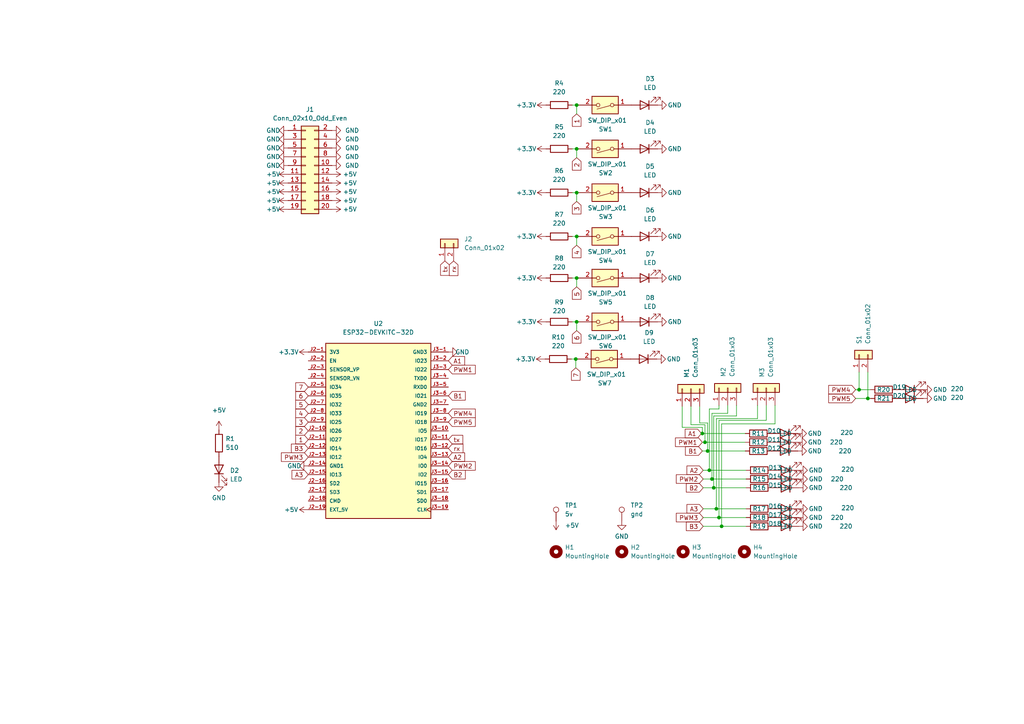
<source format=kicad_sch>
(kicad_sch (version 20211123) (generator eeschema)

  (uuid 7897f2de-4c45-4eb5-80e9-345989c22fca)

  (paper "A4")

  (lib_symbols
    (symbol "Connector:TestPoint" (pin_numbers hide) (pin_names (offset 0.762) hide) (in_bom yes) (on_board yes)
      (property "Reference" "TP" (id 0) (at 0 6.858 0)
        (effects (font (size 1.27 1.27)))
      )
      (property "Value" "TestPoint" (id 1) (at 0 5.08 0)
        (effects (font (size 1.27 1.27)))
      )
      (property "Footprint" "" (id 2) (at 5.08 0 0)
        (effects (font (size 1.27 1.27)) hide)
      )
      (property "Datasheet" "~" (id 3) (at 5.08 0 0)
        (effects (font (size 1.27 1.27)) hide)
      )
      (property "ki_keywords" "test point tp" (id 4) (at 0 0 0)
        (effects (font (size 1.27 1.27)) hide)
      )
      (property "ki_description" "test point" (id 5) (at 0 0 0)
        (effects (font (size 1.27 1.27)) hide)
      )
      (property "ki_fp_filters" "Pin* Test*" (id 6) (at 0 0 0)
        (effects (font (size 1.27 1.27)) hide)
      )
      (symbol "TestPoint_0_1"
        (circle (center 0 3.302) (radius 0.762)
          (stroke (width 0) (type default) (color 0 0 0 0))
          (fill (type none))
        )
      )
      (symbol "TestPoint_1_1"
        (pin passive line (at 0 0 90) (length 2.54)
          (name "1" (effects (font (size 1.27 1.27))))
          (number "1" (effects (font (size 1.27 1.27))))
        )
      )
    )
    (symbol "Connector_Generic:Conn_01x02" (pin_names (offset 1.016) hide) (in_bom yes) (on_board yes)
      (property "Reference" "J" (id 0) (at 0 2.54 0)
        (effects (font (size 1.27 1.27)))
      )
      (property "Value" "Conn_01x02" (id 1) (at 0 -5.08 0)
        (effects (font (size 1.27 1.27)))
      )
      (property "Footprint" "" (id 2) (at 0 0 0)
        (effects (font (size 1.27 1.27)) hide)
      )
      (property "Datasheet" "~" (id 3) (at 0 0 0)
        (effects (font (size 1.27 1.27)) hide)
      )
      (property "ki_keywords" "connector" (id 4) (at 0 0 0)
        (effects (font (size 1.27 1.27)) hide)
      )
      (property "ki_description" "Generic connector, single row, 01x02, script generated (kicad-library-utils/schlib/autogen/connector/)" (id 5) (at 0 0 0)
        (effects (font (size 1.27 1.27)) hide)
      )
      (property "ki_fp_filters" "Connector*:*_1x??_*" (id 6) (at 0 0 0)
        (effects (font (size 1.27 1.27)) hide)
      )
      (symbol "Conn_01x02_1_1"
        (rectangle (start -1.27 -2.413) (end 0 -2.667)
          (stroke (width 0.1524) (type default) (color 0 0 0 0))
          (fill (type none))
        )
        (rectangle (start -1.27 0.127) (end 0 -0.127)
          (stroke (width 0.1524) (type default) (color 0 0 0 0))
          (fill (type none))
        )
        (rectangle (start -1.27 1.27) (end 1.27 -3.81)
          (stroke (width 0.254) (type default) (color 0 0 0 0))
          (fill (type background))
        )
        (pin passive line (at -5.08 0 0) (length 3.81)
          (name "Pin_1" (effects (font (size 1.27 1.27))))
          (number "1" (effects (font (size 1.27 1.27))))
        )
        (pin passive line (at -5.08 -2.54 0) (length 3.81)
          (name "Pin_2" (effects (font (size 1.27 1.27))))
          (number "2" (effects (font (size 1.27 1.27))))
        )
      )
    )
    (symbol "Connector_Generic:Conn_01x03" (pin_names (offset 1.016) hide) (in_bom yes) (on_board yes)
      (property "Reference" "J" (id 0) (at 0 5.08 0)
        (effects (font (size 1.27 1.27)))
      )
      (property "Value" "Conn_01x03" (id 1) (at 0 -5.08 0)
        (effects (font (size 1.27 1.27)))
      )
      (property "Footprint" "" (id 2) (at 0 0 0)
        (effects (font (size 1.27 1.27)) hide)
      )
      (property "Datasheet" "~" (id 3) (at 0 0 0)
        (effects (font (size 1.27 1.27)) hide)
      )
      (property "ki_keywords" "connector" (id 4) (at 0 0 0)
        (effects (font (size 1.27 1.27)) hide)
      )
      (property "ki_description" "Generic connector, single row, 01x03, script generated (kicad-library-utils/schlib/autogen/connector/)" (id 5) (at 0 0 0)
        (effects (font (size 1.27 1.27)) hide)
      )
      (property "ki_fp_filters" "Connector*:*_1x??_*" (id 6) (at 0 0 0)
        (effects (font (size 1.27 1.27)) hide)
      )
      (symbol "Conn_01x03_1_1"
        (rectangle (start -1.27 -2.413) (end 0 -2.667)
          (stroke (width 0.1524) (type default) (color 0 0 0 0))
          (fill (type none))
        )
        (rectangle (start -1.27 0.127) (end 0 -0.127)
          (stroke (width 0.1524) (type default) (color 0 0 0 0))
          (fill (type none))
        )
        (rectangle (start -1.27 2.667) (end 0 2.413)
          (stroke (width 0.1524) (type default) (color 0 0 0 0))
          (fill (type none))
        )
        (rectangle (start -1.27 3.81) (end 1.27 -3.81)
          (stroke (width 0.254) (type default) (color 0 0 0 0))
          (fill (type background))
        )
        (pin passive line (at -5.08 2.54 0) (length 3.81)
          (name "Pin_1" (effects (font (size 1.27 1.27))))
          (number "1" (effects (font (size 1.27 1.27))))
        )
        (pin passive line (at -5.08 0 0) (length 3.81)
          (name "Pin_2" (effects (font (size 1.27 1.27))))
          (number "2" (effects (font (size 1.27 1.27))))
        )
        (pin passive line (at -5.08 -2.54 0) (length 3.81)
          (name "Pin_3" (effects (font (size 1.27 1.27))))
          (number "3" (effects (font (size 1.27 1.27))))
        )
      )
    )
    (symbol "Connector_Generic:Conn_02x10_Odd_Even" (pin_names (offset 1.016) hide) (in_bom yes) (on_board yes)
      (property "Reference" "J" (id 0) (at 1.27 12.7 0)
        (effects (font (size 1.27 1.27)))
      )
      (property "Value" "Conn_02x10_Odd_Even" (id 1) (at 1.27 -15.24 0)
        (effects (font (size 1.27 1.27)))
      )
      (property "Footprint" "" (id 2) (at 0 0 0)
        (effects (font (size 1.27 1.27)) hide)
      )
      (property "Datasheet" "~" (id 3) (at 0 0 0)
        (effects (font (size 1.27 1.27)) hide)
      )
      (property "ki_keywords" "connector" (id 4) (at 0 0 0)
        (effects (font (size 1.27 1.27)) hide)
      )
      (property "ki_description" "Generic connector, double row, 02x10, odd/even pin numbering scheme (row 1 odd numbers, row 2 even numbers), script generated (kicad-library-utils/schlib/autogen/connector/)" (id 5) (at 0 0 0)
        (effects (font (size 1.27 1.27)) hide)
      )
      (property "ki_fp_filters" "Connector*:*_2x??_*" (id 6) (at 0 0 0)
        (effects (font (size 1.27 1.27)) hide)
      )
      (symbol "Conn_02x10_Odd_Even_1_1"
        (rectangle (start -1.27 -12.573) (end 0 -12.827)
          (stroke (width 0.1524) (type default) (color 0 0 0 0))
          (fill (type none))
        )
        (rectangle (start -1.27 -10.033) (end 0 -10.287)
          (stroke (width 0.1524) (type default) (color 0 0 0 0))
          (fill (type none))
        )
        (rectangle (start -1.27 -7.493) (end 0 -7.747)
          (stroke (width 0.1524) (type default) (color 0 0 0 0))
          (fill (type none))
        )
        (rectangle (start -1.27 -4.953) (end 0 -5.207)
          (stroke (width 0.1524) (type default) (color 0 0 0 0))
          (fill (type none))
        )
        (rectangle (start -1.27 -2.413) (end 0 -2.667)
          (stroke (width 0.1524) (type default) (color 0 0 0 0))
          (fill (type none))
        )
        (rectangle (start -1.27 0.127) (end 0 -0.127)
          (stroke (width 0.1524) (type default) (color 0 0 0 0))
          (fill (type none))
        )
        (rectangle (start -1.27 2.667) (end 0 2.413)
          (stroke (width 0.1524) (type default) (color 0 0 0 0))
          (fill (type none))
        )
        (rectangle (start -1.27 5.207) (end 0 4.953)
          (stroke (width 0.1524) (type default) (color 0 0 0 0))
          (fill (type none))
        )
        (rectangle (start -1.27 7.747) (end 0 7.493)
          (stroke (width 0.1524) (type default) (color 0 0 0 0))
          (fill (type none))
        )
        (rectangle (start -1.27 10.287) (end 0 10.033)
          (stroke (width 0.1524) (type default) (color 0 0 0 0))
          (fill (type none))
        )
        (rectangle (start -1.27 11.43) (end 3.81 -13.97)
          (stroke (width 0.254) (type default) (color 0 0 0 0))
          (fill (type background))
        )
        (rectangle (start 3.81 -12.573) (end 2.54 -12.827)
          (stroke (width 0.1524) (type default) (color 0 0 0 0))
          (fill (type none))
        )
        (rectangle (start 3.81 -10.033) (end 2.54 -10.287)
          (stroke (width 0.1524) (type default) (color 0 0 0 0))
          (fill (type none))
        )
        (rectangle (start 3.81 -7.493) (end 2.54 -7.747)
          (stroke (width 0.1524) (type default) (color 0 0 0 0))
          (fill (type none))
        )
        (rectangle (start 3.81 -4.953) (end 2.54 -5.207)
          (stroke (width 0.1524) (type default) (color 0 0 0 0))
          (fill (type none))
        )
        (rectangle (start 3.81 -2.413) (end 2.54 -2.667)
          (stroke (width 0.1524) (type default) (color 0 0 0 0))
          (fill (type none))
        )
        (rectangle (start 3.81 0.127) (end 2.54 -0.127)
          (stroke (width 0.1524) (type default) (color 0 0 0 0))
          (fill (type none))
        )
        (rectangle (start 3.81 2.667) (end 2.54 2.413)
          (stroke (width 0.1524) (type default) (color 0 0 0 0))
          (fill (type none))
        )
        (rectangle (start 3.81 5.207) (end 2.54 4.953)
          (stroke (width 0.1524) (type default) (color 0 0 0 0))
          (fill (type none))
        )
        (rectangle (start 3.81 7.747) (end 2.54 7.493)
          (stroke (width 0.1524) (type default) (color 0 0 0 0))
          (fill (type none))
        )
        (rectangle (start 3.81 10.287) (end 2.54 10.033)
          (stroke (width 0.1524) (type default) (color 0 0 0 0))
          (fill (type none))
        )
        (pin passive line (at -5.08 10.16 0) (length 3.81)
          (name "Pin_1" (effects (font (size 1.27 1.27))))
          (number "1" (effects (font (size 1.27 1.27))))
        )
        (pin passive line (at 7.62 0 180) (length 3.81)
          (name "Pin_10" (effects (font (size 1.27 1.27))))
          (number "10" (effects (font (size 1.27 1.27))))
        )
        (pin passive line (at -5.08 -2.54 0) (length 3.81)
          (name "Pin_11" (effects (font (size 1.27 1.27))))
          (number "11" (effects (font (size 1.27 1.27))))
        )
        (pin passive line (at 7.62 -2.54 180) (length 3.81)
          (name "Pin_12" (effects (font (size 1.27 1.27))))
          (number "12" (effects (font (size 1.27 1.27))))
        )
        (pin passive line (at -5.08 -5.08 0) (length 3.81)
          (name "Pin_13" (effects (font (size 1.27 1.27))))
          (number "13" (effects (font (size 1.27 1.27))))
        )
        (pin passive line (at 7.62 -5.08 180) (length 3.81)
          (name "Pin_14" (effects (font (size 1.27 1.27))))
          (number "14" (effects (font (size 1.27 1.27))))
        )
        (pin passive line (at -5.08 -7.62 0) (length 3.81)
          (name "Pin_15" (effects (font (size 1.27 1.27))))
          (number "15" (effects (font (size 1.27 1.27))))
        )
        (pin passive line (at 7.62 -7.62 180) (length 3.81)
          (name "Pin_16" (effects (font (size 1.27 1.27))))
          (number "16" (effects (font (size 1.27 1.27))))
        )
        (pin passive line (at -5.08 -10.16 0) (length 3.81)
          (name "Pin_17" (effects (font (size 1.27 1.27))))
          (number "17" (effects (font (size 1.27 1.27))))
        )
        (pin passive line (at 7.62 -10.16 180) (length 3.81)
          (name "Pin_18" (effects (font (size 1.27 1.27))))
          (number "18" (effects (font (size 1.27 1.27))))
        )
        (pin passive line (at -5.08 -12.7 0) (length 3.81)
          (name "Pin_19" (effects (font (size 1.27 1.27))))
          (number "19" (effects (font (size 1.27 1.27))))
        )
        (pin passive line (at 7.62 10.16 180) (length 3.81)
          (name "Pin_2" (effects (font (size 1.27 1.27))))
          (number "2" (effects (font (size 1.27 1.27))))
        )
        (pin passive line (at 7.62 -12.7 180) (length 3.81)
          (name "Pin_20" (effects (font (size 1.27 1.27))))
          (number "20" (effects (font (size 1.27 1.27))))
        )
        (pin passive line (at -5.08 7.62 0) (length 3.81)
          (name "Pin_3" (effects (font (size 1.27 1.27))))
          (number "3" (effects (font (size 1.27 1.27))))
        )
        (pin passive line (at 7.62 7.62 180) (length 3.81)
          (name "Pin_4" (effects (font (size 1.27 1.27))))
          (number "4" (effects (font (size 1.27 1.27))))
        )
        (pin passive line (at -5.08 5.08 0) (length 3.81)
          (name "Pin_5" (effects (font (size 1.27 1.27))))
          (number "5" (effects (font (size 1.27 1.27))))
        )
        (pin passive line (at 7.62 5.08 180) (length 3.81)
          (name "Pin_6" (effects (font (size 1.27 1.27))))
          (number "6" (effects (font (size 1.27 1.27))))
        )
        (pin passive line (at -5.08 2.54 0) (length 3.81)
          (name "Pin_7" (effects (font (size 1.27 1.27))))
          (number "7" (effects (font (size 1.27 1.27))))
        )
        (pin passive line (at 7.62 2.54 180) (length 3.81)
          (name "Pin_8" (effects (font (size 1.27 1.27))))
          (number "8" (effects (font (size 1.27 1.27))))
        )
        (pin passive line (at -5.08 0 0) (length 3.81)
          (name "Pin_9" (effects (font (size 1.27 1.27))))
          (number "9" (effects (font (size 1.27 1.27))))
        )
      )
    )
    (symbol "Device:LED" (pin_numbers hide) (pin_names (offset 1.016) hide) (in_bom yes) (on_board yes)
      (property "Reference" "D" (id 0) (at 0 2.54 0)
        (effects (font (size 1.27 1.27)))
      )
      (property "Value" "LED" (id 1) (at 0 -2.54 0)
        (effects (font (size 1.27 1.27)))
      )
      (property "Footprint" "" (id 2) (at 0 0 0)
        (effects (font (size 1.27 1.27)) hide)
      )
      (property "Datasheet" "~" (id 3) (at 0 0 0)
        (effects (font (size 1.27 1.27)) hide)
      )
      (property "ki_keywords" "LED diode" (id 4) (at 0 0 0)
        (effects (font (size 1.27 1.27)) hide)
      )
      (property "ki_description" "Light emitting diode" (id 5) (at 0 0 0)
        (effects (font (size 1.27 1.27)) hide)
      )
      (property "ki_fp_filters" "LED* LED_SMD:* LED_THT:*" (id 6) (at 0 0 0)
        (effects (font (size 1.27 1.27)) hide)
      )
      (symbol "LED_0_1"
        (polyline
          (pts
            (xy -1.27 -1.27)
            (xy -1.27 1.27)
          )
          (stroke (width 0.254) (type default) (color 0 0 0 0))
          (fill (type none))
        )
        (polyline
          (pts
            (xy -1.27 0)
            (xy 1.27 0)
          )
          (stroke (width 0) (type default) (color 0 0 0 0))
          (fill (type none))
        )
        (polyline
          (pts
            (xy 1.27 -1.27)
            (xy 1.27 1.27)
            (xy -1.27 0)
            (xy 1.27 -1.27)
          )
          (stroke (width 0.254) (type default) (color 0 0 0 0))
          (fill (type none))
        )
        (polyline
          (pts
            (xy -3.048 -0.762)
            (xy -4.572 -2.286)
            (xy -3.81 -2.286)
            (xy -4.572 -2.286)
            (xy -4.572 -1.524)
          )
          (stroke (width 0) (type default) (color 0 0 0 0))
          (fill (type none))
        )
        (polyline
          (pts
            (xy -1.778 -0.762)
            (xy -3.302 -2.286)
            (xy -2.54 -2.286)
            (xy -3.302 -2.286)
            (xy -3.302 -1.524)
          )
          (stroke (width 0) (type default) (color 0 0 0 0))
          (fill (type none))
        )
      )
      (symbol "LED_1_1"
        (pin passive line (at -3.81 0 0) (length 2.54)
          (name "K" (effects (font (size 1.27 1.27))))
          (number "1" (effects (font (size 1.27 1.27))))
        )
        (pin passive line (at 3.81 0 180) (length 2.54)
          (name "A" (effects (font (size 1.27 1.27))))
          (number "2" (effects (font (size 1.27 1.27))))
        )
      )
    )
    (symbol "Device:R" (pin_numbers hide) (pin_names (offset 0)) (in_bom yes) (on_board yes)
      (property "Reference" "R" (id 0) (at 2.032 0 90)
        (effects (font (size 1.27 1.27)))
      )
      (property "Value" "R" (id 1) (at 0 0 90)
        (effects (font (size 1.27 1.27)))
      )
      (property "Footprint" "" (id 2) (at -1.778 0 90)
        (effects (font (size 1.27 1.27)) hide)
      )
      (property "Datasheet" "~" (id 3) (at 0 0 0)
        (effects (font (size 1.27 1.27)) hide)
      )
      (property "ki_keywords" "R res resistor" (id 4) (at 0 0 0)
        (effects (font (size 1.27 1.27)) hide)
      )
      (property "ki_description" "Resistor" (id 5) (at 0 0 0)
        (effects (font (size 1.27 1.27)) hide)
      )
      (property "ki_fp_filters" "R_*" (id 6) (at 0 0 0)
        (effects (font (size 1.27 1.27)) hide)
      )
      (symbol "R_0_1"
        (rectangle (start -1.016 -2.54) (end 1.016 2.54)
          (stroke (width 0.254) (type default) (color 0 0 0 0))
          (fill (type none))
        )
      )
      (symbol "R_1_1"
        (pin passive line (at 0 3.81 270) (length 1.27)
          (name "~" (effects (font (size 1.27 1.27))))
          (number "1" (effects (font (size 1.27 1.27))))
        )
        (pin passive line (at 0 -3.81 90) (length 1.27)
          (name "~" (effects (font (size 1.27 1.27))))
          (number "2" (effects (font (size 1.27 1.27))))
        )
      )
    )
    (symbol "ESP32-DEVKITC-32D:ESP32-DEVKITC-32D" (pin_names (offset 1.016)) (in_bom yes) (on_board yes)
      (property "Reference" "U" (id 0) (at -15.2572 26.0643 0)
        (effects (font (size 1.27 1.27)) (justify left bottom))
      )
      (property "Value" "ESP32-DEVKITC-32D" (id 1) (at -15.2563 -27.9698 0)
        (effects (font (size 1.27 1.27)) (justify left bottom))
      )
      (property "Footprint" "MODULE_ESP32-DEVKITC-32D" (id 2) (at 0 0 0)
        (effects (font (size 1.27 1.27)) (justify bottom) hide)
      )
      (property "Datasheet" "" (id 3) (at 0 0 0)
        (effects (font (size 1.27 1.27)) hide)
      )
      (property "MF" "Espressif Systems" (id 4) (at 0 0 0)
        (effects (font (size 1.27 1.27)) (justify bottom) hide)
      )
      (property "MAXIMUM_PACKAGE_HEIGHT" "N/A" (id 5) (at 0 0 0)
        (effects (font (size 1.27 1.27)) (justify bottom) hide)
      )
      (property "Package" "None" (id 6) (at 0 0 0)
        (effects (font (size 1.27 1.27)) (justify bottom) hide)
      )
      (property "Price" "None" (id 7) (at 0 0 0)
        (effects (font (size 1.27 1.27)) (justify bottom) hide)
      )
      (property "Check_prices" "https://www.snapeda.com/parts/ESP32-DEVKITC-32D/Espressif+Systems/view-part/?ref=eda" (id 8) (at 0 0 0)
        (effects (font (size 1.27 1.27)) (justify bottom) hide)
      )
      (property "STANDARD" "Manufacturer Recommendations" (id 9) (at 0 0 0)
        (effects (font (size 1.27 1.27)) (justify bottom) hide)
      )
      (property "PARTREV" "V4" (id 10) (at 0 0 0)
        (effects (font (size 1.27 1.27)) (justify bottom) hide)
      )
      (property "SnapEDA_Link" "https://www.snapeda.com/parts/ESP32-DEVKITC-32D/Espressif+Systems/view-part/?ref=snap" (id 11) (at 0 0 0)
        (effects (font (size 1.27 1.27)) (justify bottom) hide)
      )
      (property "MP" "ESP32-DEVKITC-32D" (id 12) (at 0 0 0)
        (effects (font (size 1.27 1.27)) (justify bottom) hide)
      )
      (property "Purchase-URL" "https://pricing.snapeda.com/search?q=ESP32-DEVKITC-32D&ref=eda" (id 13) (at 0 0 0)
        (effects (font (size 1.27 1.27)) (justify bottom) hide)
      )
      (property "Description" "\nWiFi 開発ツール (802.11) ESP32 汎用開発キット、ボード上の ESP32-WROOM-32D\n" (id 14) (at 0 0 0)
        (effects (font (size 1.27 1.27)) (justify bottom) hide)
      )
      (property "MANUFACTURER" "Espressif Systems" (id 15) (at 0 0 0)
        (effects (font (size 1.27 1.27)) (justify bottom) hide)
      )
      (property "Availability" "In Stock" (id 16) (at 0 0 0)
        (effects (font (size 1.27 1.27)) (justify bottom) hide)
      )
      (property "SNAPEDA_PN" "ESP32-DEVKITC-32D" (id 17) (at 0 0 0)
        (effects (font (size 1.27 1.27)) (justify bottom) hide)
      )
      (symbol "ESP32-DEVKITC-32D_0_0"
        (rectangle (start -15.24 -25.4) (end 15.24 25.4)
          (stroke (width 0.254) (type default) (color 0 0 0 0))
          (fill (type background))
        )
        (pin power_in line (at -20.32 22.86 0) (length 5.08)
          (name "3V3" (effects (font (size 1.016 1.016))))
          (number "J2-1" (effects (font (size 1.016 1.016))))
        )
        (pin bidirectional line (at -20.32 0 0) (length 5.08)
          (name "IO26" (effects (font (size 1.016 1.016))))
          (number "J2-10" (effects (font (size 1.016 1.016))))
        )
        (pin bidirectional line (at -20.32 -2.54 0) (length 5.08)
          (name "IO27" (effects (font (size 1.016 1.016))))
          (number "J2-11" (effects (font (size 1.016 1.016))))
        )
        (pin bidirectional line (at -20.32 -5.08 0) (length 5.08)
          (name "IO14" (effects (font (size 1.016 1.016))))
          (number "J2-12" (effects (font (size 1.016 1.016))))
        )
        (pin bidirectional line (at -20.32 -7.62 0) (length 5.08)
          (name "IO12" (effects (font (size 1.016 1.016))))
          (number "J2-13" (effects (font (size 1.016 1.016))))
        )
        (pin power_in line (at -20.32 -10.16 0) (length 5.08)
          (name "GND1" (effects (font (size 1.016 1.016))))
          (number "J2-14" (effects (font (size 1.016 1.016))))
        )
        (pin bidirectional line (at -20.32 -12.7 0) (length 5.08)
          (name "IO13" (effects (font (size 1.016 1.016))))
          (number "J2-15" (effects (font (size 1.016 1.016))))
        )
        (pin bidirectional line (at -20.32 -15.24 0) (length 5.08)
          (name "SD2" (effects (font (size 1.016 1.016))))
          (number "J2-16" (effects (font (size 1.016 1.016))))
        )
        (pin bidirectional line (at -20.32 -17.78 0) (length 5.08)
          (name "SD3" (effects (font (size 1.016 1.016))))
          (number "J2-17" (effects (font (size 1.016 1.016))))
        )
        (pin bidirectional line (at -20.32 -20.32 0) (length 5.08)
          (name "CMD" (effects (font (size 1.016 1.016))))
          (number "J2-18" (effects (font (size 1.016 1.016))))
        )
        (pin power_in line (at -20.32 -22.86 0) (length 5.08)
          (name "EXT_5V" (effects (font (size 1.016 1.016))))
          (number "J2-19" (effects (font (size 1.016 1.016))))
        )
        (pin input line (at -20.32 20.32 0) (length 5.08)
          (name "EN" (effects (font (size 1.016 1.016))))
          (number "J2-2" (effects (font (size 1.016 1.016))))
        )
        (pin input line (at -20.32 17.78 0) (length 5.08)
          (name "SENSOR_VP" (effects (font (size 1.016 1.016))))
          (number "J2-3" (effects (font (size 1.016 1.016))))
        )
        (pin input line (at -20.32 15.24 0) (length 5.08)
          (name "SENSOR_VN" (effects (font (size 1.016 1.016))))
          (number "J2-4" (effects (font (size 1.016 1.016))))
        )
        (pin bidirectional line (at -20.32 12.7 0) (length 5.08)
          (name "IO34" (effects (font (size 1.016 1.016))))
          (number "J2-5" (effects (font (size 1.016 1.016))))
        )
        (pin bidirectional line (at -20.32 10.16 0) (length 5.08)
          (name "IO35" (effects (font (size 1.016 1.016))))
          (number "J2-6" (effects (font (size 1.016 1.016))))
        )
        (pin bidirectional line (at -20.32 7.62 0) (length 5.08)
          (name "IO32" (effects (font (size 1.016 1.016))))
          (number "J2-7" (effects (font (size 1.016 1.016))))
        )
        (pin bidirectional line (at -20.32 5.08 0) (length 5.08)
          (name "IO33" (effects (font (size 1.016 1.016))))
          (number "J2-8" (effects (font (size 1.016 1.016))))
        )
        (pin bidirectional line (at -20.32 2.54 0) (length 5.08)
          (name "IO25" (effects (font (size 1.016 1.016))))
          (number "J2-9" (effects (font (size 1.016 1.016))))
        )
        (pin power_in line (at 20.32 22.86 180) (length 5.08)
          (name "GND3" (effects (font (size 1.016 1.016))))
          (number "J3-1" (effects (font (size 1.016 1.016))))
        )
        (pin bidirectional line (at 20.32 0 180) (length 5.08)
          (name "IO5" (effects (font (size 1.016 1.016))))
          (number "J3-10" (effects (font (size 1.016 1.016))))
        )
        (pin bidirectional line (at 20.32 -2.54 180) (length 5.08)
          (name "IO17" (effects (font (size 1.016 1.016))))
          (number "J3-11" (effects (font (size 1.016 1.016))))
        )
        (pin bidirectional line (at 20.32 -5.08 180) (length 5.08)
          (name "IO16" (effects (font (size 1.016 1.016))))
          (number "J3-12" (effects (font (size 1.016 1.016))))
        )
        (pin bidirectional line (at 20.32 -7.62 180) (length 5.08)
          (name "IO4" (effects (font (size 1.016 1.016))))
          (number "J3-13" (effects (font (size 1.016 1.016))))
        )
        (pin bidirectional line (at 20.32 -10.16 180) (length 5.08)
          (name "IO0" (effects (font (size 1.016 1.016))))
          (number "J3-14" (effects (font (size 1.016 1.016))))
        )
        (pin bidirectional line (at 20.32 -12.7 180) (length 5.08)
          (name "IO2" (effects (font (size 1.016 1.016))))
          (number "J3-15" (effects (font (size 1.016 1.016))))
        )
        (pin bidirectional line (at 20.32 -15.24 180) (length 5.08)
          (name "IO15" (effects (font (size 1.016 1.016))))
          (number "J3-16" (effects (font (size 1.016 1.016))))
        )
        (pin bidirectional line (at 20.32 -17.78 180) (length 5.08)
          (name "SD1" (effects (font (size 1.016 1.016))))
          (number "J3-17" (effects (font (size 1.016 1.016))))
        )
        (pin bidirectional line (at 20.32 -20.32 180) (length 5.08)
          (name "SD0" (effects (font (size 1.016 1.016))))
          (number "J3-18" (effects (font (size 1.016 1.016))))
        )
        (pin input clock (at 20.32 -22.86 180) (length 5.08)
          (name "CLK" (effects (font (size 1.016 1.016))))
          (number "J3-19" (effects (font (size 1.016 1.016))))
        )
        (pin bidirectional line (at 20.32 20.32 180) (length 5.08)
          (name "IO23" (effects (font (size 1.016 1.016))))
          (number "J3-2" (effects (font (size 1.016 1.016))))
        )
        (pin bidirectional line (at 20.32 17.78 180) (length 5.08)
          (name "IO22" (effects (font (size 1.016 1.016))))
          (number "J3-3" (effects (font (size 1.016 1.016))))
        )
        (pin output line (at 20.32 15.24 180) (length 5.08)
          (name "TXD0" (effects (font (size 1.016 1.016))))
          (number "J3-4" (effects (font (size 1.016 1.016))))
        )
        (pin input line (at 20.32 12.7 180) (length 5.08)
          (name "RXD0" (effects (font (size 1.016 1.016))))
          (number "J3-5" (effects (font (size 1.016 1.016))))
        )
        (pin bidirectional line (at 20.32 10.16 180) (length 5.08)
          (name "IO21" (effects (font (size 1.016 1.016))))
          (number "J3-6" (effects (font (size 1.016 1.016))))
        )
        (pin power_in line (at 20.32 7.62 180) (length 5.08)
          (name "GND2" (effects (font (size 1.016 1.016))))
          (number "J3-7" (effects (font (size 1.016 1.016))))
        )
        (pin bidirectional line (at 20.32 5.08 180) (length 5.08)
          (name "IO19" (effects (font (size 1.016 1.016))))
          (number "J3-8" (effects (font (size 1.016 1.016))))
        )
        (pin bidirectional line (at 20.32 2.54 180) (length 5.08)
          (name "IO18" (effects (font (size 1.016 1.016))))
          (number "J3-9" (effects (font (size 1.016 1.016))))
        )
      )
    )
    (symbol "Mechanical:MountingHole" (pin_names (offset 1.016)) (in_bom yes) (on_board yes)
      (property "Reference" "H" (id 0) (at 0 5.08 0)
        (effects (font (size 1.27 1.27)))
      )
      (property "Value" "MountingHole" (id 1) (at 0 3.175 0)
        (effects (font (size 1.27 1.27)))
      )
      (property "Footprint" "" (id 2) (at 0 0 0)
        (effects (font (size 1.27 1.27)) hide)
      )
      (property "Datasheet" "~" (id 3) (at 0 0 0)
        (effects (font (size 1.27 1.27)) hide)
      )
      (property "ki_keywords" "mounting hole" (id 4) (at 0 0 0)
        (effects (font (size 1.27 1.27)) hide)
      )
      (property "ki_description" "Mounting Hole without connection" (id 5) (at 0 0 0)
        (effects (font (size 1.27 1.27)) hide)
      )
      (property "ki_fp_filters" "MountingHole*" (id 6) (at 0 0 0)
        (effects (font (size 1.27 1.27)) hide)
      )
      (symbol "MountingHole_0_1"
        (circle (center 0 0) (radius 1.27)
          (stroke (width 1.27) (type default) (color 0 0 0 0))
          (fill (type none))
        )
      )
    )
    (symbol "Switch:SW_DIP_x01" (pin_names (offset 0) hide) (in_bom yes) (on_board yes)
      (property "Reference" "SW" (id 0) (at 0 3.81 0)
        (effects (font (size 1.27 1.27)))
      )
      (property "Value" "SW_DIP_x01" (id 1) (at 0 -3.81 0)
        (effects (font (size 1.27 1.27)))
      )
      (property "Footprint" "" (id 2) (at 0 0 0)
        (effects (font (size 1.27 1.27)) hide)
      )
      (property "Datasheet" "~" (id 3) (at 0 0 0)
        (effects (font (size 1.27 1.27)) hide)
      )
      (property "ki_keywords" "dip switch" (id 4) (at 0 0 0)
        (effects (font (size 1.27 1.27)) hide)
      )
      (property "ki_description" "1x DIP Switch, Single Pole Single Throw (SPST) switch, small symbol" (id 5) (at 0 0 0)
        (effects (font (size 1.27 1.27)) hide)
      )
      (property "ki_fp_filters" "SW?DIP?x1*" (id 6) (at 0 0 0)
        (effects (font (size 1.27 1.27)) hide)
      )
      (symbol "SW_DIP_x01_0_0"
        (circle (center -2.032 0) (radius 0.508)
          (stroke (width 0) (type default) (color 0 0 0 0))
          (fill (type none))
        )
        (polyline
          (pts
            (xy -1.524 0.127)
            (xy 2.3622 1.1684)
          )
          (stroke (width 0) (type default) (color 0 0 0 0))
          (fill (type none))
        )
        (circle (center 2.032 0) (radius 0.508)
          (stroke (width 0) (type default) (color 0 0 0 0))
          (fill (type none))
        )
      )
      (symbol "SW_DIP_x01_0_1"
        (rectangle (start -3.81 2.54) (end 3.81 -2.54)
          (stroke (width 0.254) (type default) (color 0 0 0 0))
          (fill (type background))
        )
      )
      (symbol "SW_DIP_x01_1_1"
        (pin passive line (at -7.62 0 0) (length 5.08)
          (name "~" (effects (font (size 1.27 1.27))))
          (number "1" (effects (font (size 1.27 1.27))))
        )
        (pin passive line (at 7.62 0 180) (length 5.08)
          (name "~" (effects (font (size 1.27 1.27))))
          (number "2" (effects (font (size 1.27 1.27))))
        )
      )
    )
    (symbol "power:+3.3V" (power) (pin_names (offset 0)) (in_bom yes) (on_board yes)
      (property "Reference" "#PWR" (id 0) (at 0 -3.81 0)
        (effects (font (size 1.27 1.27)) hide)
      )
      (property "Value" "+3.3V" (id 1) (at 0 3.556 0)
        (effects (font (size 1.27 1.27)))
      )
      (property "Footprint" "" (id 2) (at 0 0 0)
        (effects (font (size 1.27 1.27)) hide)
      )
      (property "Datasheet" "" (id 3) (at 0 0 0)
        (effects (font (size 1.27 1.27)) hide)
      )
      (property "ki_keywords" "power-flag" (id 4) (at 0 0 0)
        (effects (font (size 1.27 1.27)) hide)
      )
      (property "ki_description" "Power symbol creates a global label with name \"+3.3V\"" (id 5) (at 0 0 0)
        (effects (font (size 1.27 1.27)) hide)
      )
      (symbol "+3.3V_0_1"
        (polyline
          (pts
            (xy -0.762 1.27)
            (xy 0 2.54)
          )
          (stroke (width 0) (type default) (color 0 0 0 0))
          (fill (type none))
        )
        (polyline
          (pts
            (xy 0 0)
            (xy 0 2.54)
          )
          (stroke (width 0) (type default) (color 0 0 0 0))
          (fill (type none))
        )
        (polyline
          (pts
            (xy 0 2.54)
            (xy 0.762 1.27)
          )
          (stroke (width 0) (type default) (color 0 0 0 0))
          (fill (type none))
        )
      )
      (symbol "+3.3V_1_1"
        (pin power_in line (at 0 0 90) (length 0) hide
          (name "+3.3V" (effects (font (size 1.27 1.27))))
          (number "1" (effects (font (size 1.27 1.27))))
        )
      )
    )
    (symbol "power:+5V" (power) (pin_names (offset 0)) (in_bom yes) (on_board yes)
      (property "Reference" "#PWR" (id 0) (at 0 -3.81 0)
        (effects (font (size 1.27 1.27)) hide)
      )
      (property "Value" "+5V" (id 1) (at 0 3.556 0)
        (effects (font (size 1.27 1.27)))
      )
      (property "Footprint" "" (id 2) (at 0 0 0)
        (effects (font (size 1.27 1.27)) hide)
      )
      (property "Datasheet" "" (id 3) (at 0 0 0)
        (effects (font (size 1.27 1.27)) hide)
      )
      (property "ki_keywords" "power-flag" (id 4) (at 0 0 0)
        (effects (font (size 1.27 1.27)) hide)
      )
      (property "ki_description" "Power symbol creates a global label with name \"+5V\"" (id 5) (at 0 0 0)
        (effects (font (size 1.27 1.27)) hide)
      )
      (symbol "+5V_0_1"
        (polyline
          (pts
            (xy -0.762 1.27)
            (xy 0 2.54)
          )
          (stroke (width 0) (type default) (color 0 0 0 0))
          (fill (type none))
        )
        (polyline
          (pts
            (xy 0 0)
            (xy 0 2.54)
          )
          (stroke (width 0) (type default) (color 0 0 0 0))
          (fill (type none))
        )
        (polyline
          (pts
            (xy 0 2.54)
            (xy 0.762 1.27)
          )
          (stroke (width 0) (type default) (color 0 0 0 0))
          (fill (type none))
        )
      )
      (symbol "+5V_1_1"
        (pin power_in line (at 0 0 90) (length 0) hide
          (name "+5V" (effects (font (size 1.27 1.27))))
          (number "1" (effects (font (size 1.27 1.27))))
        )
      )
    )
    (symbol "power:GND" (power) (pin_names (offset 0)) (in_bom yes) (on_board yes)
      (property "Reference" "#PWR" (id 0) (at 0 -6.35 0)
        (effects (font (size 1.27 1.27)) hide)
      )
      (property "Value" "GND" (id 1) (at 0 -3.81 0)
        (effects (font (size 1.27 1.27)))
      )
      (property "Footprint" "" (id 2) (at 0 0 0)
        (effects (font (size 1.27 1.27)) hide)
      )
      (property "Datasheet" "" (id 3) (at 0 0 0)
        (effects (font (size 1.27 1.27)) hide)
      )
      (property "ki_keywords" "power-flag" (id 4) (at 0 0 0)
        (effects (font (size 1.27 1.27)) hide)
      )
      (property "ki_description" "Power symbol creates a global label with name \"GND\" , ground" (id 5) (at 0 0 0)
        (effects (font (size 1.27 1.27)) hide)
      )
      (symbol "GND_0_1"
        (polyline
          (pts
            (xy 0 0)
            (xy 0 -1.27)
            (xy 1.27 -1.27)
            (xy 0 -2.54)
            (xy -1.27 -1.27)
            (xy 0 -1.27)
          )
          (stroke (width 0) (type default) (color 0 0 0 0))
          (fill (type none))
        )
      )
      (symbol "GND_1_1"
        (pin power_in line (at 0 0 270) (length 0) hide
          (name "GND" (effects (font (size 1.27 1.27))))
          (number "1" (effects (font (size 1.27 1.27))))
        )
      )
    )
  )

  (junction (at 167.259 55.88) (diameter 0) (color 0 0 0 0)
    (uuid 06ff9f45-d685-4096-8249-1af283acd649)
  )
  (junction (at 167.259 68.58) (diameter 0) (color 0 0 0 0)
    (uuid 114e2155-a5a1-42f3-8437-95297741ee35)
  )
  (junction (at 207.772 147.574) (diameter 0) (color 0 0 0 0)
    (uuid 122754a9-4d65-4fbd-b58d-a1c5e8b7a00e)
  )
  (junction (at 167.259 43.18) (diameter 0) (color 0 0 0 0)
    (uuid 149f26a8-0079-43d2-9fd4-be4f7b8dadb6)
  )
  (junction (at 251.714 115.57) (diameter 0) (color 0 0 0 0)
    (uuid 4a5182af-561e-4eb8-b464-33a8957f7b93)
  )
  (junction (at 204.47 128.27) (diameter 0) (color 0 0 0 0)
    (uuid 55fe8a93-9035-4b59-a1e5-76ec9ec33e8f)
  )
  (junction (at 205.232 130.81) (diameter 0) (color 0 0 0 0)
    (uuid 66df4041-642f-4923-83e8-cb321459d000)
  )
  (junction (at 167.005 104.14) (diameter 0) (color 0 0 0 0)
    (uuid 784cf912-6c12-468e-aa96-c948e13b222d)
  )
  (junction (at 208.534 150.114) (diameter 0) (color 0 0 0 0)
    (uuid 82594e8f-cf3f-4154-908c-f58dc8ac7187)
  )
  (junction (at 203.708 125.73) (diameter 0) (color 0 0 0 0)
    (uuid 825e6a28-f563-47eb-be95-89ae0409a825)
  )
  (junction (at 205.74 136.398) (diameter 0) (color 0 0 0 0)
    (uuid 86550fed-713b-43e1-a040-7ccffb889fce)
  )
  (junction (at 167.259 80.645) (diameter 0) (color 0 0 0 0)
    (uuid 9498f5ec-b5bc-4957-a760-c5c849d4e353)
  )
  (junction (at 207.01 141.478) (diameter 0) (color 0 0 0 0)
    (uuid 97fc9e9d-d22a-4724-a181-0c755ed84e0e)
  )
  (junction (at 167.259 93.345) (diameter 0) (color 0 0 0 0)
    (uuid afeeafc0-657a-4b27-ace0-adb4cdb95cf8)
  )
  (junction (at 167.259 30.48) (diameter 0) (color 0 0 0 0)
    (uuid cb117ae1-1c45-48cf-9d51-926d664cf641)
  )
  (junction (at 249.174 113.03) (diameter 0) (color 0 0 0 0)
    (uuid dc87ba36-9504-4bcf-9134-5c47ce5ea786)
  )
  (junction (at 209.296 152.654) (diameter 0) (color 0 0 0 0)
    (uuid dfb23df7-2f16-448f-bf9d-58b06da88e2f)
  )
  (junction (at 206.502 138.938) (diameter 0) (color 0 0 0 0)
    (uuid f1290905-3a65-4a9f-a80f-70f02c971e0c)
  )

  (wire (pts (xy 165.989 93.345) (xy 167.259 93.345))
    (stroke (width 0) (type default) (color 0 0 0 0))
    (uuid 012721e1-e4b4-4420-8c79-a7e98e98a380)
  )
  (wire (pts (xy 167.259 55.88) (xy 167.259 58.42))
    (stroke (width 0) (type default) (color 0 0 0 0))
    (uuid 01eb83fd-8596-4188-a495-9b9138c7a4de)
  )
  (wire (pts (xy 206.502 119.888) (xy 206.502 138.938))
    (stroke (width 0) (type default) (color 0 0 0 0))
    (uuid 0570d12b-d174-47d1-a614-c3583ad15b73)
  )
  (wire (pts (xy 203.962 152.654) (xy 209.296 152.654))
    (stroke (width 0) (type default) (color 0 0 0 0))
    (uuid 0b74d56a-ec75-4256-842a-fd950124624e)
  )
  (wire (pts (xy 205.74 136.398) (xy 216.408 136.398))
    (stroke (width 0) (type default) (color 0 0 0 0))
    (uuid 0e7df08d-278b-4e0b-ad1e-db4a1fb404ba)
  )
  (wire (pts (xy 207.772 121.412) (xy 207.772 147.574))
    (stroke (width 0) (type default) (color 0 0 0 0))
    (uuid 10151104-11ab-4420-a545-f0ddb8ad6f2b)
  )
  (wire (pts (xy 203.962 150.114) (xy 208.534 150.114))
    (stroke (width 0) (type default) (color 0 0 0 0))
    (uuid 13707d6f-b8f6-49cb-8e0a-a85ae99e9535)
  )
  (wire (pts (xy 206.502 138.938) (xy 203.962 138.938))
    (stroke (width 0) (type default) (color 0 0 0 0))
    (uuid 16c78394-485f-4558-ae01-7ee6be00a779)
  )
  (wire (pts (xy 251.714 107.95) (xy 251.714 115.57))
    (stroke (width 0) (type default) (color 0 0 0 0))
    (uuid 1a664f51-a41d-4326-9b3b-90bf1c4ac134)
  )
  (wire (pts (xy 203.708 125.73) (xy 216.154 125.73))
    (stroke (width 0) (type default) (color 0 0 0 0))
    (uuid 1bf33c19-79ba-4b73-b7a3-d77cb9c88a11)
  )
  (wire (pts (xy 197.866 117.856) (xy 197.866 123.952))
    (stroke (width 0) (type default) (color 0 0 0 0))
    (uuid 1e0cde69-3016-46c9-8db0-1e0da54874cd)
  )
  (wire (pts (xy 200.406 123.19) (xy 204.47 123.19))
    (stroke (width 0) (type default) (color 0 0 0 0))
    (uuid 1eaf6982-447b-48d0-a9e5-e0e756c1f074)
  )
  (wire (pts (xy 207.01 141.478) (xy 203.962 141.478))
    (stroke (width 0) (type default) (color 0 0 0 0))
    (uuid 2edaa06e-d77b-4363-a518-0c005b49ebeb)
  )
  (wire (pts (xy 208.534 117.602) (xy 208.534 118.618))
    (stroke (width 0) (type default) (color 0 0 0 0))
    (uuid 2faedddf-e8b1-4a22-9182-67d9f17aaf19)
  )
  (wire (pts (xy 167.259 43.18) (xy 167.894 43.18))
    (stroke (width 0) (type default) (color 0 0 0 0))
    (uuid 307007b0-686e-470e-8f2b-b39224265928)
  )
  (wire (pts (xy 216.408 141.478) (xy 207.01 141.478))
    (stroke (width 0) (type default) (color 0 0 0 0))
    (uuid 31142be4-a803-461e-82a4-6c44432358f6)
  )
  (wire (pts (xy 251.714 115.57) (xy 252.476 115.57))
    (stroke (width 0) (type default) (color 0 0 0 0))
    (uuid 32ba26af-97f6-43e3-945f-b4efd9bdc3d4)
  )
  (wire (pts (xy 209.296 152.654) (xy 216.408 152.654))
    (stroke (width 0) (type default) (color 0 0 0 0))
    (uuid 353e0fd2-a982-4b35-ac24-3e5254af9597)
  )
  (wire (pts (xy 219.71 117.602) (xy 219.71 121.412))
    (stroke (width 0) (type default) (color 0 0 0 0))
    (uuid 36eeb6c6-fa62-415d-b86a-c286a5a597cd)
  )
  (wire (pts (xy 167.259 68.58) (xy 167.894 68.58))
    (stroke (width 0) (type default) (color 0 0 0 0))
    (uuid 3758c962-e35b-441a-be9e-84e1eeb9c271)
  )
  (wire (pts (xy 167.259 55.88) (xy 167.894 55.88))
    (stroke (width 0) (type default) (color 0 0 0 0))
    (uuid 43fb77cc-9eb2-44e4-b149-29d19cb0d86e)
  )
  (wire (pts (xy 209.296 122.936) (xy 209.296 152.654))
    (stroke (width 0) (type default) (color 0 0 0 0))
    (uuid 46bc349b-3949-400d-8005-033cbe1d03ea)
  )
  (wire (pts (xy 249.174 113.03) (xy 252.476 113.03))
    (stroke (width 0) (type default) (color 0 0 0 0))
    (uuid 4cf47d24-68a0-4b2c-baea-8b7585054024)
  )
  (wire (pts (xy 167.005 104.14) (xy 167.64 104.14))
    (stroke (width 0) (type default) (color 0 0 0 0))
    (uuid 4e6c8a38-6334-436e-886a-d1f3c575889d)
  )
  (wire (pts (xy 248.158 113.03) (xy 249.174 113.03))
    (stroke (width 0) (type default) (color 0 0 0 0))
    (uuid 4f1ea64d-c108-406c-ba3c-5d58e6abbf2a)
  )
  (wire (pts (xy 202.946 117.856) (xy 202.946 122.682))
    (stroke (width 0) (type default) (color 0 0 0 0))
    (uuid 51840673-55d2-4f8d-a472-6f1ca5b2496f)
  )
  (wire (pts (xy 219.71 121.412) (xy 207.772 121.412))
    (stroke (width 0) (type default) (color 0 0 0 0))
    (uuid 520d3621-1bff-48c3-97d1-c20aed385a78)
  )
  (wire (pts (xy 205.232 130.81) (xy 216.154 130.81))
    (stroke (width 0) (type default) (color 0 0 0 0))
    (uuid 5271a006-2c1c-4ce8-ba7a-124b3b24baca)
  )
  (wire (pts (xy 205.232 130.81) (xy 203.708 130.81))
    (stroke (width 0) (type default) (color 0 0 0 0))
    (uuid 54da39c5-cd0d-436b-aa33-0c7149772ab0)
  )
  (wire (pts (xy 167.259 30.48) (xy 167.894 30.48))
    (stroke (width 0) (type default) (color 0 0 0 0))
    (uuid 55a66131-a168-404b-9c89-6f55ce398d24)
  )
  (wire (pts (xy 207.772 147.574) (xy 216.408 147.574))
    (stroke (width 0) (type default) (color 0 0 0 0))
    (uuid 586e2052-0cb8-4ac8-a96c-c3e6616a1796)
  )
  (wire (pts (xy 213.614 120.65) (xy 207.01 120.65))
    (stroke (width 0) (type default) (color 0 0 0 0))
    (uuid 59617c05-a96a-4c1c-92ba-fa4684927570)
  )
  (wire (pts (xy 203.454 125.73) (xy 203.708 125.73))
    (stroke (width 0) (type default) (color 0 0 0 0))
    (uuid 5bec48e4-6d43-4a50-b756-1fc9f2c277b9)
  )
  (wire (pts (xy 165.989 30.48) (xy 167.259 30.48))
    (stroke (width 0) (type default) (color 0 0 0 0))
    (uuid 5ccad425-95de-483e-8963-ff2c81e1cb31)
  )
  (wire (pts (xy 167.259 93.345) (xy 167.894 93.345))
    (stroke (width 0) (type default) (color 0 0 0 0))
    (uuid 60101056-a764-4453-87d6-a3563eb9bff2)
  )
  (wire (pts (xy 213.614 117.602) (xy 213.614 120.65))
    (stroke (width 0) (type default) (color 0 0 0 0))
    (uuid 6889e00e-2a8e-4b37-854a-358f17fc745d)
  )
  (wire (pts (xy 203.708 128.27) (xy 204.47 128.27))
    (stroke (width 0) (type default) (color 0 0 0 0))
    (uuid 69904851-4fe5-459a-a80b-26f0f7790e7e)
  )
  (wire (pts (xy 224.79 122.936) (xy 209.296 122.936))
    (stroke (width 0) (type default) (color 0 0 0 0))
    (uuid 727cc201-8423-4af2-b18f-3c19d9fe8da6)
  )
  (wire (pts (xy 211.074 119.888) (xy 206.502 119.888))
    (stroke (width 0) (type default) (color 0 0 0 0))
    (uuid 7c0abc15-9a95-4294-bfc0-ef30cd85fc6d)
  )
  (wire (pts (xy 165.735 104.14) (xy 167.005 104.14))
    (stroke (width 0) (type default) (color 0 0 0 0))
    (uuid 80f5da39-6d73-4253-b610-6692fc2b3bda)
  )
  (wire (pts (xy 224.79 117.602) (xy 224.79 122.936))
    (stroke (width 0) (type default) (color 0 0 0 0))
    (uuid 82d90da1-af4e-42a5-b710-06e3778549ca)
  )
  (wire (pts (xy 248.158 115.57) (xy 251.714 115.57))
    (stroke (width 0) (type default) (color 0 0 0 0))
    (uuid 83b1e9e5-e107-4838-a941-8d67c5538b50)
  )
  (wire (pts (xy 202.946 122.682) (xy 205.232 122.682))
    (stroke (width 0) (type default) (color 0 0 0 0))
    (uuid 84929ca7-c03d-4a1a-b2c4-c868f8916439)
  )
  (wire (pts (xy 208.534 121.92) (xy 208.534 150.114))
    (stroke (width 0) (type default) (color 0 0 0 0))
    (uuid 8c5327a1-e999-4f06-9ef9-794e74d2d904)
  )
  (wire (pts (xy 167.259 80.645) (xy 167.259 83.185))
    (stroke (width 0) (type default) (color 0 0 0 0))
    (uuid 8c9f7d85-5fb7-44f0-9a29-a96eb4bc62a1)
  )
  (wire (pts (xy 206.502 138.938) (xy 216.408 138.938))
    (stroke (width 0) (type default) (color 0 0 0 0))
    (uuid 8cf544c4-bdb2-4ed4-ad4c-052af44ef44e)
  )
  (wire (pts (xy 167.259 43.18) (xy 167.259 45.72))
    (stroke (width 0) (type default) (color 0 0 0 0))
    (uuid 8d2f58c2-4b9a-4c7d-88c5-e8ae5b5f3201)
  )
  (wire (pts (xy 249.174 107.95) (xy 249.174 113.03))
    (stroke (width 0) (type default) (color 0 0 0 0))
    (uuid 9e29e7b1-3351-4044-a295-f30bc74f7930)
  )
  (wire (pts (xy 167.259 30.48) (xy 167.259 33.02))
    (stroke (width 0) (type default) (color 0 0 0 0))
    (uuid a41daef2-d8b5-455f-a286-237a3c3d38c4)
  )
  (wire (pts (xy 207.01 120.65) (xy 207.01 141.478))
    (stroke (width 0) (type default) (color 0 0 0 0))
    (uuid a67244dd-959e-413e-bc95-3cab47b04ca3)
  )
  (wire (pts (xy 222.25 117.602) (xy 222.25 121.92))
    (stroke (width 0) (type default) (color 0 0 0 0))
    (uuid a80d010d-171f-42f2-b0bc-1b16a371f55e)
  )
  (wire (pts (xy 167.259 68.58) (xy 167.259 71.12))
    (stroke (width 0) (type default) (color 0 0 0 0))
    (uuid a9e18eef-4067-45c1-aeb0-c8f8fdee15b4)
  )
  (wire (pts (xy 205.232 122.682) (xy 205.232 130.81))
    (stroke (width 0) (type default) (color 0 0 0 0))
    (uuid ad7b4725-7769-4a09-84fb-71faadec764f)
  )
  (wire (pts (xy 204.47 128.27) (xy 216.154 128.27))
    (stroke (width 0) (type default) (color 0 0 0 0))
    (uuid adbbda89-a8bd-4932-a9a9-8dc768ccc4e1)
  )
  (wire (pts (xy 165.989 55.88) (xy 167.259 55.88))
    (stroke (width 0) (type default) (color 0 0 0 0))
    (uuid b076c780-70fc-4226-86fa-62c49fc8ebc0)
  )
  (wire (pts (xy 205.74 136.398) (xy 203.962 136.398))
    (stroke (width 0) (type default) (color 0 0 0 0))
    (uuid b0e32e8f-d922-48fc-a156-748f7ae4b03c)
  )
  (wire (pts (xy 197.866 123.952) (xy 203.708 123.952))
    (stroke (width 0) (type default) (color 0 0 0 0))
    (uuid b6a657b3-f0ca-451b-b1b2-e519cb93c921)
  )
  (wire (pts (xy 167.259 80.645) (xy 167.894 80.645))
    (stroke (width 0) (type default) (color 0 0 0 0))
    (uuid bbf6e0cd-020c-4514-bb7e-f9b417ed9361)
  )
  (wire (pts (xy 222.25 121.92) (xy 208.534 121.92))
    (stroke (width 0) (type default) (color 0 0 0 0))
    (uuid bd49992c-caea-49e9-b6ce-7a17088b478f)
  )
  (wire (pts (xy 203.708 123.952) (xy 203.708 125.73))
    (stroke (width 0) (type default) (color 0 0 0 0))
    (uuid c422d173-52d6-48b5-8498-de5551a05af1)
  )
  (wire (pts (xy 204.47 123.19) (xy 204.47 128.27))
    (stroke (width 0) (type default) (color 0 0 0 0))
    (uuid ce9c227b-516e-4b01-92f9-2136235c665d)
  )
  (wire (pts (xy 208.534 118.618) (xy 205.74 118.618))
    (stroke (width 0) (type default) (color 0 0 0 0))
    (uuid d96c4ca2-fca6-425f-b13f-a4af707b7dd5)
  )
  (wire (pts (xy 165.989 43.18) (xy 167.259 43.18))
    (stroke (width 0) (type default) (color 0 0 0 0))
    (uuid dc96daa1-9923-436f-b522-25295a13f5b1)
  )
  (wire (pts (xy 211.074 117.602) (xy 211.074 119.888))
    (stroke (width 0) (type default) (color 0 0 0 0))
    (uuid de918abf-ddfe-4b93-88ac-9c01c0ad1aba)
  )
  (wire (pts (xy 208.534 150.114) (xy 216.408 150.114))
    (stroke (width 0) (type default) (color 0 0 0 0))
    (uuid e212159f-05df-491d-bad4-8c28fbcb848a)
  )
  (wire (pts (xy 167.005 104.14) (xy 167.005 106.68))
    (stroke (width 0) (type default) (color 0 0 0 0))
    (uuid e631d3d1-e119-4b79-baf3-b247234fb8e2)
  )
  (wire (pts (xy 165.989 68.58) (xy 167.259 68.58))
    (stroke (width 0) (type default) (color 0 0 0 0))
    (uuid e902c756-69ea-45ae-bd58-042aee3a7774)
  )
  (wire (pts (xy 205.74 118.618) (xy 205.74 136.398))
    (stroke (width 0) (type default) (color 0 0 0 0))
    (uuid f14501a6-9cb1-422c-849c-808bf63ad0c0)
  )
  (wire (pts (xy 165.989 80.645) (xy 167.259 80.645))
    (stroke (width 0) (type default) (color 0 0 0 0))
    (uuid f1811f8d-4aea-4bca-9d16-a968d14ef87a)
  )
  (wire (pts (xy 200.406 117.856) (xy 200.406 123.19))
    (stroke (width 0) (type default) (color 0 0 0 0))
    (uuid f96bf4c2-b6b0-4439-bafe-7fad906a7363)
  )
  (wire (pts (xy 207.772 147.574) (xy 203.962 147.574))
    (stroke (width 0) (type default) (color 0 0 0 0))
    (uuid fb7aead6-ab45-482b-bd1a-8eea1be722b5)
  )
  (wire (pts (xy 167.259 93.345) (xy 167.259 95.885))
    (stroke (width 0) (type default) (color 0 0 0 0))
    (uuid fdc100d9-66e1-468b-a7e7-b988d6fa328c)
  )

  (global_label "2" (shape input) (at 89.408 124.968 180) (fields_autoplaced)
    (effects (font (size 1.27 1.27)) (justify right))
    (uuid 022f52a8-fcce-4a99-ad6e-3e4314a00149)
    (property "Intersheet References" "${INTERSHEET_REFS}" (id 0) (at 85.7854 124.8886 0)
      (effects (font (size 1.27 1.27)) (justify right) hide)
    )
  )
  (global_label "PWM4" (shape input) (at 248.158 113.03 180) (fields_autoplaced)
    (effects (font (size 1.27 1.27)) (justify right))
    (uuid 1289e1ab-8f9f-442a-8ce6-a24672d3e66f)
    (property "Intersheet References" "${INTERSHEET_REFS}" (id 0) (at 240.3625 112.9506 0)
      (effects (font (size 1.27 1.27)) (justify right) hide)
    )
  )
  (global_label "A3" (shape input) (at 203.962 147.574 180) (fields_autoplaced)
    (effects (font (size 1.27 1.27)) (justify right))
    (uuid 1d084a60-ca26-4337-bce9-46ecffcd5ef6)
    (property "Intersheet References" "${INTERSHEET_REFS}" (id 0) (at 199.2508 147.4946 0)
      (effects (font (size 1.27 1.27)) (justify right) hide)
    )
  )
  (global_label "PWM2" (shape input) (at 203.962 138.938 180) (fields_autoplaced)
    (effects (font (size 1.27 1.27)) (justify right))
    (uuid 1d278e34-9c4e-45b3-a1b1-91bfa4281f84)
    (property "Intersheet References" "${INTERSHEET_REFS}" (id 0) (at 196.1665 138.8586 0)
      (effects (font (size 1.27 1.27)) (justify right) hide)
    )
  )
  (global_label "B1" (shape input) (at 130.048 114.808 0) (fields_autoplaced)
    (effects (font (size 1.27 1.27)) (justify left))
    (uuid 1eda4e9e-bca4-4620-a6cd-6ce3a361ca34)
    (property "Intersheet References" "${INTERSHEET_REFS}" (id 0) (at 134.9406 114.8874 0)
      (effects (font (size 1.27 1.27)) (justify left) hide)
    )
  )
  (global_label "6" (shape input) (at 89.408 114.808 180) (fields_autoplaced)
    (effects (font (size 1.27 1.27)) (justify right))
    (uuid 240faeac-a8f1-468b-9200-0fe72ed18d83)
    (property "Intersheet References" "${INTERSHEET_REFS}" (id 0) (at 85.7854 114.7286 0)
      (effects (font (size 1.27 1.27)) (justify right) hide)
    )
  )
  (global_label "1" (shape input) (at 89.408 127.508 180) (fields_autoplaced)
    (effects (font (size 1.27 1.27)) (justify right))
    (uuid 2ece7da6-34d2-469e-b583-de1fc25e6361)
    (property "Intersheet References" "${INTERSHEET_REFS}" (id 0) (at 85.7854 127.4286 0)
      (effects (font (size 1.27 1.27)) (justify right) hide)
    )
  )
  (global_label "4" (shape input) (at 167.259 71.12 270) (fields_autoplaced)
    (effects (font (size 1.27 1.27)) (justify right))
    (uuid 305e6f20-9f0d-4a59-9f42-43d830dd5696)
    (property "Intersheet References" "${INTERSHEET_REFS}" (id 0) (at 167.1796 74.7426 90)
      (effects (font (size 1.27 1.27)) (justify right) hide)
    )
  )
  (global_label "B3" (shape input) (at 89.408 130.048 180) (fields_autoplaced)
    (effects (font (size 1.27 1.27)) (justify right))
    (uuid 50cfbf9c-eb17-4ad9-b35a-381c1979bfb8)
    (property "Intersheet References" "${INTERSHEET_REFS}" (id 0) (at 84.5154 129.9686 0)
      (effects (font (size 1.27 1.27)) (justify right) hide)
    )
  )
  (global_label "A2" (shape input) (at 203.962 136.398 180) (fields_autoplaced)
    (effects (font (size 1.27 1.27)) (justify right))
    (uuid 53b1602e-fc2f-41bd-baa8-46fd5004569b)
    (property "Intersheet References" "${INTERSHEET_REFS}" (id 0) (at 199.2508 136.3186 0)
      (effects (font (size 1.27 1.27)) (justify right) hide)
    )
  )
  (global_label "PWM5" (shape input) (at 248.158 115.57 180) (fields_autoplaced)
    (effects (font (size 1.27 1.27)) (justify right))
    (uuid 5f43390f-725a-4aa1-aedf-ed46e12638be)
    (property "Intersheet References" "${INTERSHEET_REFS}" (id 0) (at 240.3625 115.4906 0)
      (effects (font (size 1.27 1.27)) (justify right) hide)
    )
  )
  (global_label "3" (shape input) (at 167.259 58.42 270) (fields_autoplaced)
    (effects (font (size 1.27 1.27)) (justify right))
    (uuid 6284ebad-2569-4502-aa26-232d0912f8d8)
    (property "Intersheet References" "${INTERSHEET_REFS}" (id 0) (at 167.1796 62.0426 90)
      (effects (font (size 1.27 1.27)) (justify right) hide)
    )
  )
  (global_label "B2" (shape input) (at 130.048 137.668 0) (fields_autoplaced)
    (effects (font (size 1.27 1.27)) (justify left))
    (uuid 62ab2f24-f306-4ada-a386-fd86e71f5b98)
    (property "Intersheet References" "${INTERSHEET_REFS}" (id 0) (at 134.9406 137.7474 0)
      (effects (font (size 1.27 1.27)) (justify left) hide)
    )
  )
  (global_label "PWM3" (shape input) (at 89.408 132.588 180) (fields_autoplaced)
    (effects (font (size 1.27 1.27)) (justify right))
    (uuid 63bc0b8e-f497-4a70-a22c-065f39bd4a0a)
    (property "Intersheet References" "${INTERSHEET_REFS}" (id 0) (at 81.6125 132.5086 0)
      (effects (font (size 1.27 1.27)) (justify right) hide)
    )
  )
  (global_label "A3" (shape input) (at 89.408 137.668 180) (fields_autoplaced)
    (effects (font (size 1.27 1.27)) (justify right))
    (uuid 684bd741-eb0f-4d89-adaf-3a2adcbc9a10)
    (property "Intersheet References" "${INTERSHEET_REFS}" (id 0) (at 84.6968 137.5886 0)
      (effects (font (size 1.27 1.27)) (justify right) hide)
    )
  )
  (global_label "7" (shape input) (at 89.408 112.268 180) (fields_autoplaced)
    (effects (font (size 1.27 1.27)) (justify right))
    (uuid 6cf447f5-a64e-4f29-8048-c85060cf0f02)
    (property "Intersheet References" "${INTERSHEET_REFS}" (id 0) (at 85.7854 112.1886 0)
      (effects (font (size 1.27 1.27)) (justify right) hide)
    )
  )
  (global_label "tx" (shape input) (at 129.032 75.692 270) (fields_autoplaced)
    (effects (font (size 1.27 1.27)) (justify right))
    (uuid 73541819-e6de-4f08-ad6a-4d7eefd7dd55)
    (property "Intersheet References" "${INTERSHEET_REFS}" (id 0) (at 128.9526 79.8589 90)
      (effects (font (size 1.27 1.27)) (justify right) hide)
    )
  )
  (global_label "5" (shape input) (at 89.408 117.348 180) (fields_autoplaced)
    (effects (font (size 1.27 1.27)) (justify right))
    (uuid 783f951f-79a1-4182-95b9-f117c18df70f)
    (property "Intersheet References" "${INTERSHEET_REFS}" (id 0) (at 85.7854 117.2686 0)
      (effects (font (size 1.27 1.27)) (justify right) hide)
    )
  )
  (global_label "PWM1" (shape input) (at 130.048 107.188 0) (fields_autoplaced)
    (effects (font (size 1.27 1.27)) (justify left))
    (uuid 845895e9-8ab4-4f3e-b0ba-618a02a67e3f)
    (property "Intersheet References" "${INTERSHEET_REFS}" (id 0) (at 137.8435 107.2674 0)
      (effects (font (size 1.27 1.27)) (justify left) hide)
    )
  )
  (global_label "A1" (shape input) (at 203.454 125.73 180) (fields_autoplaced)
    (effects (font (size 1.27 1.27)) (justify right))
    (uuid 8c955dbe-721a-4fd1-8f2f-f09544626222)
    (property "Intersheet References" "${INTERSHEET_REFS}" (id 0) (at 198.7428 125.6506 0)
      (effects (font (size 1.27 1.27)) (justify right) hide)
    )
  )
  (global_label "PWM5" (shape input) (at 130.048 122.428 0) (fields_autoplaced)
    (effects (font (size 1.27 1.27)) (justify left))
    (uuid 90393918-a3e1-4159-9af7-4733f6791fe4)
    (property "Intersheet References" "${INTERSHEET_REFS}" (id 0) (at 137.8435 122.5074 0)
      (effects (font (size 1.27 1.27)) (justify left) hide)
    )
  )
  (global_label "PWM4" (shape input) (at 130.048 119.888 0) (fields_autoplaced)
    (effects (font (size 1.27 1.27)) (justify left))
    (uuid a81c5c46-b307-47b9-8fd0-6daba917f681)
    (property "Intersheet References" "${INTERSHEET_REFS}" (id 0) (at 137.8435 119.9674 0)
      (effects (font (size 1.27 1.27)) (justify left) hide)
    )
  )
  (global_label "rx" (shape input) (at 130.048 130.048 0) (fields_autoplaced)
    (effects (font (size 1.27 1.27)) (justify left))
    (uuid af29d273-2254-480a-bfcc-a90f551ce1cc)
    (property "Intersheet References" "${INTERSHEET_REFS}" (id 0) (at 134.2754 129.9686 0)
      (effects (font (size 1.27 1.27)) (justify left) hide)
    )
  )
  (global_label "B2" (shape input) (at 203.962 141.478 180) (fields_autoplaced)
    (effects (font (size 1.27 1.27)) (justify right))
    (uuid b2359bad-85a5-4acf-b7d5-992185238105)
    (property "Intersheet References" "${INTERSHEET_REFS}" (id 0) (at 199.0694 141.3986 0)
      (effects (font (size 1.27 1.27)) (justify right) hide)
    )
  )
  (global_label "2" (shape input) (at 167.259 45.72 270) (fields_autoplaced)
    (effects (font (size 1.27 1.27)) (justify right))
    (uuid b61a0ad0-f60b-45d7-80e7-5b731b9f98f2)
    (property "Intersheet References" "${INTERSHEET_REFS}" (id 0) (at 167.1796 49.3426 90)
      (effects (font (size 1.27 1.27)) (justify right) hide)
    )
  )
  (global_label "4" (shape input) (at 89.408 119.888 180) (fields_autoplaced)
    (effects (font (size 1.27 1.27)) (justify right))
    (uuid b636a3a1-f3ff-4c9f-b8d4-00322fb5903f)
    (property "Intersheet References" "${INTERSHEET_REFS}" (id 0) (at 85.7854 119.8086 0)
      (effects (font (size 1.27 1.27)) (justify right) hide)
    )
  )
  (global_label "6" (shape input) (at 167.259 95.885 270) (fields_autoplaced)
    (effects (font (size 1.27 1.27)) (justify right))
    (uuid bc81f04a-e0fd-4e0e-9076-41a4c14732fd)
    (property "Intersheet References" "${INTERSHEET_REFS}" (id 0) (at 167.1796 99.5076 90)
      (effects (font (size 1.27 1.27)) (justify right) hide)
    )
  )
  (global_label "3" (shape input) (at 89.408 122.428 180) (fields_autoplaced)
    (effects (font (size 1.27 1.27)) (justify right))
    (uuid bd839198-a2ba-41e2-af71-9c1411e566e7)
    (property "Intersheet References" "${INTERSHEET_REFS}" (id 0) (at 85.7854 122.3486 0)
      (effects (font (size 1.27 1.27)) (justify right) hide)
    )
  )
  (global_label "A2" (shape input) (at 130.048 132.588 0) (fields_autoplaced)
    (effects (font (size 1.27 1.27)) (justify left))
    (uuid be145930-94e9-4fcb-bc1f-487ed38d4d20)
    (property "Intersheet References" "${INTERSHEET_REFS}" (id 0) (at 134.7592 132.6674 0)
      (effects (font (size 1.27 1.27)) (justify left) hide)
    )
  )
  (global_label "PWM2" (shape input) (at 130.048 135.128 0) (fields_autoplaced)
    (effects (font (size 1.27 1.27)) (justify left))
    (uuid bfdaa80c-a1e6-4a3c-b603-e8eb0ba7fad7)
    (property "Intersheet References" "${INTERSHEET_REFS}" (id 0) (at 137.8435 135.2074 0)
      (effects (font (size 1.27 1.27)) (justify left) hide)
    )
  )
  (global_label "A1" (shape input) (at 130.048 104.648 0) (fields_autoplaced)
    (effects (font (size 1.27 1.27)) (justify left))
    (uuid c5fa8185-aa9c-4911-b78f-b21a0fa3ce76)
    (property "Intersheet References" "${INTERSHEET_REFS}" (id 0) (at 134.7592 104.7274 0)
      (effects (font (size 1.27 1.27)) (justify left) hide)
    )
  )
  (global_label "tx" (shape input) (at 130.048 127.508 0) (fields_autoplaced)
    (effects (font (size 1.27 1.27)) (justify left))
    (uuid c7659f34-10ea-473b-a62b-bd4fa279969b)
    (property "Intersheet References" "${INTERSHEET_REFS}" (id 0) (at 134.2149 127.4286 0)
      (effects (font (size 1.27 1.27)) (justify left) hide)
    )
  )
  (global_label "rx" (shape input) (at 131.572 75.692 270) (fields_autoplaced)
    (effects (font (size 1.27 1.27)) (justify right))
    (uuid c9b28161-1c3f-4780-9b1b-fcaa1d7b6c78)
    (property "Intersheet References" "${INTERSHEET_REFS}" (id 0) (at 131.4926 79.9194 90)
      (effects (font (size 1.27 1.27)) (justify right) hide)
    )
  )
  (global_label "7" (shape input) (at 167.005 106.68 270) (fields_autoplaced)
    (effects (font (size 1.27 1.27)) (justify right))
    (uuid ccabe443-62f2-4197-b8b0-4ca8387d46dd)
    (property "Intersheet References" "${INTERSHEET_REFS}" (id 0) (at 166.9256 110.3026 90)
      (effects (font (size 1.27 1.27)) (justify right) hide)
    )
  )
  (global_label "5" (shape input) (at 167.259 83.185 270) (fields_autoplaced)
    (effects (font (size 1.27 1.27)) (justify right))
    (uuid e2658ef4-0ee5-4147-84e3-f21324e76c67)
    (property "Intersheet References" "${INTERSHEET_REFS}" (id 0) (at 167.1796 86.8076 90)
      (effects (font (size 1.27 1.27)) (justify right) hide)
    )
  )
  (global_label "PWM3" (shape input) (at 203.962 150.114 180) (fields_autoplaced)
    (effects (font (size 1.27 1.27)) (justify right))
    (uuid e45643e5-5f5c-44d3-a061-02cadc742acc)
    (property "Intersheet References" "${INTERSHEET_REFS}" (id 0) (at 196.1665 150.0346 0)
      (effects (font (size 1.27 1.27)) (justify right) hide)
    )
  )
  (global_label "PWM1" (shape input) (at 203.708 128.27 180) (fields_autoplaced)
    (effects (font (size 1.27 1.27)) (justify right))
    (uuid e974eddc-217d-4ed9-bfba-f8165048a798)
    (property "Intersheet References" "${INTERSHEET_REFS}" (id 0) (at 195.9125 128.1906 0)
      (effects (font (size 1.27 1.27)) (justify right) hide)
    )
  )
  (global_label "B1" (shape input) (at 203.708 130.81 180) (fields_autoplaced)
    (effects (font (size 1.27 1.27)) (justify right))
    (uuid ead9d1ae-ad9e-41d6-9eff-04f4e79083a6)
    (property "Intersheet References" "${INTERSHEET_REFS}" (id 0) (at 198.8154 130.7306 0)
      (effects (font (size 1.27 1.27)) (justify right) hide)
    )
  )
  (global_label "B3" (shape input) (at 203.962 152.654 180) (fields_autoplaced)
    (effects (font (size 1.27 1.27)) (justify right))
    (uuid f1cab029-3dcf-4702-945e-b0b7ffcafeaf)
    (property "Intersheet References" "${INTERSHEET_REFS}" (id 0) (at 199.0694 152.5746 0)
      (effects (font (size 1.27 1.27)) (justify right) hide)
    )
  )
  (global_label "1" (shape input) (at 167.259 33.02 270) (fields_autoplaced)
    (effects (font (size 1.27 1.27)) (justify right))
    (uuid f4a0210f-dba4-40df-ac2f-8301597f72b0)
    (property "Intersheet References" "${INTERSHEET_REFS}" (id 0) (at 167.1796 36.6426 90)
      (effects (font (size 1.27 1.27)) (justify right) hide)
    )
  )

  (symbol (lib_id "power:+3.3V") (at 158.369 93.345 90) (unit 1)
    (in_bom yes) (on_board yes)
    (uuid 04ad835d-b55e-460f-b044-6b220287568f)
    (property "Reference" "#PWR0130" (id 0) (at 162.179 93.345 0)
      (effects (font (size 1.27 1.27)) hide)
    )
    (property "Value" "+3.3V" (id 1) (at 152.654 93.345 90))
    (property "Footprint" "" (id 2) (at 158.369 93.345 0)
      (effects (font (size 1.27 1.27)) hide)
    )
    (property "Datasheet" "" (id 3) (at 158.369 93.345 0)
      (effects (font (size 1.27 1.27)) hide)
    )
    (pin "1" (uuid f6e607ea-3359-4602-83a7-ad1c0c061e55))
  )

  (symbol (lib_id "Device:LED") (at 186.944 43.18 180) (unit 1)
    (in_bom yes) (on_board yes) (fields_autoplaced)
    (uuid 04b52071-12ae-4f7f-a58d-ebbf2ce7767d)
    (property "Reference" "D4" (id 0) (at 188.5315 35.56 0))
    (property "Value" "LED" (id 1) (at 188.5315 38.1 0))
    (property "Footprint" "LED_THT:LED_D5.0mm" (id 2) (at 186.944 43.18 0)
      (effects (font (size 1.27 1.27)) hide)
    )
    (property "Datasheet" "~" (id 3) (at 186.944 43.18 0)
      (effects (font (size 1.27 1.27)) hide)
    )
    (pin "1" (uuid 81efc6d9-ae98-4e72-b19a-8fec07f92b15))
    (pin "2" (uuid 24d90bac-d361-4048-9b9d-97a18671be08))
  )

  (symbol (lib_id "power:+5V") (at 83.566 50.546 90) (unit 1)
    (in_bom yes) (on_board yes)
    (uuid 087af83d-0b33-4ca9-b067-bc136bff1219)
    (property "Reference" "#PWR0136" (id 0) (at 87.376 50.546 0)
      (effects (font (size 1.27 1.27)) hide)
    )
    (property "Value" "+5V" (id 1) (at 77.216 50.546 90)
      (effects (font (size 1.27 1.27)) (justify right))
    )
    (property "Footprint" "" (id 2) (at 83.566 50.546 0)
      (effects (font (size 1.27 1.27)) hide)
    )
    (property "Datasheet" "" (id 3) (at 83.566 50.546 0)
      (effects (font (size 1.27 1.27)) hide)
    )
    (pin "1" (uuid 57789caf-ba6b-4383-8c86-a768b3fe0859))
  )

  (symbol (lib_id "power:+5V") (at 96.266 58.166 270) (unit 1)
    (in_bom yes) (on_board yes) (fields_autoplaced)
    (uuid 08ee4e6f-42a6-46de-b183-2ac811a67ada)
    (property "Reference" "#PWR0144" (id 0) (at 92.456 58.166 0)
      (effects (font (size 1.27 1.27)) hide)
    )
    (property "Value" "+5V" (id 1) (at 99.441 58.1659 90)
      (effects (font (size 1.27 1.27)) (justify left))
    )
    (property "Footprint" "" (id 2) (at 96.266 58.166 0)
      (effects (font (size 1.27 1.27)) hide)
    )
    (property "Datasheet" "" (id 3) (at 96.266 58.166 0)
      (effects (font (size 1.27 1.27)) hide)
    )
    (pin "1" (uuid aa39f5df-1177-4d1e-b1b1-6a0be198ee38))
  )

  (symbol (lib_id "Mechanical:MountingHole") (at 161.29 160.02 0) (unit 1)
    (in_bom yes) (on_board yes)
    (uuid 0d7a58de-2646-4620-8314-bce9ffc02b03)
    (property "Reference" "H1" (id 0) (at 163.83 158.75 0)
      (effects (font (size 1.27 1.27)) (justify left))
    )
    (property "Value" "MountingHole" (id 1) (at 163.83 161.2899 0)
      (effects (font (size 1.27 1.27)) (justify left))
    )
    (property "Footprint" "MountingHole:MountingHole_3.2mm_M3" (id 2) (at 161.29 160.02 0)
      (effects (font (size 1.27 1.27)) hide)
    )
    (property "Datasheet" "~" (id 3) (at 161.29 160.02 0)
      (effects (font (size 1.27 1.27)) hide)
    )
  )

  (symbol (lib_id "power:+3.3V") (at 158.115 104.14 90) (unit 1)
    (in_bom yes) (on_board yes)
    (uuid 10700d41-9da4-4cef-98d5-811e35265868)
    (property "Reference" "#PWR0116" (id 0) (at 161.925 104.14 0)
      (effects (font (size 1.27 1.27)) hide)
    )
    (property "Value" "+3.3V" (id 1) (at 152.4 104.14 90))
    (property "Footprint" "" (id 2) (at 158.115 104.14 0)
      (effects (font (size 1.27 1.27)) hide)
    )
    (property "Datasheet" "" (id 3) (at 158.115 104.14 0)
      (effects (font (size 1.27 1.27)) hide)
    )
    (pin "1" (uuid 4248f998-31f9-4f82-97cf-d79b73fc9a08))
  )

  (symbol (lib_id "Device:LED") (at 227.584 125.73 180) (unit 1)
    (in_bom yes) (on_board yes)
    (uuid 12697a2f-ab2d-44d7-b482-1b8846ae8e18)
    (property "Reference" "D10" (id 0) (at 224.536 124.968 0))
    (property "Value" "LED" (id 1) (at 227.838 125.73 0))
    (property "Footprint" "LED_THT:LED_D5.0mm" (id 2) (at 227.584 125.73 0)
      (effects (font (size 1.27 1.27)) hide)
    )
    (property "Datasheet" "~" (id 3) (at 227.584 125.73 0)
      (effects (font (size 1.27 1.27)) hide)
    )
    (pin "1" (uuid 3c3619ff-89f7-458c-af00-e0bf93b582bd))
    (pin "2" (uuid a9c34114-8089-48c6-9071-d757fe458191))
  )

  (symbol (lib_id "Switch:SW_DIP_x01") (at 175.514 93.345 180) (unit 1)
    (in_bom yes) (on_board yes)
    (uuid 16b3f6dc-1c98-4201-ad83-39db0693ded9)
    (property "Reference" "SW6" (id 0) (at 173.609 100.33 0)
      (effects (font (size 1.27 1.27)) (justify right))
    )
    (property "Value" "SW_DIP_x01" (id 1) (at 170.434 97.79 0)
      (effects (font (size 1.27 1.27)) (justify right))
    )
    (property "Footprint" "Connector_PinHeader_2.54mm:PinHeader_1x02_P2.54mm_Vertical" (id 2) (at 175.514 93.345 0)
      (effects (font (size 1.27 1.27)) hide)
    )
    (property "Datasheet" "~" (id 3) (at 175.514 93.345 0)
      (effects (font (size 1.27 1.27)) hide)
    )
    (pin "1" (uuid 941eb80c-76a0-4ac2-8c2e-a1335717a171))
    (pin "2" (uuid 97f7a777-63ba-4ee6-a1d1-05894c37c9e4))
  )

  (symbol (lib_id "power:GND") (at 190.5 104.14 90) (unit 1)
    (in_bom yes) (on_board yes)
    (uuid 177b8a8c-bf38-40df-81a7-46a08d1acd85)
    (property "Reference" "#PWR0115" (id 0) (at 196.85 104.14 0)
      (effects (font (size 1.27 1.27)) hide)
    )
    (property "Value" "GND" (id 1) (at 197.485 104.14 90)
      (effects (font (size 1.27 1.27)) (justify left))
    )
    (property "Footprint" "" (id 2) (at 190.5 104.14 0)
      (effects (font (size 1.27 1.27)) hide)
    )
    (property "Datasheet" "" (id 3) (at 190.5 104.14 0)
      (effects (font (size 1.27 1.27)) hide)
    )
    (pin "1" (uuid 4a7c9456-0de1-45c2-8462-031f574cc210))
  )

  (symbol (lib_id "Device:LED") (at 263.906 113.03 180) (unit 1)
    (in_bom yes) (on_board yes)
    (uuid 17dedea2-ccab-4780-944d-baf96660d778)
    (property "Reference" "D19" (id 0) (at 260.858 112.268 0))
    (property "Value" "LED" (id 1) (at 264.16 113.03 0))
    (property "Footprint" "LED_THT:LED_D5.0mm" (id 2) (at 263.906 113.03 0)
      (effects (font (size 1.27 1.27)) hide)
    )
    (property "Datasheet" "~" (id 3) (at 263.906 113.03 0)
      (effects (font (size 1.27 1.27)) hide)
    )
    (pin "1" (uuid 4390ceea-86a6-4af7-95ab-1da95669696b))
    (pin "2" (uuid 00fc2e51-2f24-4614-9548-c92b116ef3b9))
  )

  (symbol (lib_id "power:GND") (at 96.266 37.846 90) (unit 1)
    (in_bom yes) (on_board yes) (fields_autoplaced)
    (uuid 1b2cff16-2336-4773-8b28-7eff1321f138)
    (property "Reference" "#PWR0145" (id 0) (at 102.616 37.846 0)
      (effects (font (size 1.27 1.27)) hide)
    )
    (property "Value" "GND" (id 1) (at 100.076 37.8459 90)
      (effects (font (size 1.27 1.27)) (justify right))
    )
    (property "Footprint" "" (id 2) (at 96.266 37.846 0)
      (effects (font (size 1.27 1.27)) hide)
    )
    (property "Datasheet" "" (id 3) (at 96.266 37.846 0)
      (effects (font (size 1.27 1.27)) hide)
    )
    (pin "1" (uuid 8641a072-56ed-407b-a48c-58f0d196d08b))
  )

  (symbol (lib_id "Connector_Generic:Conn_01x02") (at 129.032 70.612 90) (unit 1)
    (in_bom yes) (on_board yes) (fields_autoplaced)
    (uuid 1dd0ae82-53f9-46ec-b5f0-5c0b04eb64cb)
    (property "Reference" "J2" (id 0) (at 134.62 69.3419 90)
      (effects (font (size 1.27 1.27)) (justify right))
    )
    (property "Value" "Conn_01x02" (id 1) (at 134.62 71.8819 90)
      (effects (font (size 1.27 1.27)) (justify right))
    )
    (property "Footprint" "Connector_PinHeader_2.54mm:PinHeader_1x02_P2.54mm_Vertical" (id 2) (at 129.032 70.612 0)
      (effects (font (size 1.27 1.27)) hide)
    )
    (property "Datasheet" "~" (id 3) (at 129.032 70.612 0)
      (effects (font (size 1.27 1.27)) hide)
    )
    (pin "1" (uuid 47abaa71-0e83-4254-8d50-f166c40538fe))
    (pin "2" (uuid a9aa8c7b-b130-4aa1-a9cf-83ce4749aebb))
  )

  (symbol (lib_id "power:GND") (at 231.394 128.27 90) (unit 1)
    (in_bom yes) (on_board yes)
    (uuid 1ff4dff6-df52-4890-831f-9e98c9765b3b)
    (property "Reference" "#PWR0124" (id 0) (at 237.744 128.27 0)
      (effects (font (size 1.27 1.27)) hide)
    )
    (property "Value" "GND" (id 1) (at 238.379 128.27 90)
      (effects (font (size 1.27 1.27)) (justify left))
    )
    (property "Footprint" "" (id 2) (at 231.394 128.27 0)
      (effects (font (size 1.27 1.27)) hide)
    )
    (property "Datasheet" "" (id 3) (at 231.394 128.27 0)
      (effects (font (size 1.27 1.27)) hide)
    )
    (pin "1" (uuid 5297827e-e797-480d-949c-910e4069356f))
  )

  (symbol (lib_id "Device:LED") (at 63.5 136.144 90) (unit 1)
    (in_bom yes) (on_board yes) (fields_autoplaced)
    (uuid 2386f30f-b088-4257-96c5-a5c07c8810c4)
    (property "Reference" "D2" (id 0) (at 66.675 136.4614 90)
      (effects (font (size 1.27 1.27)) (justify right))
    )
    (property "Value" "LED" (id 1) (at 66.675 139.0014 90)
      (effects (font (size 1.27 1.27)) (justify right))
    )
    (property "Footprint" "LED_THT:LED_D5.0mm" (id 2) (at 63.5 136.144 0)
      (effects (font (size 1.27 1.27)) hide)
    )
    (property "Datasheet" "~" (id 3) (at 63.5 136.144 0)
      (effects (font (size 1.27 1.27)) hide)
    )
    (pin "1" (uuid f281cd04-89e2-4e8e-9187-eb90e3112aa3))
    (pin "2" (uuid 6400d4f2-37e5-4830-bf8a-fe6074ac4134))
  )

  (symbol (lib_id "power:GND") (at 231.648 141.478 90) (unit 1)
    (in_bom yes) (on_board yes)
    (uuid 24f7a873-738c-4a83-aaa2-872839a5a8b4)
    (property "Reference" "#PWR0108" (id 0) (at 237.998 141.478 0)
      (effects (font (size 1.27 1.27)) hide)
    )
    (property "Value" "GND" (id 1) (at 238.633 141.478 90)
      (effects (font (size 1.27 1.27)) (justify left))
    )
    (property "Footprint" "" (id 2) (at 231.648 141.478 0)
      (effects (font (size 1.27 1.27)) hide)
    )
    (property "Datasheet" "" (id 3) (at 231.648 141.478 0)
      (effects (font (size 1.27 1.27)) hide)
    )
    (pin "1" (uuid a28de9ff-9a24-48df-8197-6beb4dad22f0))
  )

  (symbol (lib_id "power:GND") (at 83.566 45.466 270) (unit 1)
    (in_bom yes) (on_board yes)
    (uuid 25a1efbd-ec78-456b-a327-bb584962c789)
    (property "Reference" "#PWR0150" (id 0) (at 77.216 45.466 0)
      (effects (font (size 1.27 1.27)) hide)
    )
    (property "Value" "GND" (id 1) (at 77.216 45.466 90)
      (effects (font (size 1.27 1.27)) (justify left))
    )
    (property "Footprint" "" (id 2) (at 83.566 45.466 0)
      (effects (font (size 1.27 1.27)) hide)
    )
    (property "Datasheet" "" (id 3) (at 83.566 45.466 0)
      (effects (font (size 1.27 1.27)) hide)
    )
    (pin "1" (uuid 49bec4d1-3092-4dc9-9b08-501361989caa))
  )

  (symbol (lib_id "power:+3.3V") (at 158.369 80.645 90) (unit 1)
    (in_bom yes) (on_board yes)
    (uuid 2855a4d4-7936-42e5-835d-b03de8018ff3)
    (property "Reference" "#PWR0117" (id 0) (at 162.179 80.645 0)
      (effects (font (size 1.27 1.27)) hide)
    )
    (property "Value" "+3.3V" (id 1) (at 152.654 80.645 90))
    (property "Footprint" "" (id 2) (at 158.369 80.645 0)
      (effects (font (size 1.27 1.27)) hide)
    )
    (property "Datasheet" "" (id 3) (at 158.369 80.645 0)
      (effects (font (size 1.27 1.27)) hide)
    )
    (pin "1" (uuid a777924f-47a3-42ec-9dc9-317c916e2fc1))
  )

  (symbol (lib_id "Device:R") (at 220.218 136.398 90) (unit 1)
    (in_bom yes) (on_board yes)
    (uuid 287b2111-637b-4dcb-a886-c3ada7e3704e)
    (property "Reference" "R14" (id 0) (at 220.218 136.398 90))
    (property "Value" "220" (id 1) (at 245.872 136.144 90))
    (property "Footprint" "Resistor_THT:R_Axial_DIN0207_L6.3mm_D2.5mm_P10.16mm_Horizontal" (id 2) (at 220.218 138.176 90)
      (effects (font (size 1.27 1.27)) hide)
    )
    (property "Datasheet" "~" (id 3) (at 220.218 136.398 0)
      (effects (font (size 1.27 1.27)) hide)
    )
    (pin "1" (uuid bf400362-d91c-4838-be37-7508c355f91d))
    (pin "2" (uuid 4192b5bc-3d85-45f7-b0f3-a9d8df479b65))
  )

  (symbol (lib_id "power:+5V") (at 83.566 58.166 90) (unit 1)
    (in_bom yes) (on_board yes)
    (uuid 2f2ac03b-6d9a-49f3-9893-cf4bd63513e9)
    (property "Reference" "#PWR0151" (id 0) (at 87.376 58.166 0)
      (effects (font (size 1.27 1.27)) hide)
    )
    (property "Value" "+5V" (id 1) (at 77.216 58.166 90)
      (effects (font (size 1.27 1.27)) (justify right))
    )
    (property "Footprint" "" (id 2) (at 83.566 58.166 0)
      (effects (font (size 1.27 1.27)) hide)
    )
    (property "Datasheet" "" (id 3) (at 83.566 58.166 0)
      (effects (font (size 1.27 1.27)) hide)
    )
    (pin "1" (uuid 3fbc1d99-408c-475b-83cf-547d49bc4929))
  )

  (symbol (lib_id "Device:R") (at 256.286 115.57 90) (unit 1)
    (in_bom yes) (on_board yes)
    (uuid 38e5d008-74e1-4bb2-ad23-4b91b3329ae6)
    (property "Reference" "R21" (id 0) (at 256.286 115.57 90))
    (property "Value" "220" (id 1) (at 277.622 115.316 90))
    (property "Footprint" "Resistor_THT:R_Axial_DIN0207_L6.3mm_D2.5mm_P10.16mm_Horizontal" (id 2) (at 256.286 117.348 90)
      (effects (font (size 1.27 1.27)) hide)
    )
    (property "Datasheet" "~" (id 3) (at 256.286 115.57 0)
      (effects (font (size 1.27 1.27)) hide)
    )
    (pin "1" (uuid fc50a4ad-daf7-4419-abf0-3183209416e3))
    (pin "2" (uuid 808f8284-e8a1-4443-8f86-baec3a7d81af))
  )

  (symbol (lib_id "Device:LED") (at 227.838 147.574 180) (unit 1)
    (in_bom yes) (on_board yes)
    (uuid 39a1fa7e-46ad-4aeb-9dce-d4530e8ced00)
    (property "Reference" "D16" (id 0) (at 224.79 146.812 0))
    (property "Value" "LED" (id 1) (at 228.092 147.574 0))
    (property "Footprint" "LED_THT:LED_D5.0mm" (id 2) (at 227.838 147.574 0)
      (effects (font (size 1.27 1.27)) hide)
    )
    (property "Datasheet" "~" (id 3) (at 227.838 147.574 0)
      (effects (font (size 1.27 1.27)) hide)
    )
    (pin "1" (uuid 8c29c75d-b883-44c5-803f-5f6b4fed06d9))
    (pin "2" (uuid 1dab1d83-dafc-453c-a9fc-b4c39bd210e6))
  )

  (symbol (lib_id "power:GND") (at 267.716 113.03 90) (unit 1)
    (in_bom yes) (on_board yes)
    (uuid 3a4b708c-7393-4e24-b054-d779630fbffc)
    (property "Reference" "#PWR0142" (id 0) (at 274.066 113.03 0)
      (effects (font (size 1.27 1.27)) hide)
    )
    (property "Value" "GND" (id 1) (at 274.701 113.03 90)
      (effects (font (size 1.27 1.27)) (justify left))
    )
    (property "Footprint" "" (id 2) (at 267.716 113.03 0)
      (effects (font (size 1.27 1.27)) hide)
    )
    (property "Datasheet" "" (id 3) (at 267.716 113.03 0)
      (effects (font (size 1.27 1.27)) hide)
    )
    (pin "1" (uuid 558114ea-4b3a-4ccd-8b5c-396d3079facd))
  )

  (symbol (lib_id "Device:LED") (at 186.944 30.48 180) (unit 1)
    (in_bom yes) (on_board yes) (fields_autoplaced)
    (uuid 3b26e6a9-db72-4412-9a33-21632b644a6c)
    (property "Reference" "D3" (id 0) (at 188.5315 22.86 0))
    (property "Value" "LED" (id 1) (at 188.5315 25.4 0))
    (property "Footprint" "LED_THT:LED_D5.0mm" (id 2) (at 186.944 30.48 0)
      (effects (font (size 1.27 1.27)) hide)
    )
    (property "Datasheet" "~" (id 3) (at 186.944 30.48 0)
      (effects (font (size 1.27 1.27)) hide)
    )
    (pin "1" (uuid 48bd8615-fc9a-41f2-a748-6fc83ada8cec))
    (pin "2" (uuid ec4f3f90-b455-420d-a21a-1d366d4d2898))
  )

  (symbol (lib_id "power:+3.3V") (at 158.369 30.48 90) (unit 1)
    (in_bom yes) (on_board yes)
    (uuid 3b711617-87c3-4e38-a206-5deeef0cce14)
    (property "Reference" "#PWR0103" (id 0) (at 162.179 30.48 0)
      (effects (font (size 1.27 1.27)) hide)
    )
    (property "Value" "+3.3V" (id 1) (at 152.654 30.48 90))
    (property "Footprint" "" (id 2) (at 158.369 30.48 0)
      (effects (font (size 1.27 1.27)) hide)
    )
    (property "Datasheet" "" (id 3) (at 158.369 30.48 0)
      (effects (font (size 1.27 1.27)) hide)
    )
    (pin "1" (uuid a551e0fe-5d3b-43ce-8ae2-be34f7d4fbff))
  )

  (symbol (lib_id "power:+3.3V") (at 158.369 55.88 90) (unit 1)
    (in_bom yes) (on_board yes)
    (uuid 3d09b38b-0a19-44c2-bd5b-5d43198dacd1)
    (property "Reference" "#PWR0104" (id 0) (at 162.179 55.88 0)
      (effects (font (size 1.27 1.27)) hide)
    )
    (property "Value" "+3.3V" (id 1) (at 152.654 55.88 90))
    (property "Footprint" "" (id 2) (at 158.369 55.88 0)
      (effects (font (size 1.27 1.27)) hide)
    )
    (property "Datasheet" "" (id 3) (at 158.369 55.88 0)
      (effects (font (size 1.27 1.27)) hide)
    )
    (pin "1" (uuid 9fe7f1a0-7fb8-4c66-ac8f-9523247e4118))
  )

  (symbol (lib_id "power:GND") (at 96.266 40.386 90) (unit 1)
    (in_bom yes) (on_board yes) (fields_autoplaced)
    (uuid 3f0322bb-d0e8-461c-bd71-d228667c12d0)
    (property "Reference" "#PWR0146" (id 0) (at 102.616 40.386 0)
      (effects (font (size 1.27 1.27)) hide)
    )
    (property "Value" "GND" (id 1) (at 100.076 40.3859 90)
      (effects (font (size 1.27 1.27)) (justify right))
    )
    (property "Footprint" "" (id 2) (at 96.266 40.386 0)
      (effects (font (size 1.27 1.27)) hide)
    )
    (property "Datasheet" "" (id 3) (at 96.266 40.386 0)
      (effects (font (size 1.27 1.27)) hide)
    )
    (pin "1" (uuid 6f3c5eb4-0e00-4749-9db9-6f13795b0f09))
  )

  (symbol (lib_id "Mechanical:MountingHole") (at 215.9 160.02 0) (unit 1)
    (in_bom yes) (on_board yes) (fields_autoplaced)
    (uuid 4059abf9-fc2b-4e35-af1c-007cb6c97f3e)
    (property "Reference" "H4" (id 0) (at 218.44 158.7499 0)
      (effects (font (size 1.27 1.27)) (justify left))
    )
    (property "Value" "MountingHole" (id 1) (at 218.44 161.2899 0)
      (effects (font (size 1.27 1.27)) (justify left))
    )
    (property "Footprint" "MountingHole:MountingHole_3.2mm_M3" (id 2) (at 215.9 160.02 0)
      (effects (font (size 1.27 1.27)) hide)
    )
    (property "Datasheet" "~" (id 3) (at 215.9 160.02 0)
      (effects (font (size 1.27 1.27)) hide)
    )
  )

  (symbol (lib_id "Device:LED") (at 227.584 128.27 180) (unit 1)
    (in_bom yes) (on_board yes)
    (uuid 4224f1c4-f26b-4ada-85c4-69de41dca1e2)
    (property "Reference" "D11" (id 0) (at 224.536 127.508 0))
    (property "Value" "LED" (id 1) (at 227.838 128.27 0))
    (property "Footprint" "LED_THT:LED_D5.0mm" (id 2) (at 227.584 128.27 0)
      (effects (font (size 1.27 1.27)) hide)
    )
    (property "Datasheet" "~" (id 3) (at 227.584 128.27 0)
      (effects (font (size 1.27 1.27)) hide)
    )
    (pin "1" (uuid cbbde93e-219f-417e-bede-d88845683770))
    (pin "2" (uuid c21ef190-cb5b-40d4-9669-56853e9faacf))
  )

  (symbol (lib_id "power:GND") (at 96.266 48.006 90) (unit 1)
    (in_bom yes) (on_board yes) (fields_autoplaced)
    (uuid 42786588-a238-42f2-9ffa-f29be7940f59)
    (property "Reference" "#PWR0137" (id 0) (at 102.616 48.006 0)
      (effects (font (size 1.27 1.27)) hide)
    )
    (property "Value" "GND" (id 1) (at 100.076 48.0059 90)
      (effects (font (size 1.27 1.27)) (justify right))
    )
    (property "Footprint" "" (id 2) (at 96.266 48.006 0)
      (effects (font (size 1.27 1.27)) hide)
    )
    (property "Datasheet" "" (id 3) (at 96.266 48.006 0)
      (effects (font (size 1.27 1.27)) hide)
    )
    (pin "1" (uuid 5ee2bc5c-9e33-4cdb-95a4-9d739984bea0))
  )

  (symbol (lib_id "Device:R") (at 219.964 128.27 90) (unit 1)
    (in_bom yes) (on_board yes)
    (uuid 43a4a5e5-8663-454c-a485-687adeeb35ba)
    (property "Reference" "R12" (id 0) (at 219.964 128.27 90))
    (property "Value" "220" (id 1) (at 242.57 128.27 90))
    (property "Footprint" "Resistor_THT:R_Axial_DIN0207_L6.3mm_D2.5mm_P10.16mm_Horizontal" (id 2) (at 219.964 130.048 90)
      (effects (font (size 1.27 1.27)) hide)
    )
    (property "Datasheet" "~" (id 3) (at 219.964 128.27 0)
      (effects (font (size 1.27 1.27)) hide)
    )
    (pin "1" (uuid d74fac8b-4637-468d-813e-8368d4cbf2b9))
    (pin "2" (uuid 923c449f-34d8-4919-a4d5-42c3366166fa))
  )

  (symbol (lib_id "Device:R") (at 220.218 152.654 90) (unit 1)
    (in_bom yes) (on_board yes)
    (uuid 4687f160-95cb-46e4-bfca-c79a69e15996)
    (property "Reference" "R19" (id 0) (at 220.218 152.654 90))
    (property "Value" "220" (id 1) (at 245.364 152.654 90))
    (property "Footprint" "Resistor_THT:R_Axial_DIN0207_L6.3mm_D2.5mm_P10.16mm_Horizontal" (id 2) (at 220.218 154.432 90)
      (effects (font (size 1.27 1.27)) hide)
    )
    (property "Datasheet" "~" (id 3) (at 220.218 152.654 0)
      (effects (font (size 1.27 1.27)) hide)
    )
    (pin "1" (uuid 6242950e-026f-4885-93ab-a7f548fd2b6b))
    (pin "2" (uuid 8d296594-30bd-4f30-8fe6-c488564d291c))
  )

  (symbol (lib_id "power:GND") (at 190.754 55.88 90) (unit 1)
    (in_bom yes) (on_board yes)
    (uuid 54656c13-7a8b-4812-a49e-c81f133e5e96)
    (property "Reference" "#PWR0101" (id 0) (at 197.104 55.88 0)
      (effects (font (size 1.27 1.27)) hide)
    )
    (property "Value" "GND" (id 1) (at 197.739 55.88 90)
      (effects (font (size 1.27 1.27)) (justify left))
    )
    (property "Footprint" "" (id 2) (at 190.754 55.88 0)
      (effects (font (size 1.27 1.27)) hide)
    )
    (property "Datasheet" "" (id 3) (at 190.754 55.88 0)
      (effects (font (size 1.27 1.27)) hide)
    )
    (pin "1" (uuid 888efa16-81de-4606-8082-68641505c754))
  )

  (symbol (lib_id "power:+5V") (at 63.5 124.714 0) (unit 1)
    (in_bom yes) (on_board yes) (fields_autoplaced)
    (uuid 5a9bfda0-83a3-420f-a2b6-aed59580b7d3)
    (property "Reference" "#PWR0111" (id 0) (at 63.5 128.524 0)
      (effects (font (size 1.27 1.27)) hide)
    )
    (property "Value" "+5V" (id 1) (at 63.5 118.999 0))
    (property "Footprint" "" (id 2) (at 63.5 124.714 0)
      (effects (font (size 1.27 1.27)) hide)
    )
    (property "Datasheet" "" (id 3) (at 63.5 124.714 0)
      (effects (font (size 1.27 1.27)) hide)
    )
    (pin "1" (uuid 16567934-a86a-4de5-bdaf-f56184100006))
  )

  (symbol (lib_id "Switch:SW_DIP_x01") (at 175.514 43.18 180) (unit 1)
    (in_bom yes) (on_board yes)
    (uuid 5bae630b-8704-4d0b-a89c-08c737ce04d3)
    (property "Reference" "SW2" (id 0) (at 173.609 50.165 0)
      (effects (font (size 1.27 1.27)) (justify right))
    )
    (property "Value" "SW_DIP_x01" (id 1) (at 170.434 47.625 0)
      (effects (font (size 1.27 1.27)) (justify right))
    )
    (property "Footprint" "Connector_PinHeader_2.54mm:PinHeader_1x02_P2.54mm_Vertical" (id 2) (at 175.514 43.18 0)
      (effects (font (size 1.27 1.27)) hide)
    )
    (property "Datasheet" "~" (id 3) (at 175.514 43.18 0)
      (effects (font (size 1.27 1.27)) hide)
    )
    (pin "1" (uuid 500624a8-7d56-47e0-aab2-0e6ec22c63b9))
    (pin "2" (uuid 63820766-fd44-4311-8ad8-476b9b33e5f5))
  )

  (symbol (lib_id "power:+5V") (at 83.566 55.626 90) (unit 1)
    (in_bom yes) (on_board yes)
    (uuid 5c1e3be9-ebf1-48bf-b3d8-a223786fa78d)
    (property "Reference" "#PWR0125" (id 0) (at 87.376 55.626 0)
      (effects (font (size 1.27 1.27)) hide)
    )
    (property "Value" "+5V" (id 1) (at 77.216 55.626 90)
      (effects (font (size 1.27 1.27)) (justify right))
    )
    (property "Footprint" "" (id 2) (at 83.566 55.626 0)
      (effects (font (size 1.27 1.27)) hide)
    )
    (property "Datasheet" "" (id 3) (at 83.566 55.626 0)
      (effects (font (size 1.27 1.27)) hide)
    )
    (pin "1" (uuid e61b8e81-ca75-4fe1-9a08-4b5be19b69d5))
  )

  (symbol (lib_id "power:GND") (at 231.648 138.938 90) (unit 1)
    (in_bom yes) (on_board yes)
    (uuid 5e1b313b-9037-4d38-a819-1271fa2da31a)
    (property "Reference" "#PWR0133" (id 0) (at 237.998 138.938 0)
      (effects (font (size 1.27 1.27)) hide)
    )
    (property "Value" "GND" (id 1) (at 238.633 138.938 90)
      (effects (font (size 1.27 1.27)) (justify left))
    )
    (property "Footprint" "" (id 2) (at 231.648 138.938 0)
      (effects (font (size 1.27 1.27)) hide)
    )
    (property "Datasheet" "" (id 3) (at 231.648 138.938 0)
      (effects (font (size 1.27 1.27)) hide)
    )
    (pin "1" (uuid f022bb6c-ed45-4d03-933b-f45609f9cb06))
  )

  (symbol (lib_id "power:GND") (at 231.648 150.114 90) (unit 1)
    (in_bom yes) (on_board yes)
    (uuid 5e6897ed-aedf-4ca4-b93c-537a4b170a30)
    (property "Reference" "#PWR0107" (id 0) (at 237.998 150.114 0)
      (effects (font (size 1.27 1.27)) hide)
    )
    (property "Value" "GND" (id 1) (at 238.633 150.114 90)
      (effects (font (size 1.27 1.27)) (justify left))
    )
    (property "Footprint" "" (id 2) (at 231.648 150.114 0)
      (effects (font (size 1.27 1.27)) hide)
    )
    (property "Datasheet" "" (id 3) (at 231.648 150.114 0)
      (effects (font (size 1.27 1.27)) hide)
    )
    (pin "1" (uuid ace864de-8218-4a84-bc14-b862901c7f0e))
  )

  (symbol (lib_id "power:+5V") (at 83.566 60.706 90) (unit 1)
    (in_bom yes) (on_board yes)
    (uuid 6077738c-c7ae-4029-bd26-d421c773018a)
    (property "Reference" "#PWR0152" (id 0) (at 87.376 60.706 0)
      (effects (font (size 1.27 1.27)) hide)
    )
    (property "Value" "+5V" (id 1) (at 77.216 60.706 90)
      (effects (font (size 1.27 1.27)) (justify right))
    )
    (property "Footprint" "" (id 2) (at 83.566 60.706 0)
      (effects (font (size 1.27 1.27)) hide)
    )
    (property "Datasheet" "" (id 3) (at 83.566 60.706 0)
      (effects (font (size 1.27 1.27)) hide)
    )
    (pin "1" (uuid de8c4ade-b916-470f-9ceb-fabd1b08603a))
  )

  (symbol (lib_id "power:GND") (at 83.566 40.386 270) (unit 1)
    (in_bom yes) (on_board yes)
    (uuid 675e0d3a-5101-43a7-8038-597df20634ab)
    (property "Reference" "#PWR0149" (id 0) (at 77.216 40.386 0)
      (effects (font (size 1.27 1.27)) hide)
    )
    (property "Value" "GND" (id 1) (at 77.216 40.386 90)
      (effects (font (size 1.27 1.27)) (justify left))
    )
    (property "Footprint" "" (id 2) (at 83.566 40.386 0)
      (effects (font (size 1.27 1.27)) hide)
    )
    (property "Datasheet" "" (id 3) (at 83.566 40.386 0)
      (effects (font (size 1.27 1.27)) hide)
    )
    (pin "1" (uuid eb975453-4ea7-4275-b644-7b9cf56f98c9))
  )

  (symbol (lib_id "Device:R") (at 162.179 30.48 90) (unit 1)
    (in_bom yes) (on_board yes) (fields_autoplaced)
    (uuid 6a2a9949-f518-4516-8070-2c1623c34bd1)
    (property "Reference" "R4" (id 0) (at 162.179 24.13 90))
    (property "Value" "220" (id 1) (at 162.179 26.67 90))
    (property "Footprint" "Resistor_THT:R_Axial_DIN0207_L6.3mm_D2.5mm_P10.16mm_Horizontal" (id 2) (at 162.179 32.258 90)
      (effects (font (size 1.27 1.27)) hide)
    )
    (property "Datasheet" "~" (id 3) (at 162.179 30.48 0)
      (effects (font (size 1.27 1.27)) hide)
    )
    (pin "1" (uuid 2495bc7d-4c4f-470b-ba22-7a2db7c8935f))
    (pin "2" (uuid 778ba6f9-e655-4bcf-9d48-c8c26322bd65))
  )

  (symbol (lib_id "Device:R") (at 220.218 150.114 90) (unit 1)
    (in_bom yes) (on_board yes)
    (uuid 6a46219d-6448-482c-a7b6-3edc014128af)
    (property "Reference" "R18" (id 0) (at 220.218 150.114 90))
    (property "Value" "220" (id 1) (at 242.824 150.114 90))
    (property "Footprint" "Resistor_THT:R_Axial_DIN0207_L6.3mm_D2.5mm_P10.16mm_Horizontal" (id 2) (at 220.218 151.892 90)
      (effects (font (size 1.27 1.27)) hide)
    )
    (property "Datasheet" "~" (id 3) (at 220.218 150.114 0)
      (effects (font (size 1.27 1.27)) hide)
    )
    (pin "1" (uuid 22049635-e062-4442-accc-cd5fac80e6b7))
    (pin "2" (uuid 96fc361e-e0af-4335-8d9c-7fdc0141ddb3))
  )

  (symbol (lib_id "Device:LED") (at 263.906 115.57 180) (unit 1)
    (in_bom yes) (on_board yes)
    (uuid 705a8285-3a0a-4d0f-b9a1-cac081d6414c)
    (property "Reference" "D20" (id 0) (at 260.858 114.808 0))
    (property "Value" "LED" (id 1) (at 264.16 115.57 0))
    (property "Footprint" "LED_THT:LED_D5.0mm" (id 2) (at 263.906 115.57 0)
      (effects (font (size 1.27 1.27)) hide)
    )
    (property "Datasheet" "~" (id 3) (at 263.906 115.57 0)
      (effects (font (size 1.27 1.27)) hide)
    )
    (pin "1" (uuid b1dd0340-ac69-431d-8a00-de31f0474943))
    (pin "2" (uuid 7e485726-daa4-4d9d-aeb2-36808914e8ef))
  )

  (symbol (lib_id "Switch:SW_DIP_x01") (at 175.26 104.14 180) (unit 1)
    (in_bom yes) (on_board yes)
    (uuid 7184e1d0-d50c-48d5-a878-e551a723ddd7)
    (property "Reference" "SW7" (id 0) (at 173.355 111.125 0)
      (effects (font (size 1.27 1.27)) (justify right))
    )
    (property "Value" "SW_DIP_x01" (id 1) (at 170.18 108.585 0)
      (effects (font (size 1.27 1.27)) (justify right))
    )
    (property "Footprint" "Connector_PinHeader_2.54mm:PinHeader_1x02_P2.54mm_Vertical" (id 2) (at 175.26 104.14 0)
      (effects (font (size 1.27 1.27)) hide)
    )
    (property "Datasheet" "~" (id 3) (at 175.26 104.14 0)
      (effects (font (size 1.27 1.27)) hide)
    )
    (pin "1" (uuid de7074d7-66ea-4d77-a623-5946c32b6fa9))
    (pin "2" (uuid e81ad485-2ec7-476d-b36e-b32f6756281c))
  )

  (symbol (lib_id "Device:R") (at 162.179 43.18 90) (unit 1)
    (in_bom yes) (on_board yes) (fields_autoplaced)
    (uuid 731cfcc1-36af-40f1-9efc-eccab0c03dac)
    (property "Reference" "R5" (id 0) (at 162.179 36.83 90))
    (property "Value" "220" (id 1) (at 162.179 39.37 90))
    (property "Footprint" "Resistor_THT:R_Axial_DIN0207_L6.3mm_D2.5mm_P10.16mm_Horizontal" (id 2) (at 162.179 44.958 90)
      (effects (font (size 1.27 1.27)) hide)
    )
    (property "Datasheet" "~" (id 3) (at 162.179 43.18 0)
      (effects (font (size 1.27 1.27)) hide)
    )
    (pin "1" (uuid 111246ce-1d95-45c5-808c-82a2c6e95f41))
    (pin "2" (uuid e87103f4-8276-47cc-ac86-c0b6d528892c))
  )

  (symbol (lib_id "Connector_Generic:Conn_01x03") (at 200.406 112.776 90) (unit 1)
    (in_bom yes) (on_board yes) (fields_autoplaced)
    (uuid 74606fde-2906-48be-8c8c-6741a35d1911)
    (property "Reference" "M1" (id 0) (at 199.1359 109.601 0)
      (effects (font (size 1.27 1.27)) (justify left))
    )
    (property "Value" "Conn_01x03" (id 1) (at 201.6759 109.601 0)
      (effects (font (size 1.27 1.27)) (justify left))
    )
    (property "Footprint" "Connector_PinHeader_2.54mm:PinHeader_1x03_P2.54mm_Vertical" (id 2) (at 200.406 112.776 0)
      (effects (font (size 1.27 1.27)) hide)
    )
    (property "Datasheet" "~" (id 3) (at 200.406 112.776 0)
      (effects (font (size 1.27 1.27)) hide)
    )
    (pin "1" (uuid 45ea08ae-e161-4394-8974-4e75371853b1))
    (pin "2" (uuid 165df8c4-aa86-43a7-95d0-cb0d2df27b7d))
    (pin "3" (uuid 156d511f-445e-4fe7-b898-c8a762f38447))
  )

  (symbol (lib_id "Switch:SW_DIP_x01") (at 175.514 68.58 180) (unit 1)
    (in_bom yes) (on_board yes)
    (uuid 7930e3cb-65e3-472c-90ed-e264b8edc991)
    (property "Reference" "SW4" (id 0) (at 173.609 75.565 0)
      (effects (font (size 1.27 1.27)) (justify right))
    )
    (property "Value" "SW_DIP_x01" (id 1) (at 170.434 73.025 0)
      (effects (font (size 1.27 1.27)) (justify right))
    )
    (property "Footprint" "Connector_PinHeader_2.54mm:PinHeader_1x02_P2.54mm_Vertical" (id 2) (at 175.514 68.58 0)
      (effects (font (size 1.27 1.27)) hide)
    )
    (property "Datasheet" "~" (id 3) (at 175.514 68.58 0)
      (effects (font (size 1.27 1.27)) hide)
    )
    (pin "1" (uuid 3e411856-c2ae-43ac-8577-5f8b9c5c4fa8))
    (pin "2" (uuid 6cc7385f-d53e-49f6-b692-af1765629646))
  )

  (symbol (lib_id "Switch:SW_DIP_x01") (at 175.514 55.88 180) (unit 1)
    (in_bom yes) (on_board yes)
    (uuid 7a003ae0-58ea-4969-8227-751647bd4455)
    (property "Reference" "SW3" (id 0) (at 173.609 62.865 0)
      (effects (font (size 1.27 1.27)) (justify right))
    )
    (property "Value" "SW_DIP_x01" (id 1) (at 170.434 60.325 0)
      (effects (font (size 1.27 1.27)) (justify right))
    )
    (property "Footprint" "Connector_PinHeader_2.54mm:PinHeader_1x02_P2.54mm_Vertical" (id 2) (at 175.514 55.88 0)
      (effects (font (size 1.27 1.27)) hide)
    )
    (property "Datasheet" "~" (id 3) (at 175.514 55.88 0)
      (effects (font (size 1.27 1.27)) hide)
    )
    (pin "1" (uuid 3f07c612-90ad-4000-a532-86e116307f26))
    (pin "2" (uuid 23ee83b6-5704-464b-a812-071b825ffdc2))
  )

  (symbol (lib_id "Switch:SW_DIP_x01") (at 175.514 80.645 180) (unit 1)
    (in_bom yes) (on_board yes)
    (uuid 7b6317f4-4b20-4c25-b5f1-2275e136102d)
    (property "Reference" "SW5" (id 0) (at 173.609 87.63 0)
      (effects (font (size 1.27 1.27)) (justify right))
    )
    (property "Value" "SW_DIP_x01" (id 1) (at 170.434 85.09 0)
      (effects (font (size 1.27 1.27)) (justify right))
    )
    (property "Footprint" "Connector_PinHeader_2.54mm:PinHeader_1x02_P2.54mm_Vertical" (id 2) (at 175.514 80.645 0)
      (effects (font (size 1.27 1.27)) hide)
    )
    (property "Datasheet" "~" (id 3) (at 175.514 80.645 0)
      (effects (font (size 1.27 1.27)) hide)
    )
    (pin "1" (uuid da71a863-da66-4c62-8d13-9b68fbca82a2))
    (pin "2" (uuid 24a633e3-ccfc-4d13-8d9a-3150f12892a1))
  )

  (symbol (lib_id "Device:R") (at 219.964 125.73 90) (unit 1)
    (in_bom yes) (on_board yes)
    (uuid 7ba4eaa3-4848-4838-9cc2-21c32477c692)
    (property "Reference" "R11" (id 0) (at 219.964 125.73 90))
    (property "Value" "220" (id 1) (at 245.618 125.476 90))
    (property "Footprint" "Resistor_THT:R_Axial_DIN0207_L6.3mm_D2.5mm_P10.16mm_Horizontal" (id 2) (at 219.964 127.508 90)
      (effects (font (size 1.27 1.27)) hide)
    )
    (property "Datasheet" "~" (id 3) (at 219.964 125.73 0)
      (effects (font (size 1.27 1.27)) hide)
    )
    (pin "1" (uuid 7ec431ba-d120-40ad-9fc2-d7c93343655c))
    (pin "2" (uuid 81e43d5f-67ac-4ebd-87f4-2bd054b4f4c9))
  )

  (symbol (lib_id "power:GND") (at 63.5 139.954 0) (unit 1)
    (in_bom yes) (on_board yes) (fields_autoplaced)
    (uuid 811e9ea0-8167-43a4-bd0c-8f7fcb2b30e2)
    (property "Reference" "#PWR0110" (id 0) (at 63.5 146.304 0)
      (effects (font (size 1.27 1.27)) hide)
    )
    (property "Value" "GND" (id 1) (at 63.5 144.399 0))
    (property "Footprint" "" (id 2) (at 63.5 139.954 0)
      (effects (font (size 1.27 1.27)) hide)
    )
    (property "Datasheet" "" (id 3) (at 63.5 139.954 0)
      (effects (font (size 1.27 1.27)) hide)
    )
    (pin "1" (uuid ac5ac124-6076-4556-b09b-6a64b326b48e))
  )

  (symbol (lib_id "Device:R") (at 220.218 141.478 90) (unit 1)
    (in_bom yes) (on_board yes)
    (uuid 814ce176-7a66-434b-814f-ee11476150c2)
    (property "Reference" "R16" (id 0) (at 220.218 141.478 90))
    (property "Value" "220" (id 1) (at 245.364 141.478 90))
    (property "Footprint" "Resistor_THT:R_Axial_DIN0207_L6.3mm_D2.5mm_P10.16mm_Horizontal" (id 2) (at 220.218 143.256 90)
      (effects (font (size 1.27 1.27)) hide)
    )
    (property "Datasheet" "~" (id 3) (at 220.218 141.478 0)
      (effects (font (size 1.27 1.27)) hide)
    )
    (pin "1" (uuid 5b3e5313-8d4d-479e-be1e-8f979b788f79))
    (pin "2" (uuid 80c700ad-e740-48eb-afe8-bbd95ad0bbeb))
  )

  (symbol (lib_id "power:GND") (at 231.394 125.73 90) (unit 1)
    (in_bom yes) (on_board yes)
    (uuid 8177fbe5-272c-4b65-8d30-15aafea8ce07)
    (property "Reference" "#PWR0118" (id 0) (at 237.744 125.73 0)
      (effects (font (size 1.27 1.27)) hide)
    )
    (property "Value" "GND" (id 1) (at 238.379 125.73 90)
      (effects (font (size 1.27 1.27)) (justify left))
    )
    (property "Footprint" "" (id 2) (at 231.394 125.73 0)
      (effects (font (size 1.27 1.27)) hide)
    )
    (property "Datasheet" "" (id 3) (at 231.394 125.73 0)
      (effects (font (size 1.27 1.27)) hide)
    )
    (pin "1" (uuid 07ddb8ef-dccd-44c1-895a-5dab29597fed))
  )

  (symbol (lib_id "power:+5V") (at 161.29 151.13 180) (unit 1)
    (in_bom yes) (on_board yes) (fields_autoplaced)
    (uuid 82803311-a9b8-4ce7-9556-0830a4a3289a)
    (property "Reference" "#PWR0112" (id 0) (at 161.29 147.32 0)
      (effects (font (size 1.27 1.27)) hide)
    )
    (property "Value" "+5V" (id 1) (at 163.83 152.3999 0)
      (effects (font (size 1.27 1.27)) (justify right))
    )
    (property "Footprint" "" (id 2) (at 161.29 151.13 0)
      (effects (font (size 1.27 1.27)) hide)
    )
    (property "Datasheet" "" (id 3) (at 161.29 151.13 0)
      (effects (font (size 1.27 1.27)) hide)
    )
    (pin "1" (uuid 90f061cb-01d8-45b3-8d6c-ebd2b80ed679))
  )

  (symbol (lib_id "Device:R") (at 220.218 138.938 90) (unit 1)
    (in_bom yes) (on_board yes)
    (uuid 82e7e8ca-7ed1-4e51-9553-ddacf6b9d55d)
    (property "Reference" "R15" (id 0) (at 220.218 138.938 90))
    (property "Value" "220" (id 1) (at 242.824 138.938 90))
    (property "Footprint" "Resistor_THT:R_Axial_DIN0207_L6.3mm_D2.5mm_P10.16mm_Horizontal" (id 2) (at 220.218 140.716 90)
      (effects (font (size 1.27 1.27)) hide)
    )
    (property "Datasheet" "~" (id 3) (at 220.218 138.938 0)
      (effects (font (size 1.27 1.27)) hide)
    )
    (pin "1" (uuid 35414a2c-0931-410d-b962-fb1222f491d4))
    (pin "2" (uuid cb4106a4-dd1e-45ef-9b17-763791cdad08))
  )

  (symbol (lib_id "Device:R") (at 220.218 147.574 90) (unit 1)
    (in_bom yes) (on_board yes)
    (uuid 84d87808-ca18-4b0a-bd3e-9ac59a20c06f)
    (property "Reference" "R17" (id 0) (at 220.218 147.574 90))
    (property "Value" "220" (id 1) (at 245.872 147.32 90))
    (property "Footprint" "Resistor_THT:R_Axial_DIN0207_L6.3mm_D2.5mm_P10.16mm_Horizontal" (id 2) (at 220.218 149.352 90)
      (effects (font (size 1.27 1.27)) hide)
    )
    (property "Datasheet" "~" (id 3) (at 220.218 147.574 0)
      (effects (font (size 1.27 1.27)) hide)
    )
    (pin "1" (uuid 62469f7a-545c-4cac-80b6-77f32df97e69))
    (pin "2" (uuid 6086c1da-75f8-4b1d-99d3-bc81cb60ffe4))
  )

  (symbol (lib_id "power:GND") (at 231.648 152.654 90) (unit 1)
    (in_bom yes) (on_board yes)
    (uuid 87f0b08b-1ba0-4369-9b5d-ee9432b65f76)
    (property "Reference" "#PWR0129" (id 0) (at 237.998 152.654 0)
      (effects (font (size 1.27 1.27)) hide)
    )
    (property "Value" "GND" (id 1) (at 238.633 152.654 90)
      (effects (font (size 1.27 1.27)) (justify left))
    )
    (property "Footprint" "" (id 2) (at 231.648 152.654 0)
      (effects (font (size 1.27 1.27)) hide)
    )
    (property "Datasheet" "" (id 3) (at 231.648 152.654 0)
      (effects (font (size 1.27 1.27)) hide)
    )
    (pin "1" (uuid a23678bf-1008-4a8c-bfc9-857b7e4ccc7e))
  )

  (symbol (lib_id "Device:R") (at 63.5 128.524 0) (unit 1)
    (in_bom yes) (on_board yes) (fields_autoplaced)
    (uuid 89c69896-21f2-4f9e-8007-3e1df7b8b9c4)
    (property "Reference" "R1" (id 0) (at 65.405 127.2539 0)
      (effects (font (size 1.27 1.27)) (justify left))
    )
    (property "Value" "510" (id 1) (at 65.405 129.7939 0)
      (effects (font (size 1.27 1.27)) (justify left))
    )
    (property "Footprint" "Resistor_THT:R_Axial_DIN0207_L6.3mm_D2.5mm_P10.16mm_Horizontal" (id 2) (at 61.722 128.524 90)
      (effects (font (size 1.27 1.27)) hide)
    )
    (property "Datasheet" "~" (id 3) (at 63.5 128.524 0)
      (effects (font (size 1.27 1.27)) hide)
    )
    (pin "1" (uuid b47b3198-d96e-4f41-88dc-b48e598bf741))
    (pin "2" (uuid 0a7e6b46-2502-4c44-8b07-7e1806533da3))
  )

  (symbol (lib_id "Connector_Generic:Conn_01x03") (at 222.25 112.522 90) (unit 1)
    (in_bom yes) (on_board yes) (fields_autoplaced)
    (uuid 8c69d286-8ee8-4469-b9e0-0d847d233ec3)
    (property "Reference" "M3" (id 0) (at 220.9799 109.474 0)
      (effects (font (size 1.27 1.27)) (justify left))
    )
    (property "Value" "Conn_01x03" (id 1) (at 223.5199 109.474 0)
      (effects (font (size 1.27 1.27)) (justify left))
    )
    (property "Footprint" "Connector_PinHeader_2.54mm:PinHeader_1x03_P2.54mm_Vertical" (id 2) (at 222.25 112.522 0)
      (effects (font (size 1.27 1.27)) hide)
    )
    (property "Datasheet" "~" (id 3) (at 222.25 112.522 0)
      (effects (font (size 1.27 1.27)) hide)
    )
    (pin "1" (uuid 33fcc699-45c3-4213-812d-f0785facc530))
    (pin "2" (uuid febdc963-48c0-45a3-a1fe-ffcc94c35ea4))
    (pin "3" (uuid a906689c-67ea-433b-b20e-c8aee810bc9a))
  )

  (symbol (lib_id "Device:LED") (at 227.838 138.938 180) (unit 1)
    (in_bom yes) (on_board yes)
    (uuid 8c7d4167-17da-4fec-9949-07d89f5fe08e)
    (property "Reference" "D14" (id 0) (at 224.79 138.176 0))
    (property "Value" "LED" (id 1) (at 228.092 138.938 0))
    (property "Footprint" "LED_THT:LED_D5.0mm" (id 2) (at 227.838 138.938 0)
      (effects (font (size 1.27 1.27)) hide)
    )
    (property "Datasheet" "~" (id 3) (at 227.838 138.938 0)
      (effects (font (size 1.27 1.27)) hide)
    )
    (pin "1" (uuid 3237ba6e-a863-4870-b9f0-1a0308841ac6))
    (pin "2" (uuid 8c635fea-ca7d-4125-b46e-d289b951360a))
  )

  (symbol (lib_id "power:+5V") (at 96.266 50.546 270) (unit 1)
    (in_bom yes) (on_board yes) (fields_autoplaced)
    (uuid 92179106-1e9c-479b-9a8c-bc35aa4dbbe8)
    (property "Reference" "#PWR0138" (id 0) (at 92.456 50.546 0)
      (effects (font (size 1.27 1.27)) hide)
    )
    (property "Value" "+5V" (id 1) (at 99.441 50.5459 90)
      (effects (font (size 1.27 1.27)) (justify left))
    )
    (property "Footprint" "" (id 2) (at 96.266 50.546 0)
      (effects (font (size 1.27 1.27)) hide)
    )
    (property "Datasheet" "" (id 3) (at 96.266 50.546 0)
      (effects (font (size 1.27 1.27)) hide)
    )
    (pin "1" (uuid 1b153fa3-0784-4503-abc7-96a65cad5760))
  )

  (symbol (lib_id "Connector_Generic:Conn_02x10_Odd_Even") (at 88.646 48.006 0) (unit 1)
    (in_bom yes) (on_board yes) (fields_autoplaced)
    (uuid 9874f71a-bde7-4c11-ab29-9522f73a62e7)
    (property "Reference" "J1" (id 0) (at 89.916 31.75 0))
    (property "Value" "Conn_02x10_Odd_Even" (id 1) (at 89.916 34.29 0))
    (property "Footprint" "Connector_PinHeader_2.54mm:PinHeader_2x10_P2.54mm_Vertical" (id 2) (at 88.646 48.006 0)
      (effects (font (size 1.27 1.27)) hide)
    )
    (property "Datasheet" "~" (id 3) (at 88.646 48.006 0)
      (effects (font (size 1.27 1.27)) hide)
    )
    (pin "1" (uuid 8ec96f34-7b22-443c-8106-cd7df3a1780f))
    (pin "10" (uuid 8f590834-3a96-4f9a-a7d8-07985a63a43c))
    (pin "11" (uuid 88e5f5d8-12d2-4db5-b005-bca618f5ee4a))
    (pin "12" (uuid 7fb4e792-e514-4a01-a1af-4a539d6303e3))
    (pin "13" (uuid e6f1ab27-a16c-4944-8825-a8e2f6ba766c))
    (pin "14" (uuid 09afd1eb-16c5-4077-bd44-2dd7e030197b))
    (pin "15" (uuid dd3ce102-190c-48a4-9200-b56820740762))
    (pin "16" (uuid dbf2646e-994d-4a80-abfe-70c50e932d5a))
    (pin "17" (uuid e2fe94de-743b-4541-8ec3-d6733c02de95))
    (pin "18" (uuid 8a8fb34c-db77-4902-a510-12e0d98317e2))
    (pin "19" (uuid ddb67bef-e62e-4dc8-bcf1-240923794ce4))
    (pin "2" (uuid 8196a8dc-b6f9-4d2e-b875-76cf4eee30ab))
    (pin "20" (uuid 81933448-f22c-4655-bc84-3b4d402e9a3d))
    (pin "3" (uuid fd89633b-11bc-4a15-83c1-3517739e5853))
    (pin "4" (uuid bef6b98b-edbd-4613-b11b-9fee7bf38cb7))
    (pin "5" (uuid 78ca6e9c-b343-46cb-a0a7-8dd325f7b805))
    (pin "6" (uuid 32202833-8332-4927-a812-4c2bbe6e75a0))
    (pin "7" (uuid f4e71294-2848-44b4-96f0-33be8c5a120b))
    (pin "8" (uuid 4a865cc2-b9f7-4fa6-af01-bf501a7bb495))
    (pin "9" (uuid f18b6303-9be6-4f87-bfb4-c66479fd48dc))
  )

  (symbol (lib_id "Device:LED") (at 227.838 141.478 180) (unit 1)
    (in_bom yes) (on_board yes)
    (uuid 99b28737-c2cb-4231-86df-95fb71a210bd)
    (property "Reference" "D15" (id 0) (at 224.79 140.716 0))
    (property "Value" "LED" (id 1) (at 228.092 141.478 0))
    (property "Footprint" "LED_THT:LED_D5.0mm" (id 2) (at 227.838 141.478 0)
      (effects (font (size 1.27 1.27)) hide)
    )
    (property "Datasheet" "~" (id 3) (at 227.838 141.478 0)
      (effects (font (size 1.27 1.27)) hide)
    )
    (pin "1" (uuid 9bb7fdf1-2833-4fb3-af15-f1ac29b42b09))
    (pin "2" (uuid a38a3325-2e93-49ff-a124-891fbc425b14))
  )

  (symbol (lib_id "Connector_Generic:Conn_01x03") (at 211.074 112.522 90) (unit 1)
    (in_bom yes) (on_board yes) (fields_autoplaced)
    (uuid 9e6905ee-cc4c-4afe-af72-c986db468a55)
    (property "Reference" "M2" (id 0) (at 209.8039 109.347 0)
      (effects (font (size 1.27 1.27)) (justify left))
    )
    (property "Value" "Conn_01x03" (id 1) (at 212.3439 109.347 0)
      (effects (font (size 1.27 1.27)) (justify left))
    )
    (property "Footprint" "Connector_PinHeader_2.54mm:PinHeader_1x03_P2.54mm_Vertical" (id 2) (at 211.074 112.522 0)
      (effects (font (size 1.27 1.27)) hide)
    )
    (property "Datasheet" "~" (id 3) (at 211.074 112.522 0)
      (effects (font (size 1.27 1.27)) hide)
    )
    (pin "1" (uuid 6e2bb2a8-01cb-4285-af38-f8cb5b60a5fb))
    (pin "2" (uuid d67b311b-108f-4952-b14f-b6af9dee6960))
    (pin "3" (uuid 7c65c138-5766-4125-bd1d-db6f4426d6ed))
  )

  (symbol (lib_id "Device:LED") (at 186.69 104.14 180) (unit 1)
    (in_bom yes) (on_board yes) (fields_autoplaced)
    (uuid 9f04b154-1473-49c8-a6ad-4543415d19fa)
    (property "Reference" "D9" (id 0) (at 188.2775 96.52 0))
    (property "Value" "LED" (id 1) (at 188.2775 99.06 0))
    (property "Footprint" "LED_THT:LED_D5.0mm" (id 2) (at 186.69 104.14 0)
      (effects (font (size 1.27 1.27)) hide)
    )
    (property "Datasheet" "~" (id 3) (at 186.69 104.14 0)
      (effects (font (size 1.27 1.27)) hide)
    )
    (pin "1" (uuid 809c79e3-cbaf-402b-bf8a-0f1306b85fb5))
    (pin "2" (uuid 7fac3cf2-bf2f-4b30-b4e1-ad9d28ed8b3a))
  )

  (symbol (lib_id "power:+5V") (at 83.566 53.086 90) (unit 1)
    (in_bom yes) (on_board yes)
    (uuid a868983c-1906-4933-9e36-ad855ecf0cde)
    (property "Reference" "#PWR0113" (id 0) (at 87.376 53.086 0)
      (effects (font (size 1.27 1.27)) hide)
    )
    (property "Value" "+5V" (id 1) (at 77.216 53.086 90)
      (effects (font (size 1.27 1.27)) (justify right))
    )
    (property "Footprint" "" (id 2) (at 83.566 53.086 0)
      (effects (font (size 1.27 1.27)) hide)
    )
    (property "Datasheet" "" (id 3) (at 83.566 53.086 0)
      (effects (font (size 1.27 1.27)) hide)
    )
    (pin "1" (uuid a9a85760-3274-4e77-b307-6570a983e61a))
  )

  (symbol (lib_id "power:GND") (at 130.048 102.108 90) (unit 1)
    (in_bom yes) (on_board yes)
    (uuid a99c90e9-04be-41ec-815f-3d0600bf8d81)
    (property "Reference" "#PWR0121" (id 0) (at 136.398 102.108 0)
      (effects (font (size 1.27 1.27)) hide)
    )
    (property "Value" "GND" (id 1) (at 136.144 102.108 90)
      (effects (font (size 1.27 1.27)) (justify left))
    )
    (property "Footprint" "" (id 2) (at 130.048 102.108 0)
      (effects (font (size 1.27 1.27)) hide)
    )
    (property "Datasheet" "" (id 3) (at 130.048 102.108 0)
      (effects (font (size 1.27 1.27)) hide)
    )
    (pin "1" (uuid 8149527b-033b-440e-a95b-b6a13c60fc3f))
  )

  (symbol (lib_id "Device:LED") (at 186.944 80.645 180) (unit 1)
    (in_bom yes) (on_board yes) (fields_autoplaced)
    (uuid aa43b677-8246-4727-a2e4-9edf5dbda6ed)
    (property "Reference" "D7" (id 0) (at 188.5315 73.66 0))
    (property "Value" "LED" (id 1) (at 188.5315 76.2 0))
    (property "Footprint" "LED_THT:LED_D5.0mm" (id 2) (at 186.944 80.645 0)
      (effects (font (size 1.27 1.27)) hide)
    )
    (property "Datasheet" "~" (id 3) (at 186.944 80.645 0)
      (effects (font (size 1.27 1.27)) hide)
    )
    (pin "1" (uuid f4601cb5-696f-4560-b7c7-89ca77785e30))
    (pin "2" (uuid fc9e3317-8b98-4589-a1c2-fa6895888723))
  )

  (symbol (lib_id "power:+3.3V") (at 158.369 68.58 90) (unit 1)
    (in_bom yes) (on_board yes)
    (uuid ab443613-0417-4a6b-806b-6aa33391e067)
    (property "Reference" "#PWR0131" (id 0) (at 162.179 68.58 0)
      (effects (font (size 1.27 1.27)) hide)
    )
    (property "Value" "+3.3V" (id 1) (at 152.654 68.58 90))
    (property "Footprint" "" (id 2) (at 158.369 68.58 0)
      (effects (font (size 1.27 1.27)) hide)
    )
    (property "Datasheet" "" (id 3) (at 158.369 68.58 0)
      (effects (font (size 1.27 1.27)) hide)
    )
    (pin "1" (uuid 8748f246-2eb5-44e4-877d-87fd0b2ed914))
  )

  (symbol (lib_id "Device:LED") (at 186.944 68.58 180) (unit 1)
    (in_bom yes) (on_board yes) (fields_autoplaced)
    (uuid af1ee925-ef33-4337-b411-b71e792d1f3f)
    (property "Reference" "D6" (id 0) (at 188.5315 60.96 0))
    (property "Value" "LED" (id 1) (at 188.5315 63.5 0))
    (property "Footprint" "LED_THT:LED_D5.0mm" (id 2) (at 186.944 68.58 0)
      (effects (font (size 1.27 1.27)) hide)
    )
    (property "Datasheet" "~" (id 3) (at 186.944 68.58 0)
      (effects (font (size 1.27 1.27)) hide)
    )
    (pin "1" (uuid df56f24f-569b-4ef0-b754-5a6b82a6e6cc))
    (pin "2" (uuid 577e7e09-08bf-4d87-8107-963bf5a736ab))
  )

  (symbol (lib_id "power:GND") (at 190.754 30.48 90) (unit 1)
    (in_bom yes) (on_board yes)
    (uuid aff9eb96-1f2e-449d-a186-55ecbfc51fb2)
    (property "Reference" "#PWR0106" (id 0) (at 197.104 30.48 0)
      (effects (font (size 1.27 1.27)) hide)
    )
    (property "Value" "GND" (id 1) (at 197.739 30.48 90)
      (effects (font (size 1.27 1.27)) (justify left))
    )
    (property "Footprint" "" (id 2) (at 190.754 30.48 0)
      (effects (font (size 1.27 1.27)) hide)
    )
    (property "Datasheet" "" (id 3) (at 190.754 30.48 0)
      (effects (font (size 1.27 1.27)) hide)
    )
    (pin "1" (uuid 19d01a09-ddc5-4ed4-9dbb-4e9864644f75))
  )

  (symbol (lib_id "Switch:SW_DIP_x01") (at 175.514 30.48 180) (unit 1)
    (in_bom yes) (on_board yes)
    (uuid b1ef8111-963f-4bef-87b1-39a9fb0462f1)
    (property "Reference" "SW1" (id 0) (at 173.609 37.465 0)
      (effects (font (size 1.27 1.27)) (justify right))
    )
    (property "Value" "SW_DIP_x01" (id 1) (at 170.434 34.925 0)
      (effects (font (size 1.27 1.27)) (justify right))
    )
    (property "Footprint" "Connector_PinHeader_2.54mm:PinHeader_1x02_P2.54mm_Vertical" (id 2) (at 175.514 30.48 0)
      (effects (font (size 1.27 1.27)) hide)
    )
    (property "Datasheet" "~" (id 3) (at 175.514 30.48 0)
      (effects (font (size 1.27 1.27)) hide)
    )
    (pin "1" (uuid dc220ae1-6509-4769-a6c3-56a9b9e1908e))
    (pin "2" (uuid 59a78990-10c7-43bb-b87a-1eec4526d9cf))
  )

  (symbol (lib_id "power:GND") (at 83.566 42.926 270) (unit 1)
    (in_bom yes) (on_board yes)
    (uuid b3d6c03d-7911-41b1-8f52-80167f162284)
    (property "Reference" "#PWR0123" (id 0) (at 77.216 42.926 0)
      (effects (font (size 1.27 1.27)) hide)
    )
    (property "Value" "GND" (id 1) (at 77.216 42.926 90)
      (effects (font (size 1.27 1.27)) (justify left))
    )
    (property "Footprint" "" (id 2) (at 83.566 42.926 0)
      (effects (font (size 1.27 1.27)) hide)
    )
    (property "Datasheet" "" (id 3) (at 83.566 42.926 0)
      (effects (font (size 1.27 1.27)) hide)
    )
    (pin "1" (uuid bb0c195d-98ff-4d72-9371-b286c49dc2d5))
  )

  (symbol (lib_id "Device:LED") (at 227.838 150.114 180) (unit 1)
    (in_bom yes) (on_board yes)
    (uuid b6c0c872-29e3-4b26-a4dd-2d8c53607fbc)
    (property "Reference" "D17" (id 0) (at 224.79 149.352 0))
    (property "Value" "LED" (id 1) (at 228.092 150.114 0))
    (property "Footprint" "LED_THT:LED_D5.0mm" (id 2) (at 227.838 150.114 0)
      (effects (font (size 1.27 1.27)) hide)
    )
    (property "Datasheet" "~" (id 3) (at 227.838 150.114 0)
      (effects (font (size 1.27 1.27)) hide)
    )
    (pin "1" (uuid 7fd009f8-6d0e-4147-b8cd-7ac2eab98681))
    (pin "2" (uuid f4acf2fc-a1dc-4828-b82c-8007284dd31e))
  )

  (symbol (lib_id "Device:R") (at 219.964 130.81 90) (unit 1)
    (in_bom yes) (on_board yes)
    (uuid b7ccb058-6a00-4684-8b5b-5ab3016fb4e9)
    (property "Reference" "R13" (id 0) (at 219.964 130.81 90))
    (property "Value" "220" (id 1) (at 245.11 130.81 90))
    (property "Footprint" "Resistor_THT:R_Axial_DIN0207_L6.3mm_D2.5mm_P10.16mm_Horizontal" (id 2) (at 219.964 132.588 90)
      (effects (font (size 1.27 1.27)) hide)
    )
    (property "Datasheet" "~" (id 3) (at 219.964 130.81 0)
      (effects (font (size 1.27 1.27)) hide)
    )
    (pin "1" (uuid 83244ddf-1c9f-4663-8b0c-327b3dd645ef))
    (pin "2" (uuid ee28401b-da56-41af-b93a-9c8ac551e416))
  )

  (symbol (lib_id "Connector_Generic:Conn_01x02") (at 249.174 102.87 90) (unit 1)
    (in_bom yes) (on_board yes)
    (uuid b857b49d-c2ca-4b0a-9f71-59c1f05459c0)
    (property "Reference" "S1" (id 0) (at 249.1739 99.822 0)
      (effects (font (size 1.27 1.27)) (justify left))
    )
    (property "Value" "Conn_01x02" (id 1) (at 251.7139 99.822 0)
      (effects (font (size 1.27 1.27)) (justify left))
    )
    (property "Footprint" "Connector_PinHeader_2.54mm:PinHeader_1x02_P2.54mm_Vertical" (id 2) (at 249.174 102.87 0)
      (effects (font (size 1.27 1.27)) hide)
    )
    (property "Datasheet" "~" (id 3) (at 249.174 102.87 0)
      (effects (font (size 1.27 1.27)) hide)
    )
    (pin "1" (uuid 3273fcc8-18c6-481d-88c4-1a17070bb2eb))
    (pin "2" (uuid 6ad6fd9f-ed32-4829-b46f-f25678da35e9))
  )

  (symbol (lib_id "power:GND") (at 83.566 37.846 270) (unit 1)
    (in_bom yes) (on_board yes)
    (uuid b9aa38c9-294b-4f18-8c53-0e27c575faca)
    (property "Reference" "#PWR0148" (id 0) (at 77.216 37.846 0)
      (effects (font (size 1.27 1.27)) hide)
    )
    (property "Value" "GND" (id 1) (at 77.216 37.846 90)
      (effects (font (size 1.27 1.27)) (justify left))
    )
    (property "Footprint" "" (id 2) (at 83.566 37.846 0)
      (effects (font (size 1.27 1.27)) hide)
    )
    (property "Datasheet" "" (id 3) (at 83.566 37.846 0)
      (effects (font (size 1.27 1.27)) hide)
    )
    (pin "1" (uuid c17251e0-2f3f-4fbe-948a-be19603693a0))
  )

  (symbol (lib_id "Device:R") (at 162.179 55.88 90) (unit 1)
    (in_bom yes) (on_board yes) (fields_autoplaced)
    (uuid ba613722-4947-4c73-b624-548bbe837f44)
    (property "Reference" "R6" (id 0) (at 162.179 49.53 90))
    (property "Value" "220" (id 1) (at 162.179 52.07 90))
    (property "Footprint" "Resistor_THT:R_Axial_DIN0207_L6.3mm_D2.5mm_P10.16mm_Horizontal" (id 2) (at 162.179 57.658 90)
      (effects (font (size 1.27 1.27)) hide)
    )
    (property "Datasheet" "~" (id 3) (at 162.179 55.88 0)
      (effects (font (size 1.27 1.27)) hide)
    )
    (pin "1" (uuid 424fa8e7-3032-4c8d-aa99-38b9da320615))
    (pin "2" (uuid e8abf927-8609-4879-ae59-b83b432ef568))
  )

  (symbol (lib_id "Device:R") (at 162.179 80.645 90) (unit 1)
    (in_bom yes) (on_board yes) (fields_autoplaced)
    (uuid bb7e2d92-021d-4fcd-bdbb-e61f4ba79d81)
    (property "Reference" "R8" (id 0) (at 162.179 74.93 90))
    (property "Value" "220" (id 1) (at 162.179 77.47 90))
    (property "Footprint" "Resistor_THT:R_Axial_DIN0207_L6.3mm_D2.5mm_P10.16mm_Horizontal" (id 2) (at 162.179 82.423 90)
      (effects (font (size 1.27 1.27)) hide)
    )
    (property "Datasheet" "~" (id 3) (at 162.179 80.645 0)
      (effects (font (size 1.27 1.27)) hide)
    )
    (pin "1" (uuid 6dce5de1-6a6e-401e-a3de-b183f07401a2))
    (pin "2" (uuid 1ac29649-46fc-42a5-97cd-7dd226b12cfb))
  )

  (symbol (lib_id "power:GND") (at 89.408 135.128 270) (unit 1)
    (in_bom yes) (on_board yes)
    (uuid c0283a21-fae5-4006-9a19-9b121bdc9503)
    (property "Reference" "#PWR0154" (id 0) (at 83.058 135.128 0)
      (effects (font (size 1.27 1.27)) hide)
    )
    (property "Value" "GND" (id 1) (at 83.312 135.128 90)
      (effects (font (size 1.27 1.27)) (justify left))
    )
    (property "Footprint" "" (id 2) (at 89.408 135.128 0)
      (effects (font (size 1.27 1.27)) hide)
    )
    (property "Datasheet" "" (id 3) (at 89.408 135.128 0)
      (effects (font (size 1.27 1.27)) hide)
    )
    (pin "1" (uuid 1bf21f4d-30d0-4fa1-a6b6-5366156f8a62))
  )

  (symbol (lib_id "power:GND") (at 96.266 45.466 90) (unit 1)
    (in_bom yes) (on_board yes) (fields_autoplaced)
    (uuid c338c7d6-751f-4283-9c01-0a726448ae6b)
    (property "Reference" "#PWR0147" (id 0) (at 102.616 45.466 0)
      (effects (font (size 1.27 1.27)) hide)
    )
    (property "Value" "GND" (id 1) (at 100.076 45.4659 90)
      (effects (font (size 1.27 1.27)) (justify right))
    )
    (property "Footprint" "" (id 2) (at 96.266 45.466 0)
      (effects (font (size 1.27 1.27)) hide)
    )
    (property "Datasheet" "" (id 3) (at 96.266 45.466 0)
      (effects (font (size 1.27 1.27)) hide)
    )
    (pin "1" (uuid 53193ddf-b1c5-44c5-881d-02358c53c140))
  )

  (symbol (lib_id "Device:LED") (at 186.944 55.88 180) (unit 1)
    (in_bom yes) (on_board yes) (fields_autoplaced)
    (uuid c488edf8-0616-4266-be76-6c6cef80d608)
    (property "Reference" "D5" (id 0) (at 188.5315 48.26 0))
    (property "Value" "LED" (id 1) (at 188.5315 50.8 0))
    (property "Footprint" "LED_THT:LED_D5.0mm" (id 2) (at 186.944 55.88 0)
      (effects (font (size 1.27 1.27)) hide)
    )
    (property "Datasheet" "~" (id 3) (at 186.944 55.88 0)
      (effects (font (size 1.27 1.27)) hide)
    )
    (pin "1" (uuid 4a7e6f69-00f5-4a2f-8025-ef3c90ca2095))
    (pin "2" (uuid 55bc6edc-6389-441e-b548-1b4b7f01a752))
  )

  (symbol (lib_id "power:+3.3V") (at 89.408 102.108 90) (unit 1)
    (in_bom yes) (on_board yes)
    (uuid c5de6a9c-0536-44a5-83bb-5d7e34fce09c)
    (property "Reference" "#PWR0120" (id 0) (at 93.218 102.108 0)
      (effects (font (size 1.27 1.27)) hide)
    )
    (property "Value" "+3.3V" (id 1) (at 83.693 102.108 90))
    (property "Footprint" "" (id 2) (at 89.408 102.108 0)
      (effects (font (size 1.27 1.27)) hide)
    )
    (property "Datasheet" "" (id 3) (at 89.408 102.108 0)
      (effects (font (size 1.27 1.27)) hide)
    )
    (pin "1" (uuid 78341460-b983-45e0-b22e-f31077029109))
  )

  (symbol (lib_id "Connector:TestPoint") (at 161.29 151.13 0) (unit 1)
    (in_bom yes) (on_board yes) (fields_autoplaced)
    (uuid c94236b3-92a6-478b-96d4-5ab829f70ece)
    (property "Reference" "TP1" (id 0) (at 163.83 146.5579 0)
      (effects (font (size 1.27 1.27)) (justify left))
    )
    (property "Value" "5v" (id 1) (at 163.83 149.0979 0)
      (effects (font (size 1.27 1.27)) (justify left))
    )
    (property "Footprint" "TestPoint:TestPoint_THTPad_D2.0mm_Drill1.0mm" (id 2) (at 166.37 151.13 0)
      (effects (font (size 1.27 1.27)) hide)
    )
    (property "Datasheet" "~" (id 3) (at 166.37 151.13 0)
      (effects (font (size 1.27 1.27)) hide)
    )
    (pin "1" (uuid a9956057-4d50-4f8d-9ff0-c6b62d271d5f))
  )

  (symbol (lib_id "power:GND") (at 231.394 130.81 90) (unit 1)
    (in_bom yes) (on_board yes)
    (uuid c986202d-f9a6-412c-9dad-ee6596111c73)
    (property "Reference" "#PWR0119" (id 0) (at 237.744 130.81 0)
      (effects (font (size 1.27 1.27)) hide)
    )
    (property "Value" "GND" (id 1) (at 238.379 130.81 90)
      (effects (font (size 1.27 1.27)) (justify left))
    )
    (property "Footprint" "" (id 2) (at 231.394 130.81 0)
      (effects (font (size 1.27 1.27)) hide)
    )
    (property "Datasheet" "" (id 3) (at 231.394 130.81 0)
      (effects (font (size 1.27 1.27)) hide)
    )
    (pin "1" (uuid d4917337-715c-4542-8e72-c432664caad4))
  )

  (symbol (lib_id "Connector:TestPoint") (at 180.34 151.13 0) (unit 1)
    (in_bom yes) (on_board yes) (fields_autoplaced)
    (uuid c9bd9800-3443-49b7-ba2e-937f356c1ced)
    (property "Reference" "TP2" (id 0) (at 182.88 146.5579 0)
      (effects (font (size 1.27 1.27)) (justify left))
    )
    (property "Value" "gnd" (id 1) (at 182.88 149.0979 0)
      (effects (font (size 1.27 1.27)) (justify left))
    )
    (property "Footprint" "TestPoint:TestPoint_THTPad_D2.0mm_Drill1.0mm" (id 2) (at 185.42 151.13 0)
      (effects (font (size 1.27 1.27)) hide)
    )
    (property "Datasheet" "~" (id 3) (at 185.42 151.13 0)
      (effects (font (size 1.27 1.27)) hide)
    )
    (pin "1" (uuid 2b53f1e9-3bd4-46eb-bd6a-4c5b1d81e787))
  )

  (symbol (lib_id "power:+5V") (at 89.408 147.828 90) (unit 1)
    (in_bom yes) (on_board yes)
    (uuid cb3b563c-fb99-415d-bd3d-5bce0012620b)
    (property "Reference" "#PWR0122" (id 0) (at 93.218 147.828 0)
      (effects (font (size 1.27 1.27)) hide)
    )
    (property "Value" "+5V" (id 1) (at 82.423 147.828 90)
      (effects (font (size 1.27 1.27)) (justify right))
    )
    (property "Footprint" "" (id 2) (at 89.408 147.828 0)
      (effects (font (size 1.27 1.27)) hide)
    )
    (property "Datasheet" "" (id 3) (at 89.408 147.828 0)
      (effects (font (size 1.27 1.27)) hide)
    )
    (pin "1" (uuid 18a0e6e0-df6a-4202-a539-3dfa9750c1cd))
  )

  (symbol (lib_id "Device:LED") (at 227.838 152.654 180) (unit 1)
    (in_bom yes) (on_board yes)
    (uuid cc9986df-e057-4937-a7e8-71dad5857338)
    (property "Reference" "D18" (id 0) (at 224.79 151.892 0))
    (property "Value" "LED" (id 1) (at 228.092 152.654 0))
    (property "Footprint" "LED_THT:LED_D5.0mm" (id 2) (at 227.838 152.654 0)
      (effects (font (size 1.27 1.27)) hide)
    )
    (property "Datasheet" "~" (id 3) (at 227.838 152.654 0)
      (effects (font (size 1.27 1.27)) hide)
    )
    (pin "1" (uuid b51f8f76-a7be-4461-8ae9-66058a1ab705))
    (pin "2" (uuid f9326cb2-e360-4ef5-bce8-bc4b4af5df72))
  )

  (symbol (lib_id "Mechanical:MountingHole") (at 198.12 160.02 0) (unit 1)
    (in_bom yes) (on_board yes) (fields_autoplaced)
    (uuid cece8085-11b9-4141-ad37-3f7cceb6c9cc)
    (property "Reference" "H3" (id 0) (at 200.66 158.7499 0)
      (effects (font (size 1.27 1.27)) (justify left))
    )
    (property "Value" "MountingHole" (id 1) (at 200.66 161.2899 0)
      (effects (font (size 1.27 1.27)) (justify left))
    )
    (property "Footprint" "MountingHole:MountingHole_3.2mm_M3" (id 2) (at 198.12 160.02 0)
      (effects (font (size 1.27 1.27)) hide)
    )
    (property "Datasheet" "~" (id 3) (at 198.12 160.02 0)
      (effects (font (size 1.27 1.27)) hide)
    )
  )

  (symbol (lib_id "power:+3.3V") (at 158.369 43.18 90) (unit 1)
    (in_bom yes) (on_board yes)
    (uuid d1bd01b3-9eec-47e1-949e-24b557c404a5)
    (property "Reference" "#PWR0102" (id 0) (at 162.179 43.18 0)
      (effects (font (size 1.27 1.27)) hide)
    )
    (property "Value" "+3.3V" (id 1) (at 152.654 43.18 90))
    (property "Footprint" "" (id 2) (at 158.369 43.18 0)
      (effects (font (size 1.27 1.27)) hide)
    )
    (property "Datasheet" "" (id 3) (at 158.369 43.18 0)
      (effects (font (size 1.27 1.27)) hide)
    )
    (pin "1" (uuid aa14cc9f-6469-40ac-8185-a0fa6f37f765))
  )

  (symbol (lib_id "power:GND") (at 231.648 136.398 90) (unit 1)
    (in_bom yes) (on_board yes)
    (uuid d4574999-f06e-4964-b0a8-6dd42fa747c5)
    (property "Reference" "#PWR0134" (id 0) (at 237.998 136.398 0)
      (effects (font (size 1.27 1.27)) hide)
    )
    (property "Value" "GND" (id 1) (at 238.633 136.398 90)
      (effects (font (size 1.27 1.27)) (justify left))
    )
    (property "Footprint" "" (id 2) (at 231.648 136.398 0)
      (effects (font (size 1.27 1.27)) hide)
    )
    (property "Datasheet" "" (id 3) (at 231.648 136.398 0)
      (effects (font (size 1.27 1.27)) hide)
    )
    (pin "1" (uuid 6fe68e6f-0266-4400-9454-166229a0ad80))
  )

  (symbol (lib_id "power:+5V") (at 96.266 60.706 270) (unit 1)
    (in_bom yes) (on_board yes) (fields_autoplaced)
    (uuid d5bff111-fa00-4406-92b9-ef39599618ad)
    (property "Reference" "#PWR0143" (id 0) (at 92.456 60.706 0)
      (effects (font (size 1.27 1.27)) hide)
    )
    (property "Value" "+5V" (id 1) (at 99.441 60.7059 90)
      (effects (font (size 1.27 1.27)) (justify left))
    )
    (property "Footprint" "" (id 2) (at 96.266 60.706 0)
      (effects (font (size 1.27 1.27)) hide)
    )
    (property "Datasheet" "" (id 3) (at 96.266 60.706 0)
      (effects (font (size 1.27 1.27)) hide)
    )
    (pin "1" (uuid b713da91-d564-406c-b520-10168ed07872))
  )

  (symbol (lib_id "power:GND") (at 190.754 80.645 90) (unit 1)
    (in_bom yes) (on_board yes)
    (uuid d7d7c7eb-8edb-4096-afda-586cd5547ff1)
    (property "Reference" "#PWR0140" (id 0) (at 197.104 80.645 0)
      (effects (font (size 1.27 1.27)) hide)
    )
    (property "Value" "GND" (id 1) (at 197.739 80.645 90)
      (effects (font (size 1.27 1.27)) (justify left))
    )
    (property "Footprint" "" (id 2) (at 190.754 80.645 0)
      (effects (font (size 1.27 1.27)) hide)
    )
    (property "Datasheet" "" (id 3) (at 190.754 80.645 0)
      (effects (font (size 1.27 1.27)) hide)
    )
    (pin "1" (uuid ecb7d17c-bfd2-418b-ac81-e036a2c82217))
  )

  (symbol (lib_id "Device:LED") (at 227.838 136.398 180) (unit 1)
    (in_bom yes) (on_board yes)
    (uuid db593a01-3633-46a6-996f-05e71b9694f0)
    (property "Reference" "D13" (id 0) (at 224.79 135.636 0))
    (property "Value" "LED" (id 1) (at 228.092 136.398 0))
    (property "Footprint" "LED_THT:LED_D5.0mm" (id 2) (at 227.838 136.398 0)
      (effects (font (size 1.27 1.27)) hide)
    )
    (property "Datasheet" "~" (id 3) (at 227.838 136.398 0)
      (effects (font (size 1.27 1.27)) hide)
    )
    (pin "1" (uuid ddbf460c-7393-47ca-b1ba-89a81e536fca))
    (pin "2" (uuid b71bbb26-cccd-48ab-b6b0-047a686ced8a))
  )

  (symbol (lib_id "Device:R") (at 161.925 104.14 90) (unit 1)
    (in_bom yes) (on_board yes) (fields_autoplaced)
    (uuid dcf7becb-11a8-4a7a-991b-b62b26628de8)
    (property "Reference" "R10" (id 0) (at 161.925 97.79 90))
    (property "Value" "220" (id 1) (at 161.925 100.33 90))
    (property "Footprint" "Resistor_THT:R_Axial_DIN0207_L6.3mm_D2.5mm_P10.16mm_Horizontal" (id 2) (at 161.925 105.918 90)
      (effects (font (size 1.27 1.27)) hide)
    )
    (property "Datasheet" "~" (id 3) (at 161.925 104.14 0)
      (effects (font (size 1.27 1.27)) hide)
    )
    (pin "1" (uuid 70d902f0-58c3-4677-a186-9f80659506b9))
    (pin "2" (uuid 889b57d7-14e3-4fd9-bba3-0ed6cdd5fc8a))
  )

  (symbol (lib_id "power:GND") (at 267.716 115.57 90) (unit 1)
    (in_bom yes) (on_board yes)
    (uuid df849de9-dc45-4d1f-b1ec-4da8ebc95b00)
    (property "Reference" "#PWR0141" (id 0) (at 274.066 115.57 0)
      (effects (font (size 1.27 1.27)) hide)
    )
    (property "Value" "GND" (id 1) (at 274.701 115.57 90)
      (effects (font (size 1.27 1.27)) (justify left))
    )
    (property "Footprint" "" (id 2) (at 267.716 115.57 0)
      (effects (font (size 1.27 1.27)) hide)
    )
    (property "Datasheet" "" (id 3) (at 267.716 115.57 0)
      (effects (font (size 1.27 1.27)) hide)
    )
    (pin "1" (uuid 5b2ab551-c7f4-46d5-91ac-66dc50c91ec3))
  )

  (symbol (lib_id "power:GND") (at 231.648 147.574 90) (unit 1)
    (in_bom yes) (on_board yes)
    (uuid e038225d-9f86-40c9-9030-3eb01e0c4a7a)
    (property "Reference" "#PWR0109" (id 0) (at 237.998 147.574 0)
      (effects (font (size 1.27 1.27)) hide)
    )
    (property "Value" "GND" (id 1) (at 238.633 147.574 90)
      (effects (font (size 1.27 1.27)) (justify left))
    )
    (property "Footprint" "" (id 2) (at 231.648 147.574 0)
      (effects (font (size 1.27 1.27)) hide)
    )
    (property "Datasheet" "" (id 3) (at 231.648 147.574 0)
      (effects (font (size 1.27 1.27)) hide)
    )
    (pin "1" (uuid a24e9a35-3255-42dd-bdf6-683ae7c104ad))
  )

  (symbol (lib_id "Device:R") (at 162.179 93.345 90) (unit 1)
    (in_bom yes) (on_board yes) (fields_autoplaced)
    (uuid e2d8a0e7-b84b-49e1-acfc-8e342cd9eca8)
    (property "Reference" "R9" (id 0) (at 162.179 87.63 90))
    (property "Value" "220" (id 1) (at 162.179 90.17 90))
    (property "Footprint" "Resistor_THT:R_Axial_DIN0207_L6.3mm_D2.5mm_P10.16mm_Horizontal" (id 2) (at 162.179 95.123 90)
      (effects (font (size 1.27 1.27)) hide)
    )
    (property "Datasheet" "~" (id 3) (at 162.179 93.345 0)
      (effects (font (size 1.27 1.27)) hide)
    )
    (pin "1" (uuid c50cf2ef-15b6-4dab-a682-1395863b5b3d))
    (pin "2" (uuid 59b01609-fe58-4ae8-b772-f3b8cdb96faf))
  )

  (symbol (lib_id "Device:LED") (at 227.584 130.81 180) (unit 1)
    (in_bom yes) (on_board yes)
    (uuid e5b01585-ead8-417b-b2be-28e77ee347d1)
    (property "Reference" "D12" (id 0) (at 224.536 130.048 0))
    (property "Value" "LED" (id 1) (at 227.838 130.81 0))
    (property "Footprint" "LED_THT:LED_D5.0mm" (id 2) (at 227.584 130.81 0)
      (effects (font (size 1.27 1.27)) hide)
    )
    (property "Datasheet" "~" (id 3) (at 227.584 130.81 0)
      (effects (font (size 1.27 1.27)) hide)
    )
    (pin "1" (uuid 6d782ef2-6c58-4882-b524-ad3af7cacc09))
    (pin "2" (uuid 9d0cab34-8194-459c-9413-cbf81998a805))
  )

  (symbol (lib_id "power:GND") (at 190.754 43.18 90) (unit 1)
    (in_bom yes) (on_board yes)
    (uuid e7ae236d-19dc-4a1f-a1db-2cc2a9f9c2a5)
    (property "Reference" "#PWR0105" (id 0) (at 197.104 43.18 0)
      (effects (font (size 1.27 1.27)) hide)
    )
    (property "Value" "GND" (id 1) (at 197.739 43.18 90)
      (effects (font (size 1.27 1.27)) (justify left))
    )
    (property "Footprint" "" (id 2) (at 190.754 43.18 0)
      (effects (font (size 1.27 1.27)) hide)
    )
    (property "Datasheet" "" (id 3) (at 190.754 43.18 0)
      (effects (font (size 1.27 1.27)) hide)
    )
    (pin "1" (uuid eb19c08f-a882-49b8-8d17-0e2ecb154153))
  )

  (symbol (lib_id "Device:LED") (at 186.944 93.345 180) (unit 1)
    (in_bom yes) (on_board yes) (fields_autoplaced)
    (uuid e942c85d-3248-4c64-baeb-5ac41ae8a2e0)
    (property "Reference" "D8" (id 0) (at 188.5315 86.36 0))
    (property "Value" "LED" (id 1) (at 188.5315 88.9 0))
    (property "Footprint" "LED_THT:LED_D5.0mm" (id 2) (at 186.944 93.345 0)
      (effects (font (size 1.27 1.27)) hide)
    )
    (property "Datasheet" "~" (id 3) (at 186.944 93.345 0)
      (effects (font (size 1.27 1.27)) hide)
    )
    (pin "1" (uuid 458c113b-1f21-4e18-8bff-e9b176316fa7))
    (pin "2" (uuid cce281cf-5ff0-4001-91d6-bcf1d0c34a43))
  )

  (symbol (lib_id "power:GND") (at 96.266 42.926 90) (unit 1)
    (in_bom yes) (on_board yes) (fields_autoplaced)
    (uuid eab697e9-fb02-4ff6-b396-4d71d6fba796)
    (property "Reference" "#PWR0128" (id 0) (at 102.616 42.926 0)
      (effects (font (size 1.27 1.27)) hide)
    )
    (property "Value" "GND" (id 1) (at 100.076 42.9259 90)
      (effects (font (size 1.27 1.27)) (justify right))
    )
    (property "Footprint" "" (id 2) (at 96.266 42.926 0)
      (effects (font (size 1.27 1.27)) hide)
    )
    (property "Datasheet" "" (id 3) (at 96.266 42.926 0)
      (effects (font (size 1.27 1.27)) hide)
    )
    (pin "1" (uuid b7915af5-c6b7-4a8b-9861-07c0fdb36967))
  )

  (symbol (lib_id "ESP32-DEVKITC-32D:ESP32-DEVKITC-32D") (at 109.728 124.968 0) (unit 1)
    (in_bom yes) (on_board yes) (fields_autoplaced)
    (uuid ebaa2f98-a5c2-40ff-8557-330fd3978674)
    (property "Reference" "U2" (id 0) (at 109.728 93.853 0))
    (property "Value" "ESP32-DEVKITC-32D" (id 1) (at 109.728 96.393 0))
    (property "Footprint" "ESP32-DEVKITC-32D:MODULE_ESP32-DEVKITC-32D" (id 2) (at 109.728 124.968 0)
      (effects (font (size 1.27 1.27)) (justify bottom) hide)
    )
    (property "Datasheet" "" (id 3) (at 109.728 124.968 0)
      (effects (font (size 1.27 1.27)) hide)
    )
    (property "MF" "Espressif Systems" (id 4) (at 109.728 124.968 0)
      (effects (font (size 1.27 1.27)) (justify bottom) hide)
    )
    (property "MAXIMUM_PACKAGE_HEIGHT" "N/A" (id 5) (at 109.728 124.968 0)
      (effects (font (size 1.27 1.27)) (justify bottom) hide)
    )
    (property "Package" "None" (id 6) (at 109.728 124.968 0)
      (effects (font (size 1.27 1.27)) (justify bottom) hide)
    )
    (property "Price" "None" (id 7) (at 109.728 124.968 0)
      (effects (font (size 1.27 1.27)) (justify bottom) hide)
    )
    (property "Check_prices" "https://www.snapeda.com/parts/ESP32-DEVKITC-32D/Espressif+Systems/view-part/?ref=eda" (id 8) (at 109.728 124.968 0)
      (effects (font (size 1.27 1.27)) (justify bottom) hide)
    )
    (property "STANDARD" "Manufacturer Recommendations" (id 9) (at 109.728 124.968 0)
      (effects (font (size 1.27 1.27)) (justify bottom) hide)
    )
    (property "PARTREV" "V4" (id 10) (at 109.728 124.968 0)
      (effects (font (size 1.27 1.27)) (justify bottom) hide)
    )
    (property "SnapEDA_Link" "https://www.snapeda.com/parts/ESP32-DEVKITC-32D/Espressif+Systems/view-part/?ref=snap" (id 11) (at 109.728 124.968 0)
      (effects (font (size 1.27 1.27)) (justify bottom) hide)
    )
    (property "MP" "ESP32-DEVKITC-32D" (id 12) (at 109.728 124.968 0)
      (effects (font (size 1.27 1.27)) (justify bottom) hide)
    )
    (property "Purchase-URL" "https://pricing.snapeda.com/search?q=ESP32-DEVKITC-32D&ref=eda" (id 13) (at 109.728 124.968 0)
      (effects (font (size 1.27 1.27)) (justify bottom) hide)
    )
    (property "Description" "\nWiFi 開発ツール (802.11) ESP32 汎用開発キット、ボード上の ESP32-WROOM-32D\n" (id 14) (at 109.728 124.968 0)
      (effects (font (size 1.27 1.27)) (justify bottom) hide)
    )
    (property "MANUFACTURER" "Espressif Systems" (id 15) (at 109.728 124.968 0)
      (effects (font (size 1.27 1.27)) (justify bottom) hide)
    )
    (property "Availability" "In Stock" (id 16) (at 109.728 124.968 0)
      (effects (font (size 1.27 1.27)) (justify bottom) hide)
    )
    (property "SNAPEDA_PN" "ESP32-DEVKITC-32D" (id 17) (at 109.728 124.968 0)
      (effects (font (size 1.27 1.27)) (justify bottom) hide)
    )
    (pin "J2-1" (uuid 5ad5b967-a9b1-4788-84f8-318e0214449a))
    (pin "J2-10" (uuid f14702fd-9b64-45f1-b03d-31f14995262d))
    (pin "J2-11" (uuid 7fd0215d-dbd4-4afe-900e-287f4a728c1a))
    (pin "J2-12" (uuid 07858ced-6e02-4ba1-823e-21fde6d7533e))
    (pin "J2-13" (uuid 9d41d3d8-71bb-4b5f-a4e2-8103459db35f))
    (pin "J2-14" (uuid 413a1f82-d786-4af8-b703-7aea9a88399d))
    (pin "J2-15" (uuid 66c4a3ed-becf-4bad-be49-7ca1f2b2ed6b))
    (pin "J2-16" (uuid 3a8585ec-a823-4dcc-b4f0-3b2c656d39bd))
    (pin "J2-17" (uuid 3bc530a9-3442-4e91-b9d0-3d9654182fa0))
    (pin "J2-18" (uuid bf3c84a3-d6b8-4e88-a92b-39c356bec6b0))
    (pin "J2-19" (uuid 800173bf-4c3c-4327-8312-bee97b2be1e2))
    (pin "J2-2" (uuid b25030ec-022e-4d71-a48d-f0fdc8fbbf6b))
    (pin "J2-3" (uuid 71004a9f-d39d-4db9-8626-a0571af4d9a6))
    (pin "J2-4" (uuid ebd9463a-42ee-467c-92d3-31dd345947fe))
    (pin "J2-5" (uuid af2be19d-d6e7-42c6-b864-b10a65fdb9cd))
    (pin "J2-6" (uuid 0c459343-99a9-4ed1-89a5-1f4eeb67bdca))
    (pin "J2-7" (uuid baf6c1dc-94d6-4fc2-ae74-8b36d8ae63a8))
    (pin "J2-8" (uuid 4a1f7924-3cf0-4a75-ad3b-ba6ffca5a078))
    (pin "J2-9" (uuid 412147d5-828e-4c90-b05c-4912cf7a47ce))
    (pin "J3-1" (uuid 00b0c264-8a41-4cbe-92ca-6556b60dec2d))
    (pin "J3-10" (uuid 5b580e11-aee9-4d0a-b298-2a7ec02f9f5c))
    (pin "J3-11" (uuid 1baee923-9c8a-4d9a-a844-b5ac33e6899e))
    (pin "J3-12" (uuid 9d6b41db-3ea8-40a3-bfa8-3a7359231127))
    (pin "J3-13" (uuid a00fe16f-85cb-4157-b6dd-e18086e478f4))
    (pin "J3-14" (uuid 3e12f0c1-d6b1-4538-b197-32a8abbb81df))
    (pin "J3-15" (uuid d40e442e-771a-4ffc-b7a5-001410239240))
    (pin "J3-16" (uuid 52a42e72-9d88-4956-b0b8-4049690f33dc))
    (pin "J3-17" (uuid 767f51a6-140d-464b-acd8-1506151c5fda))
    (pin "J3-18" (uuid d9b9b786-085c-4ab3-ba9a-623b112b7093))
    (pin "J3-19" (uuid ca29d9e3-69ef-4475-959d-f94a7916ea4a))
    (pin "J3-2" (uuid d1771a94-e69c-41e5-9cec-06fc9bb5cb70))
    (pin "J3-3" (uuid 4ef02a1e-f8be-4554-a819-bfb260236ab4))
    (pin "J3-4" (uuid ff9eace9-976e-4cc7-966c-8eaf5f32596e))
    (pin "J3-5" (uuid 024595d3-bb6f-4de8-92b0-11c7018d322f))
    (pin "J3-6" (uuid 611c3a1f-37f1-4bc2-bffa-c12767119ca3))
    (pin "J3-7" (uuid dedd7647-0bf5-4fa0-bbbd-b4d5515ec74a))
    (pin "J3-8" (uuid 685d22e6-12b0-4911-b155-67c138430bf6))
    (pin "J3-9" (uuid 1226b4c8-8835-487f-b4e0-d0c492fb478d))
  )

  (symbol (lib_id "Device:R") (at 162.179 68.58 90) (unit 1)
    (in_bom yes) (on_board yes) (fields_autoplaced)
    (uuid ebf2e91a-e35a-4c8a-976e-0366533dd62c)
    (property "Reference" "R7" (id 0) (at 162.179 62.23 90))
    (property "Value" "220" (id 1) (at 162.179 64.77 90))
    (property "Footprint" "Resistor_THT:R_Axial_DIN0207_L6.3mm_D2.5mm_P10.16mm_Horizontal" (id 2) (at 162.179 70.358 90)
      (effects (font (size 1.27 1.27)) hide)
    )
    (property "Datasheet" "~" (id 3) (at 162.179 68.58 0)
      (effects (font (size 1.27 1.27)) hide)
    )
    (pin "1" (uuid aafa5d56-3c45-4448-9cee-740af205b272))
    (pin "2" (uuid 82320589-806d-453c-ab9f-1dd46d0b89f0))
  )

  (symbol (lib_id "power:GND") (at 190.754 68.58 90) (unit 1)
    (in_bom yes) (on_board yes)
    (uuid ed31cf21-685f-4c8d-917d-4a96d188c50e)
    (property "Reference" "#PWR0139" (id 0) (at 197.104 68.58 0)
      (effects (font (size 1.27 1.27)) hide)
    )
    (property "Value" "GND" (id 1) (at 197.739 68.58 90)
      (effects (font (size 1.27 1.27)) (justify left))
    )
    (property "Footprint" "" (id 2) (at 190.754 68.58 0)
      (effects (font (size 1.27 1.27)) hide)
    )
    (property "Datasheet" "" (id 3) (at 190.754 68.58 0)
      (effects (font (size 1.27 1.27)) hide)
    )
    (pin "1" (uuid b16822aa-81ab-4cd8-b3eb-8bc0533c5794))
  )

  (symbol (lib_id "Mechanical:MountingHole") (at 180.34 160.02 0) (unit 1)
    (in_bom yes) (on_board yes) (fields_autoplaced)
    (uuid ef52e0f9-5ffa-4f00-bf88-809e76a637f0)
    (property "Reference" "H2" (id 0) (at 182.88 158.7499 0)
      (effects (font (size 1.27 1.27)) (justify left))
    )
    (property "Value" "MountingHole" (id 1) (at 182.88 161.2899 0)
      (effects (font (size 1.27 1.27)) (justify left))
    )
    (property "Footprint" "MountingHole:MountingHole_3.2mm_M3" (id 2) (at 180.34 160.02 0)
      (effects (font (size 1.27 1.27)) hide)
    )
    (property "Datasheet" "~" (id 3) (at 180.34 160.02 0)
      (effects (font (size 1.27 1.27)) hide)
    )
  )

  (symbol (lib_id "power:GND") (at 83.566 48.006 270) (unit 1)
    (in_bom yes) (on_board yes)
    (uuid f374e7c0-267f-4f78-9585-d8dd11e5bc79)
    (property "Reference" "#PWR0135" (id 0) (at 77.216 48.006 0)
      (effects (font (size 1.27 1.27)) hide)
    )
    (property "Value" "GND" (id 1) (at 77.216 48.006 90)
      (effects (font (size 1.27 1.27)) (justify left))
    )
    (property "Footprint" "" (id 2) (at 83.566 48.006 0)
      (effects (font (size 1.27 1.27)) hide)
    )
    (property "Datasheet" "" (id 3) (at 83.566 48.006 0)
      (effects (font (size 1.27 1.27)) hide)
    )
    (pin "1" (uuid 1ac3fbe1-5a78-43e9-94af-0868755a5b70))
  )

  (symbol (lib_id "power:GND") (at 190.754 93.345 90) (unit 1)
    (in_bom yes) (on_board yes)
    (uuid f3f1d68b-a7ba-4b36-ac11-0d0b1f6fa5fc)
    (property "Reference" "#PWR0132" (id 0) (at 197.104 93.345 0)
      (effects (font (size 1.27 1.27)) hide)
    )
    (property "Value" "GND" (id 1) (at 197.739 93.345 90)
      (effects (font (size 1.27 1.27)) (justify left))
    )
    (property "Footprint" "" (id 2) (at 190.754 93.345 0)
      (effects (font (size 1.27 1.27)) hide)
    )
    (property "Datasheet" "" (id 3) (at 190.754 93.345 0)
      (effects (font (size 1.27 1.27)) hide)
    )
    (pin "1" (uuid d2c1121f-e163-4786-a14b-a8bbd1c73727))
  )

  (symbol (lib_id "Device:R") (at 256.286 113.03 90) (unit 1)
    (in_bom yes) (on_board yes)
    (uuid f73a034d-3979-4c18-9ad1-392b3e6de002)
    (property "Reference" "R20" (id 0) (at 256.286 113.03 90))
    (property "Value" "220" (id 1) (at 277.622 112.776 90))
    (property "Footprint" "Resistor_THT:R_Axial_DIN0207_L6.3mm_D2.5mm_P10.16mm_Horizontal" (id 2) (at 256.286 114.808 90)
      (effects (font (size 1.27 1.27)) hide)
    )
    (property "Datasheet" "~" (id 3) (at 256.286 113.03 0)
      (effects (font (size 1.27 1.27)) hide)
    )
    (pin "1" (uuid ec67c080-f1cf-4eac-acd9-12c111623929))
    (pin "2" (uuid a57bef9f-6717-45b8-8083-61955cf6a8a1))
  )

  (symbol (lib_id "power:GND") (at 180.34 151.13 0) (unit 1)
    (in_bom yes) (on_board yes) (fields_autoplaced)
    (uuid fb02691c-1003-420c-9522-9cb4be7debda)
    (property "Reference" "#PWR0114" (id 0) (at 180.34 157.48 0)
      (effects (font (size 1.27 1.27)) hide)
    )
    (property "Value" "GND" (id 1) (at 180.34 155.575 0))
    (property "Footprint" "" (id 2) (at 180.34 151.13 0)
      (effects (font (size 1.27 1.27)) hide)
    )
    (property "Datasheet" "" (id 3) (at 180.34 151.13 0)
      (effects (font (size 1.27 1.27)) hide)
    )
    (pin "1" (uuid 3fa99061-9154-408e-b76d-c542a597b405))
  )

  (symbol (lib_id "power:+5V") (at 96.266 53.086 270) (unit 1)
    (in_bom yes) (on_board yes) (fields_autoplaced)
    (uuid ffdb8f1c-15ec-4c57-a0e6-84302d3be32a)
    (property "Reference" "#PWR0127" (id 0) (at 92.456 53.086 0)
      (effects (font (size 1.27 1.27)) hide)
    )
    (property "Value" "+5V" (id 1) (at 99.441 53.0859 90)
      (effects (font (size 1.27 1.27)) (justify left))
    )
    (property "Footprint" "" (id 2) (at 96.266 53.086 0)
      (effects (font (size 1.27 1.27)) hide)
    )
    (property "Datasheet" "" (id 3) (at 96.266 53.086 0)
      (effects (font (size 1.27 1.27)) hide)
    )
    (pin "1" (uuid bb1ce32d-0e7d-4151-937d-12e0017ef77f))
  )

  (symbol (lib_id "power:+5V") (at 96.266 55.626 270) (unit 1)
    (in_bom yes) (on_board yes) (fields_autoplaced)
    (uuid ffebbf02-f375-4347-9393-4503616899b4)
    (property "Reference" "#PWR0126" (id 0) (at 92.456 55.626 0)
      (effects (font (size 1.27 1.27)) hide)
    )
    (property "Value" "+5V" (id 1) (at 99.441 55.6259 90)
      (effects (font (size 1.27 1.27)) (justify left))
    )
    (property "Footprint" "" (id 2) (at 96.266 55.626 0)
      (effects (font (size 1.27 1.27)) hide)
    )
    (property "Datasheet" "" (id 3) (at 96.266 55.626 0)
      (effects (font (size 1.27 1.27)) hide)
    )
    (pin "1" (uuid 0894cfb9-ed22-45a6-abd2-3e4f833f9b8c))
  )

  (sheet_instances
    (path "/" (page "1"))
  )

  (symbol_instances
    (path "/54656c13-7a8b-4812-a49e-c81f133e5e96"
      (reference "#PWR0101") (unit 1) (value "GND") (footprint "")
    )
    (path "/d1bd01b3-9eec-47e1-949e-24b557c404a5"
      (reference "#PWR0102") (unit 1) (value "+3.3V") (footprint "")
    )
    (path "/3b711617-87c3-4e38-a206-5deeef0cce14"
      (reference "#PWR0103") (unit 1) (value "+3.3V") (footprint "")
    )
    (path "/3d09b38b-0a19-44c2-bd5b-5d43198dacd1"
      (reference "#PWR0104") (unit 1) (value "+3.3V") (footprint "")
    )
    (path "/e7ae236d-19dc-4a1f-a1db-2cc2a9f9c2a5"
      (reference "#PWR0105") (unit 1) (value "GND") (footprint "")
    )
    (path "/aff9eb96-1f2e-449d-a186-55ecbfc51fb2"
      (reference "#PWR0106") (unit 1) (value "GND") (footprint "")
    )
    (path "/5e6897ed-aedf-4ca4-b93c-537a4b170a30"
      (reference "#PWR0107") (unit 1) (value "GND") (footprint "")
    )
    (path "/24f7a873-738c-4a83-aaa2-872839a5a8b4"
      (reference "#PWR0108") (unit 1) (value "GND") (footprint "")
    )
    (path "/e038225d-9f86-40c9-9030-3eb01e0c4a7a"
      (reference "#PWR0109") (unit 1) (value "GND") (footprint "")
    )
    (path "/811e9ea0-8167-43a4-bd0c-8f7fcb2b30e2"
      (reference "#PWR0110") (unit 1) (value "GND") (footprint "")
    )
    (path "/5a9bfda0-83a3-420f-a2b6-aed59580b7d3"
      (reference "#PWR0111") (unit 1) (value "+5V") (footprint "")
    )
    (path "/82803311-a9b8-4ce7-9556-0830a4a3289a"
      (reference "#PWR0112") (unit 1) (value "+5V") (footprint "")
    )
    (path "/a868983c-1906-4933-9e36-ad855ecf0cde"
      (reference "#PWR0113") (unit 1) (value "+5V") (footprint "")
    )
    (path "/fb02691c-1003-420c-9522-9cb4be7debda"
      (reference "#PWR0114") (unit 1) (value "GND") (footprint "")
    )
    (path "/177b8a8c-bf38-40df-81a7-46a08d1acd85"
      (reference "#PWR0115") (unit 1) (value "GND") (footprint "")
    )
    (path "/10700d41-9da4-4cef-98d5-811e35265868"
      (reference "#PWR0116") (unit 1) (value "+3.3V") (footprint "")
    )
    (path "/2855a4d4-7936-42e5-835d-b03de8018ff3"
      (reference "#PWR0117") (unit 1) (value "+3.3V") (footprint "")
    )
    (path "/8177fbe5-272c-4b65-8d30-15aafea8ce07"
      (reference "#PWR0118") (unit 1) (value "GND") (footprint "")
    )
    (path "/c986202d-f9a6-412c-9dad-ee6596111c73"
      (reference "#PWR0119") (unit 1) (value "GND") (footprint "")
    )
    (path "/c5de6a9c-0536-44a5-83bb-5d7e34fce09c"
      (reference "#PWR0120") (unit 1) (value "+3.3V") (footprint "")
    )
    (path "/a99c90e9-04be-41ec-815f-3d0600bf8d81"
      (reference "#PWR0121") (unit 1) (value "GND") (footprint "")
    )
    (path "/cb3b563c-fb99-415d-bd3d-5bce0012620b"
      (reference "#PWR0122") (unit 1) (value "+5V") (footprint "")
    )
    (path "/b3d6c03d-7911-41b1-8f52-80167f162284"
      (reference "#PWR0123") (unit 1) (value "GND") (footprint "")
    )
    (path "/1ff4dff6-df52-4890-831f-9e98c9765b3b"
      (reference "#PWR0124") (unit 1) (value "GND") (footprint "")
    )
    (path "/5c1e3be9-ebf1-48bf-b3d8-a223786fa78d"
      (reference "#PWR0125") (unit 1) (value "+5V") (footprint "")
    )
    (path "/ffebbf02-f375-4347-9393-4503616899b4"
      (reference "#PWR0126") (unit 1) (value "+5V") (footprint "")
    )
    (path "/ffdb8f1c-15ec-4c57-a0e6-84302d3be32a"
      (reference "#PWR0127") (unit 1) (value "+5V") (footprint "")
    )
    (path "/eab697e9-fb02-4ff6-b396-4d71d6fba796"
      (reference "#PWR0128") (unit 1) (value "GND") (footprint "")
    )
    (path "/87f0b08b-1ba0-4369-9b5d-ee9432b65f76"
      (reference "#PWR0129") (unit 1) (value "GND") (footprint "")
    )
    (path "/04ad835d-b55e-460f-b044-6b220287568f"
      (reference "#PWR0130") (unit 1) (value "+3.3V") (footprint "")
    )
    (path "/ab443613-0417-4a6b-806b-6aa33391e067"
      (reference "#PWR0131") (unit 1) (value "+3.3V") (footprint "")
    )
    (path "/f3f1d68b-a7ba-4b36-ac11-0d0b1f6fa5fc"
      (reference "#PWR0132") (unit 1) (value "GND") (footprint "")
    )
    (path "/5e1b313b-9037-4d38-a819-1271fa2da31a"
      (reference "#PWR0133") (unit 1) (value "GND") (footprint "")
    )
    (path "/d4574999-f06e-4964-b0a8-6dd42fa747c5"
      (reference "#PWR0134") (unit 1) (value "GND") (footprint "")
    )
    (path "/f374e7c0-267f-4f78-9585-d8dd11e5bc79"
      (reference "#PWR0135") (unit 1) (value "GND") (footprint "")
    )
    (path "/087af83d-0b33-4ca9-b067-bc136bff1219"
      (reference "#PWR0136") (unit 1) (value "+5V") (footprint "")
    )
    (path "/42786588-a238-42f2-9ffa-f29be7940f59"
      (reference "#PWR0137") (unit 1) (value "GND") (footprint "")
    )
    (path "/92179106-1e9c-479b-9a8c-bc35aa4dbbe8"
      (reference "#PWR0138") (unit 1) (value "+5V") (footprint "")
    )
    (path "/ed31cf21-685f-4c8d-917d-4a96d188c50e"
      (reference "#PWR0139") (unit 1) (value "GND") (footprint "")
    )
    (path "/d7d7c7eb-8edb-4096-afda-586cd5547ff1"
      (reference "#PWR0140") (unit 1) (value "GND") (footprint "")
    )
    (path "/df849de9-dc45-4d1f-b1ec-4da8ebc95b00"
      (reference "#PWR0141") (unit 1) (value "GND") (footprint "")
    )
    (path "/3a4b708c-7393-4e24-b054-d779630fbffc"
      (reference "#PWR0142") (unit 1) (value "GND") (footprint "")
    )
    (path "/d5bff111-fa00-4406-92b9-ef39599618ad"
      (reference "#PWR0143") (unit 1) (value "+5V") (footprint "")
    )
    (path "/08ee4e6f-42a6-46de-b183-2ac811a67ada"
      (reference "#PWR0144") (unit 1) (value "+5V") (footprint "")
    )
    (path "/1b2cff16-2336-4773-8b28-7eff1321f138"
      (reference "#PWR0145") (unit 1) (value "GND") (footprint "")
    )
    (path "/3f0322bb-d0e8-461c-bd71-d228667c12d0"
      (reference "#PWR0146") (unit 1) (value "GND") (footprint "")
    )
    (path "/c338c7d6-751f-4283-9c01-0a726448ae6b"
      (reference "#PWR0147") (unit 1) (value "GND") (footprint "")
    )
    (path "/b9aa38c9-294b-4f18-8c53-0e27c575faca"
      (reference "#PWR0148") (unit 1) (value "GND") (footprint "")
    )
    (path "/675e0d3a-5101-43a7-8038-597df20634ab"
      (reference "#PWR0149") (unit 1) (value "GND") (footprint "")
    )
    (path "/25a1efbd-ec78-456b-a327-bb584962c789"
      (reference "#PWR0150") (unit 1) (value "GND") (footprint "")
    )
    (path "/2f2ac03b-6d9a-49f3-9893-cf4bd63513e9"
      (reference "#PWR0151") (unit 1) (value "+5V") (footprint "")
    )
    (path "/6077738c-c7ae-4029-bd26-d421c773018a"
      (reference "#PWR0152") (unit 1) (value "+5V") (footprint "")
    )
    (path "/c0283a21-fae5-4006-9a19-9b121bdc9503"
      (reference "#PWR0154") (unit 1) (value "GND") (footprint "")
    )
    (path "/2386f30f-b088-4257-96c5-a5c07c8810c4"
      (reference "D2") (unit 1) (value "LED") (footprint "LED_THT:LED_D5.0mm")
    )
    (path "/3b26e6a9-db72-4412-9a33-21632b644a6c"
      (reference "D3") (unit 1) (value "LED") (footprint "LED_THT:LED_D5.0mm")
    )
    (path "/04b52071-12ae-4f7f-a58d-ebbf2ce7767d"
      (reference "D4") (unit 1) (value "LED") (footprint "LED_THT:LED_D5.0mm")
    )
    (path "/c488edf8-0616-4266-be76-6c6cef80d608"
      (reference "D5") (unit 1) (value "LED") (footprint "LED_THT:LED_D5.0mm")
    )
    (path "/af1ee925-ef33-4337-b411-b71e792d1f3f"
      (reference "D6") (unit 1) (value "LED") (footprint "LED_THT:LED_D5.0mm")
    )
    (path "/aa43b677-8246-4727-a2e4-9edf5dbda6ed"
      (reference "D7") (unit 1) (value "LED") (footprint "LED_THT:LED_D5.0mm")
    )
    (path "/e942c85d-3248-4c64-baeb-5ac41ae8a2e0"
      (reference "D8") (unit 1) (value "LED") (footprint "LED_THT:LED_D5.0mm")
    )
    (path "/9f04b154-1473-49c8-a6ad-4543415d19fa"
      (reference "D9") (unit 1) (value "LED") (footprint "LED_THT:LED_D5.0mm")
    )
    (path "/12697a2f-ab2d-44d7-b482-1b8846ae8e18"
      (reference "D10") (unit 1) (value "LED") (footprint "LED_THT:LED_D5.0mm")
    )
    (path "/4224f1c4-f26b-4ada-85c4-69de41dca1e2"
      (reference "D11") (unit 1) (value "LED") (footprint "LED_THT:LED_D5.0mm")
    )
    (path "/e5b01585-ead8-417b-b2be-28e77ee347d1"
      (reference "D12") (unit 1) (value "LED") (footprint "LED_THT:LED_D5.0mm")
    )
    (path "/db593a01-3633-46a6-996f-05e71b9694f0"
      (reference "D13") (unit 1) (value "LED") (footprint "LED_THT:LED_D5.0mm")
    )
    (path "/8c7d4167-17da-4fec-9949-07d89f5fe08e"
      (reference "D14") (unit 1) (value "LED") (footprint "LED_THT:LED_D5.0mm")
    )
    (path "/99b28737-c2cb-4231-86df-95fb71a210bd"
      (reference "D15") (unit 1) (value "LED") (footprint "LED_THT:LED_D5.0mm")
    )
    (path "/39a1fa7e-46ad-4aeb-9dce-d4530e8ced00"
      (reference "D16") (unit 1) (value "LED") (footprint "LED_THT:LED_D5.0mm")
    )
    (path "/b6c0c872-29e3-4b26-a4dd-2d8c53607fbc"
      (reference "D17") (unit 1) (value "LED") (footprint "LED_THT:LED_D5.0mm")
    )
    (path "/cc9986df-e057-4937-a7e8-71dad5857338"
      (reference "D18") (unit 1) (value "LED") (footprint "LED_THT:LED_D5.0mm")
    )
    (path "/17dedea2-ccab-4780-944d-baf96660d778"
      (reference "D19") (unit 1) (value "LED") (footprint "LED_THT:LED_D5.0mm")
    )
    (path "/705a8285-3a0a-4d0f-b9a1-cac081d6414c"
      (reference "D20") (unit 1) (value "LED") (footprint "LED_THT:LED_D5.0mm")
    )
    (path "/0d7a58de-2646-4620-8314-bce9ffc02b03"
      (reference "H1") (unit 1) (value "MountingHole") (footprint "MountingHole:MountingHole_3.2mm_M3")
    )
    (path "/ef52e0f9-5ffa-4f00-bf88-809e76a637f0"
      (reference "H2") (unit 1) (value "MountingHole") (footprint "MountingHole:MountingHole_3.2mm_M3")
    )
    (path "/cece8085-11b9-4141-ad37-3f7cceb6c9cc"
      (reference "H3") (unit 1) (value "MountingHole") (footprint "MountingHole:MountingHole_3.2mm_M3")
    )
    (path "/4059abf9-fc2b-4e35-af1c-007cb6c97f3e"
      (reference "H4") (unit 1) (value "MountingHole") (footprint "MountingHole:MountingHole_3.2mm_M3")
    )
    (path "/9874f71a-bde7-4c11-ab29-9522f73a62e7"
      (reference "J1") (unit 1) (value "Conn_02x10_Odd_Even") (footprint "Connector_PinHeader_2.54mm:PinHeader_2x10_P2.54mm_Vertical")
    )
    (path "/1dd0ae82-53f9-46ec-b5f0-5c0b04eb64cb"
      (reference "J2") (unit 1) (value "Conn_01x02") (footprint "Connector_PinHeader_2.54mm:PinHeader_1x02_P2.54mm_Vertical")
    )
    (path "/74606fde-2906-48be-8c8c-6741a35d1911"
      (reference "M1") (unit 1) (value "Conn_01x03") (footprint "Connector_PinHeader_2.54mm:PinHeader_1x03_P2.54mm_Vertical")
    )
    (path "/9e6905ee-cc4c-4afe-af72-c986db468a55"
      (reference "M2") (unit 1) (value "Conn_01x03") (footprint "Connector_PinHeader_2.54mm:PinHeader_1x03_P2.54mm_Vertical")
    )
    (path "/8c69d286-8ee8-4469-b9e0-0d847d233ec3"
      (reference "M3") (unit 1) (value "Conn_01x03") (footprint "Connector_PinHeader_2.54mm:PinHeader_1x03_P2.54mm_Vertical")
    )
    (path "/89c69896-21f2-4f9e-8007-3e1df7b8b9c4"
      (reference "R1") (unit 1) (value "510") (footprint "Resistor_THT:R_Axial_DIN0207_L6.3mm_D2.5mm_P10.16mm_Horizontal")
    )
    (path "/6a2a9949-f518-4516-8070-2c1623c34bd1"
      (reference "R4") (unit 1) (value "220") (footprint "Resistor_THT:R_Axial_DIN0207_L6.3mm_D2.5mm_P10.16mm_Horizontal")
    )
    (path "/731cfcc1-36af-40f1-9efc-eccab0c03dac"
      (reference "R5") (unit 1) (value "220") (footprint "Resistor_THT:R_Axial_DIN0207_L6.3mm_D2.5mm_P10.16mm_Horizontal")
    )
    (path "/ba613722-4947-4c73-b624-548bbe837f44"
      (reference "R6") (unit 1) (value "220") (footprint "Resistor_THT:R_Axial_DIN0207_L6.3mm_D2.5mm_P10.16mm_Horizontal")
    )
    (path "/ebf2e91a-e35a-4c8a-976e-0366533dd62c"
      (reference "R7") (unit 1) (value "220") (footprint "Resistor_THT:R_Axial_DIN0207_L6.3mm_D2.5mm_P10.16mm_Horizontal")
    )
    (path "/bb7e2d92-021d-4fcd-bdbb-e61f4ba79d81"
      (reference "R8") (unit 1) (value "220") (footprint "Resistor_THT:R_Axial_DIN0207_L6.3mm_D2.5mm_P10.16mm_Horizontal")
    )
    (path "/e2d8a0e7-b84b-49e1-acfc-8e342cd9eca8"
      (reference "R9") (unit 1) (value "220") (footprint "Resistor_THT:R_Axial_DIN0207_L6.3mm_D2.5mm_P10.16mm_Horizontal")
    )
    (path "/dcf7becb-11a8-4a7a-991b-b62b26628de8"
      (reference "R10") (unit 1) (value "220") (footprint "Resistor_THT:R_Axial_DIN0207_L6.3mm_D2.5mm_P10.16mm_Horizontal")
    )
    (path "/7ba4eaa3-4848-4838-9cc2-21c32477c692"
      (reference "R11") (unit 1) (value "220") (footprint "Resistor_THT:R_Axial_DIN0207_L6.3mm_D2.5mm_P10.16mm_Horizontal")
    )
    (path "/43a4a5e5-8663-454c-a485-687adeeb35ba"
      (reference "R12") (unit 1) (value "220") (footprint "Resistor_THT:R_Axial_DIN0207_L6.3mm_D2.5mm_P10.16mm_Horizontal")
    )
    (path "/b7ccb058-6a00-4684-8b5b-5ab3016fb4e9"
      (reference "R13") (unit 1) (value "220") (footprint "Resistor_THT:R_Axial_DIN0207_L6.3mm_D2.5mm_P10.16mm_Horizontal")
    )
    (path "/287b2111-637b-4dcb-a886-c3ada7e3704e"
      (reference "R14") (unit 1) (value "220") (footprint "Resistor_THT:R_Axial_DIN0207_L6.3mm_D2.5mm_P10.16mm_Horizontal")
    )
    (path "/82e7e8ca-7ed1-4e51-9553-ddacf6b9d55d"
      (reference "R15") (unit 1) (value "220") (footprint "Resistor_THT:R_Axial_DIN0207_L6.3mm_D2.5mm_P10.16mm_Horizontal")
    )
    (path "/814ce176-7a66-434b-814f-ee11476150c2"
      (reference "R16") (unit 1) (value "220") (footprint "Resistor_THT:R_Axial_DIN0207_L6.3mm_D2.5mm_P10.16mm_Horizontal")
    )
    (path "/84d87808-ca18-4b0a-bd3e-9ac59a20c06f"
      (reference "R17") (unit 1) (value "220") (footprint "Resistor_THT:R_Axial_DIN0207_L6.3mm_D2.5mm_P10.16mm_Horizontal")
    )
    (path "/6a46219d-6448-482c-a7b6-3edc014128af"
      (reference "R18") (unit 1) (value "220") (footprint "Resistor_THT:R_Axial_DIN0207_L6.3mm_D2.5mm_P10.16mm_Horizontal")
    )
    (path "/4687f160-95cb-46e4-bfca-c79a69e15996"
      (reference "R19") (unit 1) (value "220") (footprint "Resistor_THT:R_Axial_DIN0207_L6.3mm_D2.5mm_P10.16mm_Horizontal")
    )
    (path "/f73a034d-3979-4c18-9ad1-392b3e6de002"
      (reference "R20") (unit 1) (value "220") (footprint "Resistor_THT:R_Axial_DIN0207_L6.3mm_D2.5mm_P10.16mm_Horizontal")
    )
    (path "/38e5d008-74e1-4bb2-ad23-4b91b3329ae6"
      (reference "R21") (unit 1) (value "220") (footprint "Resistor_THT:R_Axial_DIN0207_L6.3mm_D2.5mm_P10.16mm_Horizontal")
    )
    (path "/b857b49d-c2ca-4b0a-9f71-59c1f05459c0"
      (reference "S1") (unit 1) (value "Conn_01x02") (footprint "Connector_PinHeader_2.54mm:PinHeader_1x02_P2.54mm_Vertical")
    )
    (path "/b1ef8111-963f-4bef-87b1-39a9fb0462f1"
      (reference "SW1") (unit 1) (value "SW_DIP_x01") (footprint "Connector_PinHeader_2.54mm:PinHeader_1x02_P2.54mm_Vertical")
    )
    (path "/5bae630b-8704-4d0b-a89c-08c737ce04d3"
      (reference "SW2") (unit 1) (value "SW_DIP_x01") (footprint "Connector_PinHeader_2.54mm:PinHeader_1x02_P2.54mm_Vertical")
    )
    (path "/7a003ae0-58ea-4969-8227-751647bd4455"
      (reference "SW3") (unit 1) (value "SW_DIP_x01") (footprint "Connector_PinHeader_2.54mm:PinHeader_1x02_P2.54mm_Vertical")
    )
    (path "/7930e3cb-65e3-472c-90ed-e264b8edc991"
      (reference "SW4") (unit 1) (value "SW_DIP_x01") (footprint "Connector_PinHeader_2.54mm:PinHeader_1x02_P2.54mm_Vertical")
    )
    (path "/7b6317f4-4b20-4c25-b5f1-2275e136102d"
      (reference "SW5") (unit 1) (value "SW_DIP_x01") (footprint "Connector_PinHeader_2.54mm:PinHeader_1x02_P2.54mm_Vertical")
    )
    (path "/16b3f6dc-1c98-4201-ad83-39db0693ded9"
      (reference "SW6") (unit 1) (value "SW_DIP_x01") (footprint "Connector_PinHeader_2.54mm:PinHeader_1x02_P2.54mm_Vertical")
    )
    (path "/7184e1d0-d50c-48d5-a878-e551a723ddd7"
      (reference "SW7") (unit 1) (value "SW_DIP_x01") (footprint "Connector_PinHeader_2.54mm:PinHeader_1x02_P2.54mm_Vertical")
    )
    (path "/c94236b3-92a6-478b-96d4-5ab829f70ece"
      (reference "TP1") (unit 1) (value "5v") (footprint "TestPoint:TestPoint_THTPad_D2.0mm_Drill1.0mm")
    )
    (path "/c9bd9800-3443-49b7-ba2e-937f356c1ced"
      (reference "TP2") (unit 1) (value "gnd") (footprint "TestPoint:TestPoint_THTPad_D2.0mm_Drill1.0mm")
    )
    (path "/ebaa2f98-a5c2-40ff-8557-330fd3978674"
      (reference "U2") (unit 1) (value "ESP32-DEVKITC-32D") (footprint "ESP32-DEVKITC-32D:MODULE_ESP32-DEVKITC-32D")
    )
  )
)

</source>
